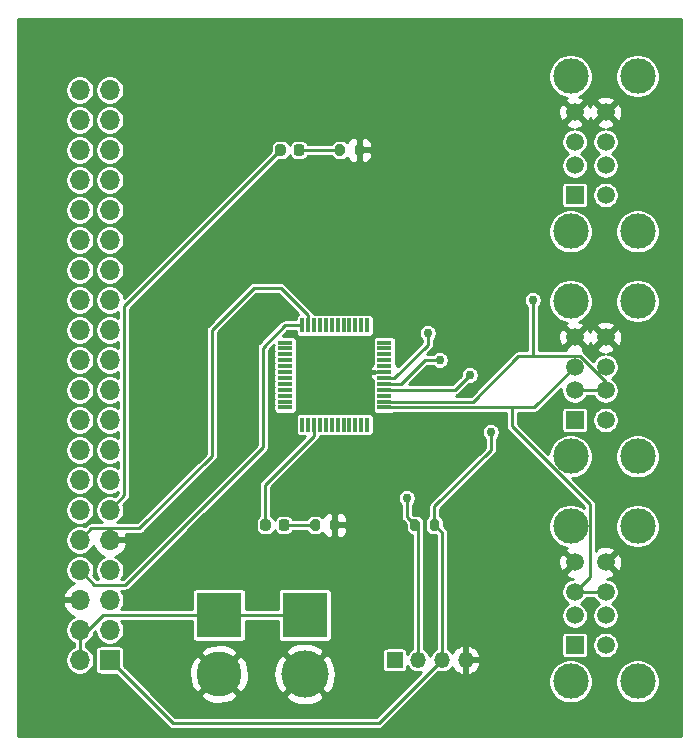
<source format=gtl>
%TF.GenerationSoftware,KiCad,Pcbnew,5.1.9*%
%TF.CreationDate,2021-11-11T19:59:09-07:00*%
%TF.ProjectId,pirate-board,70697261-7465-42d6-926f-6172642e6b69,v1.1*%
%TF.SameCoordinates,Original*%
%TF.FileFunction,Copper,L1,Top*%
%TF.FilePolarity,Positive*%
%FSLAX46Y46*%
G04 Gerber Fmt 4.6, Leading zero omitted, Abs format (unit mm)*
G04 Created by KiCad (PCBNEW 5.1.9) date 2021-11-11 19:59:09*
%MOMM*%
%LPD*%
G01*
G04 APERTURE LIST*
%TA.AperFunction,ComponentPad*%
%ADD10C,1.500000*%
%TD*%
%TA.AperFunction,ComponentPad*%
%ADD11C,3.000000*%
%TD*%
%TA.AperFunction,ComponentPad*%
%ADD12R,1.500000X1.500000*%
%TD*%
%TA.AperFunction,ComponentPad*%
%ADD13C,3.800000*%
%TD*%
%TA.AperFunction,ComponentPad*%
%ADD14R,3.800000X3.800000*%
%TD*%
%TA.AperFunction,ComponentPad*%
%ADD15C,4.000000*%
%TD*%
%TA.AperFunction,ComponentPad*%
%ADD16R,1.350000X1.350000*%
%TD*%
%TA.AperFunction,ComponentPad*%
%ADD17O,1.350000X1.350000*%
%TD*%
%TA.AperFunction,ComponentPad*%
%ADD18R,1.700000X1.700000*%
%TD*%
%TA.AperFunction,ComponentPad*%
%ADD19O,1.700000X1.700000*%
%TD*%
%TA.AperFunction,SMDPad,CuDef*%
%ADD20R,1.200000X0.350000*%
%TD*%
%TA.AperFunction,SMDPad,CuDef*%
%ADD21R,0.350000X1.200000*%
%TD*%
%TA.AperFunction,ViaPad*%
%ADD22C,0.762000*%
%TD*%
%TA.AperFunction,Conductor*%
%ADD23C,0.254000*%
%TD*%
%TA.AperFunction,Conductor*%
%ADD24C,0.100000*%
%TD*%
G04 APERTURE END LIST*
D10*
%TO.P,J6,8*%
%TO.N,GND*%
X176610000Y-74280000D03*
%TO.P,J6,7*%
%TO.N,Net-(J1-Pad3)*%
X176610000Y-76780000D03*
%TO.P,J6,6*%
%TO.N,Net-(J1-Pad2)*%
X176610000Y-78780000D03*
%TO.P,J6,5*%
%TO.N,VCC*%
X176610000Y-81280000D03*
D11*
%TO.P,J6,9*%
%TO.N,Net-(J6-Pad9)*%
X179320000Y-71210000D03*
X179320000Y-84350000D03*
D10*
%TO.P,J6,4*%
%TO.N,GND*%
X173990000Y-74280000D03*
%TO.P,J6,3*%
%TO.N,Net-(J1-Pad3)*%
X173990000Y-76780000D03*
%TO.P,J6,2*%
%TO.N,Net-(J1-Pad2)*%
X173990000Y-78780000D03*
D12*
%TO.P,J6,1*%
%TO.N,VCC*%
X173990000Y-81280000D03*
D11*
%TO.P,J6,9*%
%TO.N,Net-(J6-Pad9)*%
X173640000Y-84350000D03*
X173640000Y-71210000D03*
%TD*%
%TO.P,R1,2*%
%TO.N,Net-(J5-Pad2)*%
%TA.AperFunction,SMDPad,CuDef*%
G36*
G01*
X160865000Y-108945000D02*
X160865000Y-109495000D01*
G75*
G02*
X160665000Y-109695000I-200000J0D01*
G01*
X160265000Y-109695000D01*
G75*
G02*
X160065000Y-109495000I0J200000D01*
G01*
X160065000Y-108945000D01*
G75*
G02*
X160265000Y-108745000I200000J0D01*
G01*
X160665000Y-108745000D01*
G75*
G02*
X160865000Y-108945000I0J-200000D01*
G01*
G37*
%TD.AperFunction*%
%TO.P,R1,1*%
%TO.N,Net-(J5-Pad3)*%
%TA.AperFunction,SMDPad,CuDef*%
G36*
G01*
X162515000Y-108945000D02*
X162515000Y-109495000D01*
G75*
G02*
X162315000Y-109695000I-200000J0D01*
G01*
X161915000Y-109695000D01*
G75*
G02*
X161715000Y-109495000I0J200000D01*
G01*
X161715000Y-108945000D01*
G75*
G02*
X161915000Y-108745000I200000J0D01*
G01*
X162315000Y-108745000D01*
G75*
G02*
X162515000Y-108945000I0J-200000D01*
G01*
G37*
%TD.AperFunction*%
%TD*%
D13*
%TO.P,J3,2*%
%TO.N,GND*%
X143880000Y-121840000D03*
D14*
%TO.P,J3,1*%
%TO.N,VCC*%
X143880000Y-116840000D03*
%TD*%
D15*
%TO.P,J2,2*%
%TO.N,GND*%
X151130000Y-121840000D03*
D14*
%TO.P,J2,1*%
%TO.N,VCC*%
X151130000Y-116840000D03*
%TD*%
%TO.P,D1,2*%
%TO.N,Net-(D1-Pad2)*%
%TA.AperFunction,SMDPad,CuDef*%
G36*
G01*
X148240000Y-108963750D02*
X148240000Y-109476250D01*
G75*
G02*
X148021250Y-109695000I-218750J0D01*
G01*
X147583750Y-109695000D01*
G75*
G02*
X147365000Y-109476250I0J218750D01*
G01*
X147365000Y-108963750D01*
G75*
G02*
X147583750Y-108745000I218750J0D01*
G01*
X148021250Y-108745000D01*
G75*
G02*
X148240000Y-108963750I0J-218750D01*
G01*
G37*
%TD.AperFunction*%
%TO.P,D1,1*%
%TO.N,Net-(D1-Pad1)*%
%TA.AperFunction,SMDPad,CuDef*%
G36*
G01*
X149815000Y-108963750D02*
X149815000Y-109476250D01*
G75*
G02*
X149596250Y-109695000I-218750J0D01*
G01*
X149158750Y-109695000D01*
G75*
G02*
X148940000Y-109476250I0J218750D01*
G01*
X148940000Y-108963750D01*
G75*
G02*
X149158750Y-108745000I218750J0D01*
G01*
X149596250Y-108745000D01*
G75*
G02*
X149815000Y-108963750I0J-218750D01*
G01*
G37*
%TD.AperFunction*%
%TD*%
%TO.P,D2,1*%
%TO.N,Net-(D2-Pad1)*%
%TA.AperFunction,SMDPad,CuDef*%
G36*
G01*
X151085000Y-77213750D02*
X151085000Y-77726250D01*
G75*
G02*
X150866250Y-77945000I-218750J0D01*
G01*
X150428750Y-77945000D01*
G75*
G02*
X150210000Y-77726250I0J218750D01*
G01*
X150210000Y-77213750D01*
G75*
G02*
X150428750Y-76995000I218750J0D01*
G01*
X150866250Y-76995000D01*
G75*
G02*
X151085000Y-77213750I0J-218750D01*
G01*
G37*
%TD.AperFunction*%
%TO.P,D2,2*%
%TO.N,Net-(D2-Pad2)*%
%TA.AperFunction,SMDPad,CuDef*%
G36*
G01*
X149510000Y-77213750D02*
X149510000Y-77726250D01*
G75*
G02*
X149291250Y-77945000I-218750J0D01*
G01*
X148853750Y-77945000D01*
G75*
G02*
X148635000Y-77726250I0J218750D01*
G01*
X148635000Y-77213750D01*
G75*
G02*
X148853750Y-76995000I218750J0D01*
G01*
X149291250Y-76995000D01*
G75*
G02*
X149510000Y-77213750I0J-218750D01*
G01*
G37*
%TD.AperFunction*%
%TD*%
D10*
%TO.P,J1,8*%
%TO.N,GND*%
X176610000Y-93330000D03*
%TO.P,J1,7*%
%TO.N,Net-(J1-Pad3)*%
X176610000Y-95830000D03*
%TO.P,J1,6*%
%TO.N,Net-(J1-Pad2)*%
X176610000Y-97830000D03*
%TO.P,J1,5*%
%TO.N,VCC*%
X176610000Y-100330000D03*
D11*
%TO.P,J1,9*%
%TO.N,Net-(J1-Pad9)*%
X179320000Y-90260000D03*
X179320000Y-103400000D03*
D10*
%TO.P,J1,4*%
%TO.N,GND*%
X173990000Y-93330000D03*
%TO.P,J1,3*%
%TO.N,Net-(J1-Pad3)*%
X173990000Y-95830000D03*
%TO.P,J1,2*%
%TO.N,Net-(J1-Pad2)*%
X173990000Y-97830000D03*
D12*
%TO.P,J1,1*%
%TO.N,VCC*%
X173990000Y-100330000D03*
D11*
%TO.P,J1,9*%
%TO.N,Net-(J1-Pad9)*%
X173640000Y-103400000D03*
X173640000Y-90260000D03*
%TD*%
%TO.P,J4,9*%
%TO.N,Net-(J4-Pad9)*%
X173640000Y-109310000D03*
X173640000Y-122450000D03*
D12*
%TO.P,J4,1*%
%TO.N,VCC*%
X173990000Y-119380000D03*
D10*
%TO.P,J4,2*%
%TO.N,Net-(J1-Pad2)*%
X173990000Y-116880000D03*
%TO.P,J4,3*%
%TO.N,Net-(J1-Pad3)*%
X173990000Y-114880000D03*
%TO.P,J4,4*%
%TO.N,GND*%
X173990000Y-112380000D03*
D11*
%TO.P,J4,9*%
%TO.N,Net-(J4-Pad9)*%
X179320000Y-122450000D03*
X179320000Y-109310000D03*
D10*
%TO.P,J4,5*%
%TO.N,VCC*%
X176610000Y-119380000D03*
%TO.P,J4,6*%
%TO.N,Net-(J1-Pad2)*%
X176610000Y-116880000D03*
%TO.P,J4,7*%
%TO.N,Net-(J1-Pad3)*%
X176610000Y-114880000D03*
%TO.P,J4,8*%
%TO.N,GND*%
X176610000Y-112380000D03*
%TD*%
D16*
%TO.P,J5,1*%
%TO.N,Net-(J5-Pad1)*%
X158750000Y-120650000D03*
D17*
%TO.P,J5,2*%
%TO.N,Net-(J5-Pad2)*%
X160750000Y-120650000D03*
%TO.P,J5,3*%
%TO.N,Net-(J5-Pad3)*%
X162750000Y-120650000D03*
%TO.P,J5,4*%
%TO.N,GND*%
X164750000Y-120650000D03*
%TD*%
D18*
%TO.P,J7,1*%
%TO.N,Net-(J5-Pad3)*%
X134620000Y-120650000D03*
D19*
%TO.P,J7,2*%
%TO.N,VCC*%
X132080000Y-120650000D03*
%TO.P,J7,3*%
%TO.N,Net-(J7-Pad3)*%
X134620000Y-118110000D03*
%TO.P,J7,4*%
%TO.N,VCC*%
X132080000Y-118110000D03*
%TO.P,J7,5*%
%TO.N,Net-(J7-Pad5)*%
X134620000Y-115570000D03*
%TO.P,J7,6*%
%TO.N,GND*%
X132080000Y-115570000D03*
%TO.P,J7,7*%
%TO.N,Net-(J7-Pad7)*%
X134620000Y-113030000D03*
%TO.P,J7,8*%
%TO.N,Net-(J7-Pad8)*%
X132080000Y-113030000D03*
%TO.P,J7,9*%
%TO.N,GND*%
X134620000Y-110490000D03*
%TO.P,J7,10*%
%TO.N,Net-(J7-Pad10)*%
X132080000Y-110490000D03*
%TO.P,J7,11*%
%TO.N,Net-(D2-Pad2)*%
X134620000Y-107950000D03*
%TO.P,J7,12*%
%TO.N,Net-(J7-Pad12)*%
X132080000Y-107950000D03*
%TO.P,J7,13*%
%TO.N,Net-(J7-Pad13)*%
X134620000Y-105410000D03*
%TO.P,J7,14*%
%TO.N,Net-(J7-Pad14)*%
X132080000Y-105410000D03*
%TO.P,J7,15*%
%TO.N,Net-(J7-Pad15)*%
X134620000Y-102870000D03*
%TO.P,J7,16*%
%TO.N,Net-(J7-Pad16)*%
X132080000Y-102870000D03*
%TO.P,J7,17*%
%TO.N,Net-(J7-Pad17)*%
X134620000Y-100330000D03*
%TO.P,J7,18*%
%TO.N,Net-(J7-Pad18)*%
X132080000Y-100330000D03*
%TO.P,J7,19*%
%TO.N,Net-(J7-Pad19)*%
X134620000Y-97790000D03*
%TO.P,J7,20*%
%TO.N,Net-(J7-Pad20)*%
X132080000Y-97790000D03*
%TO.P,J7,21*%
%TO.N,Net-(J7-Pad21)*%
X134620000Y-95250000D03*
%TO.P,J7,22*%
%TO.N,Net-(J7-Pad22)*%
X132080000Y-95250000D03*
%TO.P,J7,23*%
%TO.N,Net-(J7-Pad23)*%
X134620000Y-92710000D03*
%TO.P,J7,24*%
%TO.N,Net-(J7-Pad24)*%
X132080000Y-92710000D03*
%TO.P,J7,25*%
%TO.N,Net-(J7-Pad25)*%
X134620000Y-90170000D03*
%TO.P,J7,26*%
%TO.N,Net-(J7-Pad26)*%
X132080000Y-90170000D03*
%TO.P,J7,27*%
%TO.N,Net-(J7-Pad27)*%
X134620000Y-87630000D03*
%TO.P,J7,28*%
%TO.N,Net-(J7-Pad28)*%
X132080000Y-87630000D03*
%TO.P,J7,29*%
%TO.N,Net-(J7-Pad29)*%
X134620000Y-85090000D03*
%TO.P,J7,30*%
%TO.N,Net-(J7-Pad30)*%
X132080000Y-85090000D03*
%TO.P,J7,31*%
%TO.N,Net-(J7-Pad31)*%
X134620000Y-82550000D03*
%TO.P,J7,32*%
%TO.N,Net-(J7-Pad32)*%
X132080000Y-82550000D03*
%TO.P,J7,33*%
%TO.N,Net-(J7-Pad33)*%
X134620000Y-80010000D03*
%TO.P,J7,34*%
%TO.N,Net-(J7-Pad34)*%
X132080000Y-80010000D03*
%TO.P,J7,35*%
%TO.N,Net-(J7-Pad35)*%
X134620000Y-77470000D03*
%TO.P,J7,36*%
%TO.N,Net-(J7-Pad36)*%
X132080000Y-77470000D03*
%TO.P,J7,37*%
%TO.N,Net-(J7-Pad37)*%
X134620000Y-74930000D03*
%TO.P,J7,38*%
%TO.N,Net-(J7-Pad38)*%
X132080000Y-74930000D03*
%TO.P,J7,39*%
%TO.N,Net-(J7-Pad39)*%
X134620000Y-72390000D03*
%TO.P,J7,40*%
%TO.N,Net-(J7-Pad40)*%
X132080000Y-72390000D03*
%TD*%
%TO.P,R2,1*%
%TO.N,GND*%
%TA.AperFunction,SMDPad,CuDef*%
G36*
G01*
X154070000Y-108945000D02*
X154070000Y-109495000D01*
G75*
G02*
X153870000Y-109695000I-200000J0D01*
G01*
X153470000Y-109695000D01*
G75*
G02*
X153270000Y-109495000I0J200000D01*
G01*
X153270000Y-108945000D01*
G75*
G02*
X153470000Y-108745000I200000J0D01*
G01*
X153870000Y-108745000D01*
G75*
G02*
X154070000Y-108945000I0J-200000D01*
G01*
G37*
%TD.AperFunction*%
%TO.P,R2,2*%
%TO.N,Net-(D1-Pad1)*%
%TA.AperFunction,SMDPad,CuDef*%
G36*
G01*
X152420000Y-108945000D02*
X152420000Y-109495000D01*
G75*
G02*
X152220000Y-109695000I-200000J0D01*
G01*
X151820000Y-109695000D01*
G75*
G02*
X151620000Y-109495000I0J200000D01*
G01*
X151620000Y-108945000D01*
G75*
G02*
X151820000Y-108745000I200000J0D01*
G01*
X152220000Y-108745000D01*
G75*
G02*
X152420000Y-108945000I0J-200000D01*
G01*
G37*
%TD.AperFunction*%
%TD*%
%TO.P,R3,2*%
%TO.N,GND*%
%TA.AperFunction,SMDPad,CuDef*%
G36*
G01*
X155365000Y-77745000D02*
X155365000Y-77195000D01*
G75*
G02*
X155565000Y-76995000I200000J0D01*
G01*
X155965000Y-76995000D01*
G75*
G02*
X156165000Y-77195000I0J-200000D01*
G01*
X156165000Y-77745000D01*
G75*
G02*
X155965000Y-77945000I-200000J0D01*
G01*
X155565000Y-77945000D01*
G75*
G02*
X155365000Y-77745000I0J200000D01*
G01*
G37*
%TD.AperFunction*%
%TO.P,R3,1*%
%TO.N,Net-(D2-Pad1)*%
%TA.AperFunction,SMDPad,CuDef*%
G36*
G01*
X153715000Y-77745000D02*
X153715000Y-77195000D01*
G75*
G02*
X153915000Y-76995000I200000J0D01*
G01*
X154315000Y-76995000D01*
G75*
G02*
X154515000Y-77195000I0J-200000D01*
G01*
X154515000Y-77745000D01*
G75*
G02*
X154315000Y-77945000I-200000J0D01*
G01*
X153915000Y-77945000D01*
G75*
G02*
X153715000Y-77745000I0J200000D01*
G01*
G37*
%TD.AperFunction*%
%TD*%
D20*
%TO.P,U1,7*%
%TO.N,GND*%
X157870000Y-96270000D03*
%TO.P,U1,6*%
%TO.N,Net-(J5-Pad3)*%
X157870000Y-96770000D03*
D21*
%TO.P,U1,42*%
%TO.N,Net-(U1-Pad42)*%
X153420000Y-100720000D03*
%TO.P,U1,43*%
%TO.N,Net-(U1-Pad43)*%
X153920000Y-100720000D03*
D20*
%TO.P,U1,5*%
%TO.N,Net-(J5-Pad2)*%
X157870000Y-97270000D03*
%TO.P,U1,4*%
%TO.N,Net-(J5-Pad1)*%
X157870000Y-97770000D03*
%TO.P,U1,3*%
%TO.N,Net-(U1-Pad3)*%
X157870000Y-98270000D03*
%TO.P,U1,2*%
%TO.N,Net-(J1-Pad2)*%
X157870000Y-98770000D03*
%TO.P,U1,1*%
%TO.N,Net-(J1-Pad3)*%
X157870000Y-99270000D03*
D21*
%TO.P,U1,44*%
%TO.N,Net-(U1-Pad44)*%
X154420000Y-100720000D03*
%TO.P,U1,45*%
%TO.N,Net-(U1-Pad45)*%
X154920000Y-100720000D03*
%TO.P,U1,46*%
%TO.N,Net-(U1-Pad46)*%
X155420000Y-100720000D03*
%TO.P,U1,47*%
%TO.N,Net-(U1-Pad47)*%
X155920000Y-100720000D03*
%TO.P,U1,48*%
%TO.N,Net-(U1-Pad48)*%
X156420000Y-100720000D03*
D20*
%TO.P,U1,8*%
%TO.N,Net-(U1-Pad8)*%
X157870000Y-95770000D03*
%TO.P,U1,9*%
%TO.N,Net-(U1-Pad9)*%
X157870000Y-95270000D03*
%TO.P,U1,10*%
%TO.N,Net-(U1-Pad10)*%
X157870000Y-94770000D03*
%TO.P,U1,11*%
%TO.N,Net-(U1-Pad11)*%
X157870000Y-94270000D03*
%TO.P,U1,12*%
%TO.N,Net-(U1-Pad12)*%
X157870000Y-93770000D03*
D21*
%TO.P,U1,41*%
%TO.N,Net-(U1-Pad41)*%
X152920000Y-100720000D03*
%TO.P,U1,40*%
%TO.N,Net-(U1-Pad40)*%
X152420000Y-100720000D03*
%TO.P,U1,39*%
%TO.N,Net-(D1-Pad2)*%
X151920000Y-100720000D03*
%TO.P,U1,38*%
%TO.N,Net-(U1-Pad38)*%
X151420000Y-100720000D03*
%TO.P,U1,37*%
%TO.N,Net-(U1-Pad37)*%
X150920000Y-100720000D03*
%TO.P,U1,13*%
%TO.N,Net-(U1-Pad13)*%
X156420000Y-92320000D03*
%TO.P,U1,14*%
%TO.N,Net-(U1-Pad14)*%
X155920000Y-92320000D03*
%TO.P,U1,15*%
%TO.N,Net-(U1-Pad15)*%
X155420000Y-92320000D03*
%TO.P,U1,16*%
%TO.N,Net-(U1-Pad16)*%
X154920000Y-92320000D03*
%TO.P,U1,17*%
%TO.N,Net-(U1-Pad17)*%
X154420000Y-92320000D03*
%TO.P,U1,18*%
%TO.N,Net-(U1-Pad18)*%
X153920000Y-92320000D03*
%TO.P,U1,19*%
%TO.N,Net-(U1-Pad19)*%
X153420000Y-92320000D03*
%TO.P,U1,20*%
%TO.N,Net-(U1-Pad20)*%
X152920000Y-92320000D03*
%TO.P,U1,21*%
%TO.N,Net-(U1-Pad21)*%
X152420000Y-92320000D03*
%TO.P,U1,22*%
%TO.N,Net-(U1-Pad22)*%
X151920000Y-92320000D03*
%TO.P,U1,23*%
%TO.N,Net-(J7-Pad10)*%
X151420000Y-92320000D03*
%TO.P,U1,24*%
%TO.N,Net-(J7-Pad8)*%
X150920000Y-92320000D03*
D20*
%TO.P,U1,25*%
%TO.N,Net-(U1-Pad25)*%
X149470000Y-93770000D03*
%TO.P,U1,26*%
%TO.N,Net-(U1-Pad26)*%
X149470000Y-94270000D03*
%TO.P,U1,27*%
%TO.N,Net-(U1-Pad27)*%
X149470000Y-94770000D03*
%TO.P,U1,28*%
%TO.N,Net-(U1-Pad28)*%
X149470000Y-95270000D03*
%TO.P,U1,29*%
%TO.N,Net-(U1-Pad29)*%
X149470000Y-95770000D03*
%TO.P,U1,30*%
%TO.N,Net-(U1-Pad30)*%
X149470000Y-96270000D03*
%TO.P,U1,31*%
%TO.N,Net-(U1-Pad31)*%
X149470000Y-96770000D03*
%TO.P,U1,32*%
%TO.N,Net-(U1-Pad32)*%
X149470000Y-97270000D03*
%TO.P,U1,33*%
%TO.N,Net-(U1-Pad33)*%
X149470000Y-97770000D03*
%TO.P,U1,34*%
%TO.N,Net-(U1-Pad34)*%
X149470000Y-98270000D03*
%TO.P,U1,35*%
%TO.N,Net-(U1-Pad35)*%
X149470000Y-98770000D03*
%TO.P,U1,36*%
%TO.N,Net-(U1-Pad36)*%
X149470000Y-99270000D03*
%TD*%
D22*
%TO.N,Net-(J1-Pad2)*%
X170434000Y-90170000D03*
%TO.N,Net-(J5-Pad3)*%
X166878000Y-101346000D03*
X161544000Y-92964000D03*
%TO.N,Net-(J5-Pad1)*%
X165100000Y-96520000D03*
%TO.N,Net-(J5-Pad2)*%
X162560000Y-95250000D03*
X159774079Y-106925921D03*
%TD*%
D23*
%TO.N,Net-(D1-Pad2)*%
X147802500Y-105798302D02*
X151920000Y-101680802D01*
X147802500Y-109220000D02*
X147802500Y-105798302D01*
X151920000Y-101680802D02*
X151920000Y-100720000D01*
%TO.N,Net-(D1-Pad1)*%
X149377500Y-109220000D02*
X149860000Y-109220000D01*
X149377500Y-109220000D02*
X152020000Y-109220000D01*
%TO.N,Net-(D2-Pad1)*%
X150647500Y-77470000D02*
X154115000Y-77470000D01*
%TO.N,Net-(D2-Pad2)*%
X135851001Y-90691499D02*
X149072500Y-77470000D01*
X135851001Y-106718999D02*
X135851001Y-90691499D01*
X134620000Y-107950000D02*
X135851001Y-106718999D01*
%TO.N,GND*%
X157870000Y-96270000D02*
X155706000Y-96270000D01*
%TO.N,Net-(J1-Pad2)*%
X157870000Y-98770000D02*
X165390000Y-98770000D01*
X176610000Y-97125723D02*
X176610000Y-97830000D01*
X174419496Y-94935219D02*
X176610000Y-97125723D01*
X165390000Y-98770000D02*
X169224781Y-94935219D01*
X170494781Y-90230781D02*
X170434000Y-90170000D01*
X170494781Y-94935219D02*
X170494781Y-90230781D01*
X169224781Y-94935219D02*
X170494781Y-94935219D01*
X170494781Y-94935219D02*
X174419496Y-94935219D01*
X173990000Y-97830000D02*
X176610000Y-97830000D01*
%TO.N,Net-(J1-Pad3)*%
X176610000Y-96440000D02*
X176610000Y-95830000D01*
X170550000Y-99270000D02*
X173990000Y-95830000D01*
X176610000Y-114880000D02*
X173990000Y-114880000D01*
X175284781Y-107479058D02*
X168656000Y-100850277D01*
X175284781Y-113585219D02*
X175284781Y-107479058D01*
X173990000Y-114880000D02*
X175284781Y-113585219D01*
X168656000Y-99314000D02*
X168700000Y-99270000D01*
X168656000Y-100850277D02*
X168656000Y-99314000D01*
X168700000Y-99270000D02*
X170550000Y-99270000D01*
X157870000Y-99270000D02*
X168700000Y-99270000D01*
%TO.N,VCC*%
X151130000Y-116840000D02*
X143880000Y-116840000D01*
X132080000Y-118828118D02*
X132080000Y-120650000D01*
X134068118Y-116840000D02*
X132080000Y-118828118D01*
X132798118Y-118110000D02*
X132080000Y-118110000D01*
X134068118Y-116840000D02*
X132798118Y-118110000D01*
X143880000Y-116840000D02*
X134068118Y-116840000D01*
%TO.N,Net-(J5-Pad3)*%
X139954000Y-125984000D02*
X134620000Y-120650000D01*
X162750000Y-120650000D02*
X157416000Y-125984000D01*
X162750000Y-109855000D02*
X162115000Y-109220000D01*
X162750000Y-120650000D02*
X162750000Y-109855000D01*
X154178000Y-125984000D02*
X139954000Y-125984000D01*
X157416000Y-125984000D02*
X156210000Y-125984000D01*
X156210000Y-125984000D02*
X154178000Y-125984000D01*
X162115000Y-109220000D02*
X162115000Y-107633000D01*
X166878000Y-102870000D02*
X166878000Y-101346000D01*
X162115000Y-107633000D02*
X166878000Y-102870000D01*
X158724000Y-96770000D02*
X157870000Y-96770000D01*
X161544000Y-93950000D02*
X158724000Y-96770000D01*
X161544000Y-92964000D02*
X161544000Y-93950000D01*
%TO.N,Net-(J5-Pad1)*%
X158750000Y-120650000D02*
X158851001Y-120548999D01*
X157870000Y-97770000D02*
X163850000Y-97770000D01*
X163850000Y-97770000D02*
X165100000Y-96520000D01*
%TO.N,Net-(J5-Pad2)*%
X162560000Y-95250000D02*
X161290000Y-95250000D01*
X159270000Y-97270000D02*
X157870000Y-97270000D01*
X161290000Y-95250000D02*
X159270000Y-97270000D01*
X160750000Y-109505000D02*
X160465000Y-109220000D01*
X160750000Y-120650000D02*
X160750000Y-109505000D01*
X159774079Y-108529079D02*
X160465000Y-109220000D01*
X159774079Y-106925921D02*
X159774079Y-108529079D01*
%TO.N,Net-(J7-Pad8)*%
X147574010Y-94205188D02*
X149459198Y-92320000D01*
X147574010Y-102626792D02*
X147574010Y-94205188D01*
X135939801Y-114261001D02*
X147574010Y-102626792D01*
X133311001Y-114261001D02*
X135939801Y-114261001D01*
X132080000Y-113030000D02*
X133311001Y-114261001D01*
X150740000Y-92320000D02*
X150920000Y-92320000D01*
X149459198Y-92320000D02*
X150740000Y-92320000D01*
%TO.N,Net-(J7-Pad10)*%
X133074781Y-109495219D02*
X137138781Y-109495219D01*
X132080000Y-110490000D02*
X133074781Y-109495219D01*
X137138781Y-109495219D02*
X143256000Y-103378000D01*
X143256000Y-103378000D02*
X143256000Y-92710000D01*
X143256000Y-92710000D02*
X146812000Y-89154000D01*
X151420000Y-91466000D02*
X151420000Y-92320000D01*
X149108000Y-89154000D02*
X151420000Y-91466000D01*
X146812000Y-89154000D02*
X149108000Y-89154000D01*
%TD*%
%TO.N,GND*%
X183007000Y-127127000D02*
X126873000Y-127127000D01*
X126873000Y-115213110D01*
X130638524Y-115213110D01*
X130759845Y-115443000D01*
X131953000Y-115443000D01*
X131953000Y-115423000D01*
X132207000Y-115423000D01*
X132207000Y-115443000D01*
X132227000Y-115443000D01*
X132227000Y-115697000D01*
X132207000Y-115697000D01*
X132207000Y-115717000D01*
X131953000Y-115717000D01*
X131953000Y-115697000D01*
X130759845Y-115697000D01*
X130638524Y-115926890D01*
X130683175Y-116074099D01*
X130808359Y-116336920D01*
X130982412Y-116570269D01*
X131198645Y-116765178D01*
X131448748Y-116914157D01*
X131611168Y-116971772D01*
X131496903Y-117019102D01*
X131295283Y-117153820D01*
X131123820Y-117325283D01*
X130989102Y-117526903D01*
X130896307Y-117750931D01*
X130849000Y-117988757D01*
X130849000Y-118231243D01*
X130896307Y-118469069D01*
X130989102Y-118693097D01*
X131123820Y-118894717D01*
X131295283Y-119066180D01*
X131496903Y-119200898D01*
X131572000Y-119232004D01*
X131572000Y-119527996D01*
X131496903Y-119559102D01*
X131295283Y-119693820D01*
X131123820Y-119865283D01*
X130989102Y-120066903D01*
X130896307Y-120290931D01*
X130849000Y-120528757D01*
X130849000Y-120771243D01*
X130896307Y-121009069D01*
X130989102Y-121233097D01*
X131123820Y-121434717D01*
X131295283Y-121606180D01*
X131496903Y-121740898D01*
X131720931Y-121833693D01*
X131958757Y-121881000D01*
X132201243Y-121881000D01*
X132439069Y-121833693D01*
X132663097Y-121740898D01*
X132864717Y-121606180D01*
X133036180Y-121434717D01*
X133170898Y-121233097D01*
X133263693Y-121009069D01*
X133311000Y-120771243D01*
X133311000Y-120528757D01*
X133263693Y-120290931D01*
X133170898Y-120066903D01*
X133036180Y-119865283D01*
X132970897Y-119800000D01*
X133387157Y-119800000D01*
X133387157Y-121500000D01*
X133394513Y-121574689D01*
X133416299Y-121646508D01*
X133451678Y-121712696D01*
X133499289Y-121770711D01*
X133557304Y-121818322D01*
X133623492Y-121853701D01*
X133695311Y-121875487D01*
X133770000Y-121882843D01*
X135134423Y-121882843D01*
X139577150Y-126325571D01*
X139593052Y-126344948D01*
X139612429Y-126360850D01*
X139670404Y-126408429D01*
X139758655Y-126455600D01*
X139758657Y-126455601D01*
X139854415Y-126484649D01*
X139929053Y-126492000D01*
X139929055Y-126492000D01*
X139953999Y-126494457D01*
X139978943Y-126492000D01*
X157391056Y-126492000D01*
X157416000Y-126494457D01*
X157440944Y-126492000D01*
X157440947Y-126492000D01*
X157515585Y-126484649D01*
X157611343Y-126455601D01*
X157699595Y-126408429D01*
X157776948Y-126344948D01*
X157792855Y-126325565D01*
X161853682Y-122264738D01*
X171759000Y-122264738D01*
X171759000Y-122635262D01*
X171831286Y-122998667D01*
X171973080Y-123340987D01*
X172178932Y-123649067D01*
X172440933Y-123911068D01*
X172749013Y-124116920D01*
X173091333Y-124258714D01*
X173454738Y-124331000D01*
X173825262Y-124331000D01*
X174188667Y-124258714D01*
X174530987Y-124116920D01*
X174839067Y-123911068D01*
X175101068Y-123649067D01*
X175306920Y-123340987D01*
X175448714Y-122998667D01*
X175521000Y-122635262D01*
X175521000Y-122264738D01*
X177439000Y-122264738D01*
X177439000Y-122635262D01*
X177511286Y-122998667D01*
X177653080Y-123340987D01*
X177858932Y-123649067D01*
X178120933Y-123911068D01*
X178429013Y-124116920D01*
X178771333Y-124258714D01*
X179134738Y-124331000D01*
X179505262Y-124331000D01*
X179868667Y-124258714D01*
X180210987Y-124116920D01*
X180519067Y-123911068D01*
X180781068Y-123649067D01*
X180986920Y-123340987D01*
X181128714Y-122998667D01*
X181201000Y-122635262D01*
X181201000Y-122264738D01*
X181128714Y-121901333D01*
X180986920Y-121559013D01*
X180781068Y-121250933D01*
X180519067Y-120988932D01*
X180210987Y-120783080D01*
X179868667Y-120641286D01*
X179505262Y-120569000D01*
X179134738Y-120569000D01*
X178771333Y-120641286D01*
X178429013Y-120783080D01*
X178120933Y-120988932D01*
X177858932Y-121250933D01*
X177653080Y-121559013D01*
X177511286Y-121901333D01*
X177439000Y-122264738D01*
X175521000Y-122264738D01*
X175448714Y-121901333D01*
X175306920Y-121559013D01*
X175101068Y-121250933D01*
X174839067Y-120988932D01*
X174530987Y-120783080D01*
X174188667Y-120641286D01*
X173825262Y-120569000D01*
X173454738Y-120569000D01*
X173091333Y-120641286D01*
X172749013Y-120783080D01*
X172440933Y-120988932D01*
X172178932Y-121250933D01*
X171973080Y-121559013D01*
X171831286Y-121901333D01*
X171759000Y-122264738D01*
X161853682Y-122264738D01*
X162451173Y-121667248D01*
X162645993Y-121706000D01*
X162854007Y-121706000D01*
X163058024Y-121665419D01*
X163250204Y-121585815D01*
X163423161Y-121470249D01*
X163570249Y-121323161D01*
X163603286Y-121273717D01*
X163704656Y-121439537D01*
X163878773Y-121628303D01*
X164086371Y-121779473D01*
X164319472Y-121887238D01*
X164420600Y-121917910D01*
X164623000Y-121794224D01*
X164623000Y-120777000D01*
X164877000Y-120777000D01*
X164877000Y-121794224D01*
X165079400Y-121917910D01*
X165180528Y-121887238D01*
X165413629Y-121779473D01*
X165621227Y-121628303D01*
X165795344Y-121439537D01*
X165929289Y-121220430D01*
X166017915Y-120979401D01*
X165895085Y-120777000D01*
X164877000Y-120777000D01*
X164623000Y-120777000D01*
X164603000Y-120777000D01*
X164603000Y-120523000D01*
X164623000Y-120523000D01*
X164623000Y-119505776D01*
X164877000Y-119505776D01*
X164877000Y-120523000D01*
X165895085Y-120523000D01*
X166017915Y-120320599D01*
X165929289Y-120079570D01*
X165795344Y-119860463D01*
X165621227Y-119671697D01*
X165413629Y-119520527D01*
X165180528Y-119412762D01*
X165079400Y-119382090D01*
X164877000Y-119505776D01*
X164623000Y-119505776D01*
X164420600Y-119382090D01*
X164319472Y-119412762D01*
X164086371Y-119520527D01*
X163878773Y-119671697D01*
X163704656Y-119860463D01*
X163603286Y-120026283D01*
X163570249Y-119976839D01*
X163423161Y-119829751D01*
X163258000Y-119719394D01*
X163258000Y-118630000D01*
X172857157Y-118630000D01*
X172857157Y-120130000D01*
X172864513Y-120204689D01*
X172886299Y-120276508D01*
X172921678Y-120342696D01*
X172969289Y-120400711D01*
X173027304Y-120448322D01*
X173093492Y-120483701D01*
X173165311Y-120505487D01*
X173240000Y-120512843D01*
X174740000Y-120512843D01*
X174814689Y-120505487D01*
X174886508Y-120483701D01*
X174952696Y-120448322D01*
X175010711Y-120400711D01*
X175058322Y-120342696D01*
X175093701Y-120276508D01*
X175115487Y-120204689D01*
X175122843Y-120130000D01*
X175122843Y-119268606D01*
X175479000Y-119268606D01*
X175479000Y-119491394D01*
X175522464Y-119709900D01*
X175607721Y-119915729D01*
X175731495Y-120100970D01*
X175889030Y-120258505D01*
X176074271Y-120382279D01*
X176280100Y-120467536D01*
X176498606Y-120511000D01*
X176721394Y-120511000D01*
X176939900Y-120467536D01*
X177145729Y-120382279D01*
X177330970Y-120258505D01*
X177488505Y-120100970D01*
X177612279Y-119915729D01*
X177697536Y-119709900D01*
X177741000Y-119491394D01*
X177741000Y-119268606D01*
X177697536Y-119050100D01*
X177612279Y-118844271D01*
X177488505Y-118659030D01*
X177330970Y-118501495D01*
X177145729Y-118377721D01*
X176939900Y-118292464D01*
X176721394Y-118249000D01*
X176498606Y-118249000D01*
X176280100Y-118292464D01*
X176074271Y-118377721D01*
X175889030Y-118501495D01*
X175731495Y-118659030D01*
X175607721Y-118844271D01*
X175522464Y-119050100D01*
X175479000Y-119268606D01*
X175122843Y-119268606D01*
X175122843Y-118630000D01*
X175115487Y-118555311D01*
X175093701Y-118483492D01*
X175058322Y-118417304D01*
X175010711Y-118359289D01*
X174952696Y-118311678D01*
X174886508Y-118276299D01*
X174814689Y-118254513D01*
X174740000Y-118247157D01*
X173240000Y-118247157D01*
X173165311Y-118254513D01*
X173093492Y-118276299D01*
X173027304Y-118311678D01*
X172969289Y-118359289D01*
X172921678Y-118417304D01*
X172886299Y-118483492D01*
X172864513Y-118555311D01*
X172857157Y-118630000D01*
X163258000Y-118630000D01*
X163258000Y-112452492D01*
X172600188Y-112452492D01*
X172641035Y-112722238D01*
X172733723Y-112978832D01*
X172794140Y-113091863D01*
X173033007Y-113157388D01*
X173810395Y-112380000D01*
X173033007Y-111602612D01*
X172794140Y-111668137D01*
X172678240Y-111915116D01*
X172612750Y-112179960D01*
X172600188Y-112452492D01*
X163258000Y-112452492D01*
X163258000Y-109879944D01*
X163260457Y-109855000D01*
X163256959Y-109819482D01*
X163250649Y-109755415D01*
X163221601Y-109659657D01*
X163174429Y-109571405D01*
X163110948Y-109494052D01*
X163091565Y-109478145D01*
X162897843Y-109284423D01*
X162897843Y-108945000D01*
X162886644Y-108831293D01*
X162853477Y-108721956D01*
X162799616Y-108621190D01*
X162727132Y-108532868D01*
X162638810Y-108460384D01*
X162623000Y-108451933D01*
X162623000Y-107843420D01*
X167219571Y-103246850D01*
X167238948Y-103230948D01*
X167278579Y-103182657D01*
X167302429Y-103153596D01*
X167349600Y-103065345D01*
X167349601Y-103065342D01*
X167378649Y-102969585D01*
X167386000Y-102894947D01*
X167386000Y-102894945D01*
X167388457Y-102870001D01*
X167386000Y-102845057D01*
X167386000Y-101915631D01*
X167469884Y-101831747D01*
X167553276Y-101706942D01*
X167610717Y-101568267D01*
X167640000Y-101421050D01*
X167640000Y-101270950D01*
X167610717Y-101123733D01*
X167553276Y-100985058D01*
X167469884Y-100860253D01*
X167363747Y-100754116D01*
X167238942Y-100670724D01*
X167100267Y-100613283D01*
X166953050Y-100584000D01*
X166802950Y-100584000D01*
X166655733Y-100613283D01*
X166517058Y-100670724D01*
X166392253Y-100754116D01*
X166286116Y-100860253D01*
X166202724Y-100985058D01*
X166145283Y-101123733D01*
X166116000Y-101270950D01*
X166116000Y-101421050D01*
X166145283Y-101568267D01*
X166202724Y-101706942D01*
X166286116Y-101831747D01*
X166370001Y-101915632D01*
X166370000Y-102659579D01*
X161773430Y-107256150D01*
X161754053Y-107272052D01*
X161738151Y-107291429D01*
X161738150Y-107291430D01*
X161690571Y-107349405D01*
X161648027Y-107429000D01*
X161643400Y-107437657D01*
X161619088Y-107517805D01*
X161614352Y-107533416D01*
X161604543Y-107633000D01*
X161607001Y-107657954D01*
X161607000Y-108451933D01*
X161591190Y-108460384D01*
X161502868Y-108532868D01*
X161430384Y-108621190D01*
X161376523Y-108721956D01*
X161343356Y-108831293D01*
X161332157Y-108945000D01*
X161332157Y-109495000D01*
X161343356Y-109608707D01*
X161376523Y-109718044D01*
X161430384Y-109818810D01*
X161502868Y-109907132D01*
X161591190Y-109979616D01*
X161691956Y-110033477D01*
X161801293Y-110066644D01*
X161915000Y-110077843D01*
X162242001Y-110077843D01*
X162242000Y-119719394D01*
X162076839Y-119829751D01*
X161929751Y-119976839D01*
X161814185Y-120149796D01*
X161750000Y-120304751D01*
X161685815Y-120149796D01*
X161570249Y-119976839D01*
X161423161Y-119829751D01*
X161258000Y-119719394D01*
X161258000Y-109529944D01*
X161260457Y-109505000D01*
X161257625Y-109476250D01*
X161250649Y-109405415D01*
X161247843Y-109396165D01*
X161247843Y-108945000D01*
X161236644Y-108831293D01*
X161203477Y-108721956D01*
X161149616Y-108621190D01*
X161077132Y-108532868D01*
X160988810Y-108460384D01*
X160888044Y-108406523D01*
X160778707Y-108373356D01*
X160665000Y-108362157D01*
X160325577Y-108362157D01*
X160282079Y-108318659D01*
X160282079Y-107495552D01*
X160365963Y-107411668D01*
X160449355Y-107286863D01*
X160506796Y-107148188D01*
X160536079Y-107000971D01*
X160536079Y-106850871D01*
X160506796Y-106703654D01*
X160449355Y-106564979D01*
X160365963Y-106440174D01*
X160259826Y-106334037D01*
X160135021Y-106250645D01*
X159996346Y-106193204D01*
X159849129Y-106163921D01*
X159699029Y-106163921D01*
X159551812Y-106193204D01*
X159413137Y-106250645D01*
X159288332Y-106334037D01*
X159182195Y-106440174D01*
X159098803Y-106564979D01*
X159041362Y-106703654D01*
X159012079Y-106850871D01*
X159012079Y-107000971D01*
X159041362Y-107148188D01*
X159098803Y-107286863D01*
X159182195Y-107411668D01*
X159266079Y-107495552D01*
X159266080Y-108504125D01*
X159263622Y-108529079D01*
X159272553Y-108619753D01*
X159273431Y-108628664D01*
X159298711Y-108712000D01*
X159302479Y-108724422D01*
X159349650Y-108812674D01*
X159397229Y-108870649D01*
X159413132Y-108890027D01*
X159432509Y-108905929D01*
X159682157Y-109155577D01*
X159682157Y-109495000D01*
X159693356Y-109608707D01*
X159726523Y-109718044D01*
X159780384Y-109818810D01*
X159852868Y-109907132D01*
X159941190Y-109979616D01*
X160041956Y-110033477D01*
X160151293Y-110066644D01*
X160242001Y-110075578D01*
X160242000Y-119719394D01*
X160076839Y-119829751D01*
X159929751Y-119976839D01*
X159814185Y-120149796D01*
X159807843Y-120165107D01*
X159807843Y-119975000D01*
X159800487Y-119900311D01*
X159778701Y-119828492D01*
X159743322Y-119762304D01*
X159695711Y-119704289D01*
X159637696Y-119656678D01*
X159571508Y-119621299D01*
X159499689Y-119599513D01*
X159425000Y-119592157D01*
X158075000Y-119592157D01*
X158000311Y-119599513D01*
X157928492Y-119621299D01*
X157862304Y-119656678D01*
X157804289Y-119704289D01*
X157756678Y-119762304D01*
X157721299Y-119828492D01*
X157699513Y-119900311D01*
X157692157Y-119975000D01*
X157692157Y-121325000D01*
X157699513Y-121399689D01*
X157721299Y-121471508D01*
X157756678Y-121537696D01*
X157804289Y-121595711D01*
X157862304Y-121643322D01*
X157928492Y-121678701D01*
X158000311Y-121700487D01*
X158075000Y-121707843D01*
X159425000Y-121707843D01*
X159499689Y-121700487D01*
X159571508Y-121678701D01*
X159637696Y-121643322D01*
X159695711Y-121595711D01*
X159743322Y-121537696D01*
X159778701Y-121471508D01*
X159800487Y-121399689D01*
X159807843Y-121325000D01*
X159807843Y-121134893D01*
X159814185Y-121150204D01*
X159929751Y-121323161D01*
X160076839Y-121470249D01*
X160249796Y-121585815D01*
X160441976Y-121665419D01*
X160645993Y-121706000D01*
X160854007Y-121706000D01*
X161005766Y-121675814D01*
X157205580Y-125476000D01*
X140164421Y-125476000D01*
X138304770Y-123616349D01*
X142283256Y-123616349D01*
X142487362Y-123972867D01*
X142930223Y-124203575D01*
X143409583Y-124343452D01*
X143907021Y-124387123D01*
X144403422Y-124332909D01*
X144879707Y-124182894D01*
X145272638Y-123972867D01*
X145436010Y-123687499D01*
X149462106Y-123687499D01*
X149678228Y-124054258D01*
X150138105Y-124294938D01*
X150636098Y-124441275D01*
X151153071Y-124487648D01*
X151669159Y-124432273D01*
X152164526Y-124277279D01*
X152581772Y-124054258D01*
X152797894Y-123687499D01*
X151130000Y-122019605D01*
X149462106Y-123687499D01*
X145436010Y-123687499D01*
X145476744Y-123616349D01*
X143880000Y-122019605D01*
X142283256Y-123616349D01*
X138304770Y-123616349D01*
X136555442Y-121867021D01*
X141332877Y-121867021D01*
X141387091Y-122363422D01*
X141537106Y-122839707D01*
X141747133Y-123232638D01*
X142103651Y-123436744D01*
X143700395Y-121840000D01*
X144059605Y-121840000D01*
X145656349Y-123436744D01*
X146012867Y-123232638D01*
X146243575Y-122789777D01*
X146383452Y-122310417D01*
X146422725Y-121863071D01*
X148482352Y-121863071D01*
X148537727Y-122379159D01*
X148692721Y-122874526D01*
X148915742Y-123291772D01*
X149282501Y-123507894D01*
X150950395Y-121840000D01*
X151309605Y-121840000D01*
X152977499Y-123507894D01*
X153344258Y-123291772D01*
X153584938Y-122831895D01*
X153731275Y-122333902D01*
X153777648Y-121816929D01*
X153722273Y-121300841D01*
X153567279Y-120805474D01*
X153344258Y-120388228D01*
X152977499Y-120172106D01*
X151309605Y-121840000D01*
X150950395Y-121840000D01*
X149282501Y-120172106D01*
X148915742Y-120388228D01*
X148675062Y-120848105D01*
X148528725Y-121346098D01*
X148482352Y-121863071D01*
X146422725Y-121863071D01*
X146427123Y-121812979D01*
X146372909Y-121316578D01*
X146222894Y-120840293D01*
X146012867Y-120447362D01*
X145656349Y-120243256D01*
X144059605Y-121840000D01*
X143700395Y-121840000D01*
X142103651Y-120243256D01*
X141747133Y-120447362D01*
X141516425Y-120890223D01*
X141376548Y-121369583D01*
X141332877Y-121867021D01*
X136555442Y-121867021D01*
X135852843Y-121164423D01*
X135852843Y-120063651D01*
X142283256Y-120063651D01*
X143880000Y-121660395D01*
X145476744Y-120063651D01*
X145436011Y-119992501D01*
X149462106Y-119992501D01*
X151130000Y-121660395D01*
X152797894Y-119992501D01*
X152581772Y-119625742D01*
X152121895Y-119385062D01*
X151623902Y-119238725D01*
X151106929Y-119192352D01*
X150590841Y-119247727D01*
X150095474Y-119402721D01*
X149678228Y-119625742D01*
X149462106Y-119992501D01*
X145436011Y-119992501D01*
X145272638Y-119707133D01*
X144829777Y-119476425D01*
X144350417Y-119336548D01*
X143852979Y-119292877D01*
X143356578Y-119347091D01*
X142880293Y-119497106D01*
X142487362Y-119707133D01*
X142283256Y-120063651D01*
X135852843Y-120063651D01*
X135852843Y-119800000D01*
X135845487Y-119725311D01*
X135823701Y-119653492D01*
X135788322Y-119587304D01*
X135740711Y-119529289D01*
X135682696Y-119481678D01*
X135616508Y-119446299D01*
X135544689Y-119424513D01*
X135470000Y-119417157D01*
X133770000Y-119417157D01*
X133695311Y-119424513D01*
X133623492Y-119446299D01*
X133557304Y-119481678D01*
X133499289Y-119529289D01*
X133451678Y-119587304D01*
X133416299Y-119653492D01*
X133394513Y-119725311D01*
X133387157Y-119800000D01*
X132970897Y-119800000D01*
X132864717Y-119693820D01*
X132663097Y-119559102D01*
X132588000Y-119527996D01*
X132588000Y-119232004D01*
X132663097Y-119200898D01*
X132864717Y-119066180D01*
X133036180Y-118894717D01*
X133170898Y-118693097D01*
X133263693Y-118469069D01*
X133290069Y-118336469D01*
X133390044Y-118236494D01*
X133436307Y-118469069D01*
X133529102Y-118693097D01*
X133663820Y-118894717D01*
X133835283Y-119066180D01*
X134036903Y-119200898D01*
X134260931Y-119293693D01*
X134498757Y-119341000D01*
X134741243Y-119341000D01*
X134979069Y-119293693D01*
X135203097Y-119200898D01*
X135404717Y-119066180D01*
X135576180Y-118894717D01*
X135710898Y-118693097D01*
X135803693Y-118469069D01*
X135851000Y-118231243D01*
X135851000Y-117988757D01*
X135803693Y-117750931D01*
X135710898Y-117526903D01*
X135591359Y-117348000D01*
X141597157Y-117348000D01*
X141597157Y-118740000D01*
X141604513Y-118814689D01*
X141626299Y-118886508D01*
X141661678Y-118952696D01*
X141709289Y-119010711D01*
X141767304Y-119058322D01*
X141833492Y-119093701D01*
X141905311Y-119115487D01*
X141980000Y-119122843D01*
X145780000Y-119122843D01*
X145854689Y-119115487D01*
X145926508Y-119093701D01*
X145992696Y-119058322D01*
X146050711Y-119010711D01*
X146098322Y-118952696D01*
X146133701Y-118886508D01*
X146155487Y-118814689D01*
X146162843Y-118740000D01*
X146162843Y-117348000D01*
X148847157Y-117348000D01*
X148847157Y-118740000D01*
X148854513Y-118814689D01*
X148876299Y-118886508D01*
X148911678Y-118952696D01*
X148959289Y-119010711D01*
X149017304Y-119058322D01*
X149083492Y-119093701D01*
X149155311Y-119115487D01*
X149230000Y-119122843D01*
X153030000Y-119122843D01*
X153104689Y-119115487D01*
X153176508Y-119093701D01*
X153242696Y-119058322D01*
X153300711Y-119010711D01*
X153348322Y-118952696D01*
X153383701Y-118886508D01*
X153405487Y-118814689D01*
X153412843Y-118740000D01*
X153412843Y-114940000D01*
X153405487Y-114865311D01*
X153383701Y-114793492D01*
X153348322Y-114727304D01*
X153300711Y-114669289D01*
X153242696Y-114621678D01*
X153176508Y-114586299D01*
X153104689Y-114564513D01*
X153030000Y-114557157D01*
X149230000Y-114557157D01*
X149155311Y-114564513D01*
X149083492Y-114586299D01*
X149017304Y-114621678D01*
X148959289Y-114669289D01*
X148911678Y-114727304D01*
X148876299Y-114793492D01*
X148854513Y-114865311D01*
X148847157Y-114940000D01*
X148847157Y-116332000D01*
X146162843Y-116332000D01*
X146162843Y-114940000D01*
X146155487Y-114865311D01*
X146133701Y-114793492D01*
X146098322Y-114727304D01*
X146050711Y-114669289D01*
X145992696Y-114621678D01*
X145926508Y-114586299D01*
X145854689Y-114564513D01*
X145780000Y-114557157D01*
X141980000Y-114557157D01*
X141905311Y-114564513D01*
X141833492Y-114586299D01*
X141767304Y-114621678D01*
X141709289Y-114669289D01*
X141661678Y-114727304D01*
X141626299Y-114793492D01*
X141604513Y-114865311D01*
X141597157Y-114940000D01*
X141597157Y-116332000D01*
X135591359Y-116332000D01*
X135710898Y-116153097D01*
X135803693Y-115929069D01*
X135851000Y-115691243D01*
X135851000Y-115448757D01*
X135803693Y-115210931D01*
X135710898Y-114986903D01*
X135576180Y-114785283D01*
X135559898Y-114769001D01*
X135914857Y-114769001D01*
X135939801Y-114771458D01*
X135964745Y-114769001D01*
X135964748Y-114769001D01*
X136039386Y-114761650D01*
X136135144Y-114732602D01*
X136223396Y-114685430D01*
X136300749Y-114621949D01*
X136316656Y-114602566D01*
X141955472Y-108963750D01*
X146982157Y-108963750D01*
X146982157Y-109476250D01*
X146993716Y-109593615D01*
X147027951Y-109706470D01*
X147083544Y-109810477D01*
X147158360Y-109901640D01*
X147249523Y-109976456D01*
X147353530Y-110032049D01*
X147466385Y-110066284D01*
X147583750Y-110077843D01*
X148021250Y-110077843D01*
X148138615Y-110066284D01*
X148251470Y-110032049D01*
X148355477Y-109976456D01*
X148446640Y-109901640D01*
X148521456Y-109810477D01*
X148577049Y-109706470D01*
X148590000Y-109663777D01*
X148602951Y-109706470D01*
X148658544Y-109810477D01*
X148733360Y-109901640D01*
X148824523Y-109976456D01*
X148928530Y-110032049D01*
X149041385Y-110066284D01*
X149158750Y-110077843D01*
X149596250Y-110077843D01*
X149713615Y-110066284D01*
X149826470Y-110032049D01*
X149930477Y-109976456D01*
X150021640Y-109901640D01*
X150096456Y-109810477D01*
X150140541Y-109728000D01*
X151286845Y-109728000D01*
X151335384Y-109818810D01*
X151407868Y-109907132D01*
X151496190Y-109979616D01*
X151596956Y-110033477D01*
X151706293Y-110066644D01*
X151820000Y-110077843D01*
X152220000Y-110077843D01*
X152333707Y-110066644D01*
X152443044Y-110033477D01*
X152543810Y-109979616D01*
X152632132Y-109907132D01*
X152660347Y-109872752D01*
X152680498Y-109939180D01*
X152739463Y-110049494D01*
X152818815Y-110146185D01*
X152915506Y-110225537D01*
X153025820Y-110284502D01*
X153145518Y-110320812D01*
X153270000Y-110333072D01*
X153384250Y-110330000D01*
X153543000Y-110171250D01*
X153543000Y-109347000D01*
X153797000Y-109347000D01*
X153797000Y-110171250D01*
X153955750Y-110330000D01*
X154070000Y-110333072D01*
X154194482Y-110320812D01*
X154314180Y-110284502D01*
X154424494Y-110225537D01*
X154521185Y-110146185D01*
X154600537Y-110049494D01*
X154659502Y-109939180D01*
X154695812Y-109819482D01*
X154708072Y-109695000D01*
X154705000Y-109505750D01*
X154546250Y-109347000D01*
X153797000Y-109347000D01*
X153543000Y-109347000D01*
X153523000Y-109347000D01*
X153523000Y-109093000D01*
X153543000Y-109093000D01*
X153543000Y-108268750D01*
X153797000Y-108268750D01*
X153797000Y-109093000D01*
X154546250Y-109093000D01*
X154705000Y-108934250D01*
X154708072Y-108745000D01*
X154695812Y-108620518D01*
X154659502Y-108500820D01*
X154600537Y-108390506D01*
X154521185Y-108293815D01*
X154424494Y-108214463D01*
X154314180Y-108155498D01*
X154194482Y-108119188D01*
X154070000Y-108106928D01*
X153955750Y-108110000D01*
X153797000Y-108268750D01*
X153543000Y-108268750D01*
X153384250Y-108110000D01*
X153270000Y-108106928D01*
X153145518Y-108119188D01*
X153025820Y-108155498D01*
X152915506Y-108214463D01*
X152818815Y-108293815D01*
X152739463Y-108390506D01*
X152680498Y-108500820D01*
X152660347Y-108567248D01*
X152632132Y-108532868D01*
X152543810Y-108460384D01*
X152443044Y-108406523D01*
X152333707Y-108373356D01*
X152220000Y-108362157D01*
X151820000Y-108362157D01*
X151706293Y-108373356D01*
X151596956Y-108406523D01*
X151496190Y-108460384D01*
X151407868Y-108532868D01*
X151335384Y-108621190D01*
X151286845Y-108712000D01*
X150140541Y-108712000D01*
X150096456Y-108629523D01*
X150021640Y-108538360D01*
X149930477Y-108463544D01*
X149826470Y-108407951D01*
X149713615Y-108373716D01*
X149596250Y-108362157D01*
X149158750Y-108362157D01*
X149041385Y-108373716D01*
X148928530Y-108407951D01*
X148824523Y-108463544D01*
X148733360Y-108538360D01*
X148658544Y-108629523D01*
X148602951Y-108733530D01*
X148590000Y-108776223D01*
X148577049Y-108733530D01*
X148521456Y-108629523D01*
X148446640Y-108538360D01*
X148355477Y-108463544D01*
X148310500Y-108439503D01*
X148310500Y-106008722D01*
X152261571Y-102057652D01*
X152280948Y-102041750D01*
X152299624Y-102018992D01*
X152344429Y-101964398D01*
X152391600Y-101876147D01*
X152391601Y-101876144D01*
X152420649Y-101780387D01*
X152428000Y-101705749D01*
X152428000Y-101705747D01*
X152428286Y-101702843D01*
X152595000Y-101702843D01*
X152669689Y-101695487D01*
X152670000Y-101695393D01*
X152670311Y-101695487D01*
X152745000Y-101702843D01*
X153095000Y-101702843D01*
X153169689Y-101695487D01*
X153170000Y-101695393D01*
X153170311Y-101695487D01*
X153245000Y-101702843D01*
X153595000Y-101702843D01*
X153669689Y-101695487D01*
X153670000Y-101695393D01*
X153670311Y-101695487D01*
X153745000Y-101702843D01*
X154095000Y-101702843D01*
X154169689Y-101695487D01*
X154170000Y-101695393D01*
X154170311Y-101695487D01*
X154245000Y-101702843D01*
X154595000Y-101702843D01*
X154669689Y-101695487D01*
X154670000Y-101695393D01*
X154670311Y-101695487D01*
X154745000Y-101702843D01*
X155095000Y-101702843D01*
X155169689Y-101695487D01*
X155170000Y-101695393D01*
X155170311Y-101695487D01*
X155245000Y-101702843D01*
X155595000Y-101702843D01*
X155669689Y-101695487D01*
X155670000Y-101695393D01*
X155670311Y-101695487D01*
X155745000Y-101702843D01*
X156095000Y-101702843D01*
X156169689Y-101695487D01*
X156170000Y-101695393D01*
X156170311Y-101695487D01*
X156245000Y-101702843D01*
X156595000Y-101702843D01*
X156669689Y-101695487D01*
X156741508Y-101673701D01*
X156807696Y-101638322D01*
X156865711Y-101590711D01*
X156913322Y-101532696D01*
X156948701Y-101466508D01*
X156970487Y-101394689D01*
X156977843Y-101320000D01*
X156977843Y-100120000D01*
X156970487Y-100045311D01*
X156948701Y-99973492D01*
X156913322Y-99907304D01*
X156865711Y-99849289D01*
X156807696Y-99801678D01*
X156741508Y-99766299D01*
X156669689Y-99744513D01*
X156595000Y-99737157D01*
X156245000Y-99737157D01*
X156170311Y-99744513D01*
X156170000Y-99744607D01*
X156169689Y-99744513D01*
X156095000Y-99737157D01*
X155745000Y-99737157D01*
X155670311Y-99744513D01*
X155670000Y-99744607D01*
X155669689Y-99744513D01*
X155595000Y-99737157D01*
X155245000Y-99737157D01*
X155170311Y-99744513D01*
X155170000Y-99744607D01*
X155169689Y-99744513D01*
X155095000Y-99737157D01*
X154745000Y-99737157D01*
X154670311Y-99744513D01*
X154670000Y-99744607D01*
X154669689Y-99744513D01*
X154595000Y-99737157D01*
X154245000Y-99737157D01*
X154170311Y-99744513D01*
X154170000Y-99744607D01*
X154169689Y-99744513D01*
X154095000Y-99737157D01*
X153745000Y-99737157D01*
X153670311Y-99744513D01*
X153670000Y-99744607D01*
X153669689Y-99744513D01*
X153595000Y-99737157D01*
X153245000Y-99737157D01*
X153170311Y-99744513D01*
X153170000Y-99744607D01*
X153169689Y-99744513D01*
X153095000Y-99737157D01*
X152745000Y-99737157D01*
X152670311Y-99744513D01*
X152670000Y-99744607D01*
X152669689Y-99744513D01*
X152595000Y-99737157D01*
X152245000Y-99737157D01*
X152170311Y-99744513D01*
X152170000Y-99744607D01*
X152169689Y-99744513D01*
X152095000Y-99737157D01*
X151745000Y-99737157D01*
X151670311Y-99744513D01*
X151670000Y-99744607D01*
X151669689Y-99744513D01*
X151595000Y-99737157D01*
X151245000Y-99737157D01*
X151170311Y-99744513D01*
X151170000Y-99744607D01*
X151169689Y-99744513D01*
X151095000Y-99737157D01*
X150745000Y-99737157D01*
X150670311Y-99744513D01*
X150598492Y-99766299D01*
X150532304Y-99801678D01*
X150474289Y-99849289D01*
X150426678Y-99907304D01*
X150391299Y-99973492D01*
X150369513Y-100045311D01*
X150362157Y-100120000D01*
X150362157Y-101320000D01*
X150369513Y-101394689D01*
X150391299Y-101466508D01*
X150426678Y-101532696D01*
X150474289Y-101590711D01*
X150532304Y-101638322D01*
X150598492Y-101673701D01*
X150670311Y-101695487D01*
X150745000Y-101702843D01*
X151095000Y-101702843D01*
X151169689Y-101695487D01*
X151170000Y-101695393D01*
X151170311Y-101695487D01*
X151185407Y-101696974D01*
X147460930Y-105421452D01*
X147441553Y-105437354D01*
X147425651Y-105456731D01*
X147425650Y-105456732D01*
X147378071Y-105514707D01*
X147330900Y-105602959D01*
X147301852Y-105698718D01*
X147292043Y-105798302D01*
X147294501Y-105823256D01*
X147294500Y-108439503D01*
X147249523Y-108463544D01*
X147158360Y-108538360D01*
X147083544Y-108629523D01*
X147027951Y-108733530D01*
X146993716Y-108846385D01*
X146982157Y-108963750D01*
X141955472Y-108963750D01*
X147915581Y-103003642D01*
X147934958Y-102987740D01*
X147953634Y-102964982D01*
X147998439Y-102910388D01*
X148045610Y-102822137D01*
X148045611Y-102822134D01*
X148074659Y-102726377D01*
X148082010Y-102651739D01*
X148082010Y-102651737D01*
X148084467Y-102626793D01*
X148082010Y-102601849D01*
X148082010Y-94415608D01*
X148493026Y-94004592D01*
X148494513Y-94019689D01*
X148494607Y-94020000D01*
X148494513Y-94020311D01*
X148487157Y-94095000D01*
X148487157Y-94445000D01*
X148494513Y-94519689D01*
X148494607Y-94520000D01*
X148494513Y-94520311D01*
X148487157Y-94595000D01*
X148487157Y-94945000D01*
X148494513Y-95019689D01*
X148494607Y-95020000D01*
X148494513Y-95020311D01*
X148487157Y-95095000D01*
X148487157Y-95445000D01*
X148494513Y-95519689D01*
X148494607Y-95520000D01*
X148494513Y-95520311D01*
X148487157Y-95595000D01*
X148487157Y-95945000D01*
X148494513Y-96019689D01*
X148494607Y-96020000D01*
X148494513Y-96020311D01*
X148487157Y-96095000D01*
X148487157Y-96445000D01*
X148494513Y-96519689D01*
X148494607Y-96520000D01*
X148494513Y-96520311D01*
X148487157Y-96595000D01*
X148487157Y-96945000D01*
X148494513Y-97019689D01*
X148494607Y-97020000D01*
X148494513Y-97020311D01*
X148487157Y-97095000D01*
X148487157Y-97445000D01*
X148494513Y-97519689D01*
X148494607Y-97520000D01*
X148494513Y-97520311D01*
X148487157Y-97595000D01*
X148487157Y-97945000D01*
X148494513Y-98019689D01*
X148494607Y-98020000D01*
X148494513Y-98020311D01*
X148487157Y-98095000D01*
X148487157Y-98445000D01*
X148494513Y-98519689D01*
X148494607Y-98520000D01*
X148494513Y-98520311D01*
X148487157Y-98595000D01*
X148487157Y-98945000D01*
X148494513Y-99019689D01*
X148494607Y-99020000D01*
X148494513Y-99020311D01*
X148487157Y-99095000D01*
X148487157Y-99445000D01*
X148494513Y-99519689D01*
X148516299Y-99591508D01*
X148551678Y-99657696D01*
X148599289Y-99715711D01*
X148657304Y-99763322D01*
X148723492Y-99798701D01*
X148795311Y-99820487D01*
X148870000Y-99827843D01*
X150070000Y-99827843D01*
X150144689Y-99820487D01*
X150216508Y-99798701D01*
X150282696Y-99763322D01*
X150340711Y-99715711D01*
X150388322Y-99657696D01*
X150423701Y-99591508D01*
X150445487Y-99519689D01*
X150452843Y-99445000D01*
X150452843Y-99095000D01*
X150445487Y-99020311D01*
X150445393Y-99020000D01*
X150445487Y-99019689D01*
X150452843Y-98945000D01*
X150452843Y-98595000D01*
X150445487Y-98520311D01*
X150445393Y-98520000D01*
X150445487Y-98519689D01*
X150452843Y-98445000D01*
X150452843Y-98095000D01*
X150445487Y-98020311D01*
X150445393Y-98020000D01*
X150445487Y-98019689D01*
X150452843Y-97945000D01*
X150452843Y-97595000D01*
X150445487Y-97520311D01*
X150445393Y-97520000D01*
X150445487Y-97519689D01*
X150452843Y-97445000D01*
X150452843Y-97095000D01*
X150445487Y-97020311D01*
X150445393Y-97020000D01*
X150445487Y-97019689D01*
X150452843Y-96945000D01*
X150452843Y-96595000D01*
X150445487Y-96520311D01*
X150445393Y-96520000D01*
X150445487Y-96519689D01*
X150452843Y-96445000D01*
X150452843Y-96095000D01*
X150449716Y-96063250D01*
X156635000Y-96063250D01*
X156793750Y-96222000D01*
X157006952Y-96222000D01*
X157057304Y-96263322D01*
X157069797Y-96270000D01*
X157057304Y-96276678D01*
X157006952Y-96318000D01*
X156793750Y-96318000D01*
X156635000Y-96476750D01*
X156646436Y-96580289D01*
X156684811Y-96699341D01*
X156745675Y-96808619D01*
X156826688Y-96903923D01*
X156887886Y-96952400D01*
X156894513Y-97019689D01*
X156894607Y-97020000D01*
X156894513Y-97020311D01*
X156887157Y-97095000D01*
X156887157Y-97445000D01*
X156894513Y-97519689D01*
X156894607Y-97520000D01*
X156894513Y-97520311D01*
X156887157Y-97595000D01*
X156887157Y-97945000D01*
X156894513Y-98019689D01*
X156894607Y-98020000D01*
X156894513Y-98020311D01*
X156887157Y-98095000D01*
X156887157Y-98445000D01*
X156894513Y-98519689D01*
X156894607Y-98520000D01*
X156894513Y-98520311D01*
X156887157Y-98595000D01*
X156887157Y-98945000D01*
X156894513Y-99019689D01*
X156894607Y-99020000D01*
X156894513Y-99020311D01*
X156887157Y-99095000D01*
X156887157Y-99445000D01*
X156894513Y-99519689D01*
X156916299Y-99591508D01*
X156951678Y-99657696D01*
X156999289Y-99715711D01*
X157057304Y-99763322D01*
X157123492Y-99798701D01*
X157195311Y-99820487D01*
X157270000Y-99827843D01*
X158470000Y-99827843D01*
X158544689Y-99820487D01*
X158616508Y-99798701D01*
X158655236Y-99778000D01*
X168148001Y-99778000D01*
X168148000Y-100825332D01*
X168145543Y-100850277D01*
X168148000Y-100875221D01*
X168148000Y-100875223D01*
X168155351Y-100949861D01*
X168184399Y-101045619D01*
X168231571Y-101133872D01*
X168295052Y-101211225D01*
X168314435Y-101227132D01*
X174776782Y-107689480D01*
X174776782Y-107807315D01*
X174530987Y-107643080D01*
X174188667Y-107501286D01*
X173825262Y-107429000D01*
X173454738Y-107429000D01*
X173091333Y-107501286D01*
X172749013Y-107643080D01*
X172440933Y-107848932D01*
X172178932Y-108110933D01*
X171973080Y-108419013D01*
X171831286Y-108761333D01*
X171759000Y-109124738D01*
X171759000Y-109495262D01*
X171831286Y-109858667D01*
X171973080Y-110200987D01*
X172178932Y-110509067D01*
X172440933Y-110771068D01*
X172749013Y-110976920D01*
X173091333Y-111118714D01*
X173316680Y-111163538D01*
X173278137Y-111184140D01*
X173212612Y-111423007D01*
X173990000Y-112200395D01*
X174004143Y-112186253D01*
X174183748Y-112365858D01*
X174169605Y-112380000D01*
X174183748Y-112394143D01*
X174004143Y-112573748D01*
X173990000Y-112559605D01*
X173212612Y-113336993D01*
X173278137Y-113575860D01*
X173525116Y-113691760D01*
X173789960Y-113757250D01*
X173828257Y-113759015D01*
X173660100Y-113792464D01*
X173454271Y-113877721D01*
X173269030Y-114001495D01*
X173111495Y-114159030D01*
X172987721Y-114344271D01*
X172902464Y-114550100D01*
X172859000Y-114768606D01*
X172859000Y-114991394D01*
X172902464Y-115209900D01*
X172987721Y-115415729D01*
X173111495Y-115600970D01*
X173269030Y-115758505D01*
X173450860Y-115880000D01*
X173269030Y-116001495D01*
X173111495Y-116159030D01*
X172987721Y-116344271D01*
X172902464Y-116550100D01*
X172859000Y-116768606D01*
X172859000Y-116991394D01*
X172902464Y-117209900D01*
X172987721Y-117415729D01*
X173111495Y-117600970D01*
X173269030Y-117758505D01*
X173454271Y-117882279D01*
X173660100Y-117967536D01*
X173878606Y-118011000D01*
X174101394Y-118011000D01*
X174319900Y-117967536D01*
X174525729Y-117882279D01*
X174710970Y-117758505D01*
X174868505Y-117600970D01*
X174992279Y-117415729D01*
X175077536Y-117209900D01*
X175121000Y-116991394D01*
X175121000Y-116768606D01*
X175077536Y-116550100D01*
X174992279Y-116344271D01*
X174868505Y-116159030D01*
X174710970Y-116001495D01*
X174529140Y-115880000D01*
X174710970Y-115758505D01*
X174868505Y-115600970D01*
X174992279Y-115415729D01*
X175003765Y-115388000D01*
X175596235Y-115388000D01*
X175607721Y-115415729D01*
X175731495Y-115600970D01*
X175889030Y-115758505D01*
X176070860Y-115880000D01*
X175889030Y-116001495D01*
X175731495Y-116159030D01*
X175607721Y-116344271D01*
X175522464Y-116550100D01*
X175479000Y-116768606D01*
X175479000Y-116991394D01*
X175522464Y-117209900D01*
X175607721Y-117415729D01*
X175731495Y-117600970D01*
X175889030Y-117758505D01*
X176074271Y-117882279D01*
X176280100Y-117967536D01*
X176498606Y-118011000D01*
X176721394Y-118011000D01*
X176939900Y-117967536D01*
X177145729Y-117882279D01*
X177330970Y-117758505D01*
X177488505Y-117600970D01*
X177612279Y-117415729D01*
X177697536Y-117209900D01*
X177741000Y-116991394D01*
X177741000Y-116768606D01*
X177697536Y-116550100D01*
X177612279Y-116344271D01*
X177488505Y-116159030D01*
X177330970Y-116001495D01*
X177149140Y-115880000D01*
X177330970Y-115758505D01*
X177488505Y-115600970D01*
X177612279Y-115415729D01*
X177697536Y-115209900D01*
X177741000Y-114991394D01*
X177741000Y-114768606D01*
X177697536Y-114550100D01*
X177612279Y-114344271D01*
X177488505Y-114159030D01*
X177330970Y-114001495D01*
X177145729Y-113877721D01*
X176939900Y-113792464D01*
X176763984Y-113757472D01*
X176952238Y-113728965D01*
X177208832Y-113636277D01*
X177321863Y-113575860D01*
X177387388Y-113336993D01*
X176610000Y-112559605D01*
X176595858Y-112573748D01*
X176416253Y-112394143D01*
X176430395Y-112380000D01*
X176789605Y-112380000D01*
X177566993Y-113157388D01*
X177805860Y-113091863D01*
X177921760Y-112844884D01*
X177987250Y-112580040D01*
X177999812Y-112307508D01*
X177958965Y-112037762D01*
X177866277Y-111781168D01*
X177805860Y-111668137D01*
X177566993Y-111602612D01*
X176789605Y-112380000D01*
X176430395Y-112380000D01*
X176416253Y-112365858D01*
X176595858Y-112186253D01*
X176610000Y-112200395D01*
X177387388Y-111423007D01*
X177321863Y-111184140D01*
X177074884Y-111068240D01*
X176810040Y-111002750D01*
X176537508Y-110990188D01*
X176267762Y-111031035D01*
X176011168Y-111123723D01*
X175898137Y-111184140D01*
X175832613Y-111423005D01*
X175792781Y-111383173D01*
X175792781Y-109124738D01*
X177439000Y-109124738D01*
X177439000Y-109495262D01*
X177511286Y-109858667D01*
X177653080Y-110200987D01*
X177858932Y-110509067D01*
X178120933Y-110771068D01*
X178429013Y-110976920D01*
X178771333Y-111118714D01*
X179134738Y-111191000D01*
X179505262Y-111191000D01*
X179868667Y-111118714D01*
X180210987Y-110976920D01*
X180519067Y-110771068D01*
X180781068Y-110509067D01*
X180986920Y-110200987D01*
X181128714Y-109858667D01*
X181201000Y-109495262D01*
X181201000Y-109124738D01*
X181128714Y-108761333D01*
X180986920Y-108419013D01*
X180781068Y-108110933D01*
X180519067Y-107848932D01*
X180210987Y-107643080D01*
X179868667Y-107501286D01*
X179505262Y-107429000D01*
X179134738Y-107429000D01*
X178771333Y-107501286D01*
X178429013Y-107643080D01*
X178120933Y-107848932D01*
X177858932Y-108110933D01*
X177653080Y-108419013D01*
X177511286Y-108761333D01*
X177439000Y-109124738D01*
X175792781Y-109124738D01*
X175792781Y-107504002D01*
X175795238Y-107479058D01*
X175791160Y-107437657D01*
X175785430Y-107379473D01*
X175756382Y-107283715D01*
X175727380Y-107229456D01*
X175709210Y-107195462D01*
X175661631Y-107137487D01*
X175645729Y-107118110D01*
X175626352Y-107102208D01*
X173805144Y-105281000D01*
X173825262Y-105281000D01*
X174188667Y-105208714D01*
X174530987Y-105066920D01*
X174839067Y-104861068D01*
X175101068Y-104599067D01*
X175306920Y-104290987D01*
X175448714Y-103948667D01*
X175521000Y-103585262D01*
X175521000Y-103214738D01*
X177439000Y-103214738D01*
X177439000Y-103585262D01*
X177511286Y-103948667D01*
X177653080Y-104290987D01*
X177858932Y-104599067D01*
X178120933Y-104861068D01*
X178429013Y-105066920D01*
X178771333Y-105208714D01*
X179134738Y-105281000D01*
X179505262Y-105281000D01*
X179868667Y-105208714D01*
X180210987Y-105066920D01*
X180519067Y-104861068D01*
X180781068Y-104599067D01*
X180986920Y-104290987D01*
X181128714Y-103948667D01*
X181201000Y-103585262D01*
X181201000Y-103214738D01*
X181128714Y-102851333D01*
X180986920Y-102509013D01*
X180781068Y-102200933D01*
X180519067Y-101938932D01*
X180210987Y-101733080D01*
X179868667Y-101591286D01*
X179505262Y-101519000D01*
X179134738Y-101519000D01*
X178771333Y-101591286D01*
X178429013Y-101733080D01*
X178120933Y-101938932D01*
X177858932Y-102200933D01*
X177653080Y-102509013D01*
X177511286Y-102851333D01*
X177439000Y-103214738D01*
X175521000Y-103214738D01*
X175448714Y-102851333D01*
X175306920Y-102509013D01*
X175101068Y-102200933D01*
X174839067Y-101938932D01*
X174530987Y-101733080D01*
X174188667Y-101591286D01*
X173825262Y-101519000D01*
X173454738Y-101519000D01*
X173091333Y-101591286D01*
X172749013Y-101733080D01*
X172440933Y-101938932D01*
X172178932Y-102200933D01*
X171973080Y-102509013D01*
X171831286Y-102851333D01*
X171759000Y-103214738D01*
X171759000Y-103234857D01*
X169164000Y-100639857D01*
X169164000Y-99778000D01*
X170525056Y-99778000D01*
X170550000Y-99780457D01*
X170574944Y-99778000D01*
X170574947Y-99778000D01*
X170649585Y-99770649D01*
X170745343Y-99741601D01*
X170833595Y-99694429D01*
X170910948Y-99630948D01*
X170926855Y-99611565D01*
X170958420Y-99580000D01*
X172857157Y-99580000D01*
X172857157Y-101080000D01*
X172864513Y-101154689D01*
X172886299Y-101226508D01*
X172921678Y-101292696D01*
X172969289Y-101350711D01*
X173027304Y-101398322D01*
X173093492Y-101433701D01*
X173165311Y-101455487D01*
X173240000Y-101462843D01*
X174740000Y-101462843D01*
X174814689Y-101455487D01*
X174886508Y-101433701D01*
X174952696Y-101398322D01*
X175010711Y-101350711D01*
X175058322Y-101292696D01*
X175093701Y-101226508D01*
X175115487Y-101154689D01*
X175122843Y-101080000D01*
X175122843Y-100218606D01*
X175479000Y-100218606D01*
X175479000Y-100441394D01*
X175522464Y-100659900D01*
X175607721Y-100865729D01*
X175731495Y-101050970D01*
X175889030Y-101208505D01*
X176074271Y-101332279D01*
X176280100Y-101417536D01*
X176498606Y-101461000D01*
X176721394Y-101461000D01*
X176939900Y-101417536D01*
X177145729Y-101332279D01*
X177330970Y-101208505D01*
X177488505Y-101050970D01*
X177612279Y-100865729D01*
X177697536Y-100659900D01*
X177741000Y-100441394D01*
X177741000Y-100218606D01*
X177697536Y-100000100D01*
X177612279Y-99794271D01*
X177488505Y-99609030D01*
X177330970Y-99451495D01*
X177145729Y-99327721D01*
X176939900Y-99242464D01*
X176721394Y-99199000D01*
X176498606Y-99199000D01*
X176280100Y-99242464D01*
X176074271Y-99327721D01*
X175889030Y-99451495D01*
X175731495Y-99609030D01*
X175607721Y-99794271D01*
X175522464Y-100000100D01*
X175479000Y-100218606D01*
X175122843Y-100218606D01*
X175122843Y-99580000D01*
X175115487Y-99505311D01*
X175093701Y-99433492D01*
X175058322Y-99367304D01*
X175010711Y-99309289D01*
X174952696Y-99261678D01*
X174886508Y-99226299D01*
X174814689Y-99204513D01*
X174740000Y-99197157D01*
X173240000Y-99197157D01*
X173165311Y-99204513D01*
X173093492Y-99226299D01*
X173027304Y-99261678D01*
X172969289Y-99309289D01*
X172921678Y-99367304D01*
X172886299Y-99433492D01*
X172864513Y-99505311D01*
X172857157Y-99580000D01*
X170958420Y-99580000D01*
X172868730Y-97669690D01*
X172859000Y-97718606D01*
X172859000Y-97941394D01*
X172902464Y-98159900D01*
X172987721Y-98365729D01*
X173111495Y-98550970D01*
X173269030Y-98708505D01*
X173454271Y-98832279D01*
X173660100Y-98917536D01*
X173878606Y-98961000D01*
X174101394Y-98961000D01*
X174319900Y-98917536D01*
X174525729Y-98832279D01*
X174710970Y-98708505D01*
X174868505Y-98550970D01*
X174992279Y-98365729D01*
X175003765Y-98338000D01*
X175596235Y-98338000D01*
X175607721Y-98365729D01*
X175731495Y-98550970D01*
X175889030Y-98708505D01*
X176074271Y-98832279D01*
X176280100Y-98917536D01*
X176498606Y-98961000D01*
X176721394Y-98961000D01*
X176939900Y-98917536D01*
X177145729Y-98832279D01*
X177330970Y-98708505D01*
X177488505Y-98550970D01*
X177612279Y-98365729D01*
X177697536Y-98159900D01*
X177741000Y-97941394D01*
X177741000Y-97718606D01*
X177697536Y-97500100D01*
X177612279Y-97294271D01*
X177488505Y-97109030D01*
X177330970Y-96951495D01*
X177149140Y-96830000D01*
X177330970Y-96708505D01*
X177488505Y-96550970D01*
X177612279Y-96365729D01*
X177697536Y-96159900D01*
X177741000Y-95941394D01*
X177741000Y-95718606D01*
X177697536Y-95500100D01*
X177612279Y-95294271D01*
X177488505Y-95109030D01*
X177330970Y-94951495D01*
X177145729Y-94827721D01*
X176939900Y-94742464D01*
X176763984Y-94707472D01*
X176952238Y-94678965D01*
X177208832Y-94586277D01*
X177321863Y-94525860D01*
X177387388Y-94286993D01*
X176610000Y-93509605D01*
X175832612Y-94286993D01*
X175898137Y-94525860D01*
X176145116Y-94641760D01*
X176409960Y-94707250D01*
X176448257Y-94709015D01*
X176280100Y-94742464D01*
X176074271Y-94827721D01*
X175889030Y-94951495D01*
X175731495Y-95109030D01*
X175607721Y-95294271D01*
X175575282Y-95372585D01*
X174796351Y-94593654D01*
X174780444Y-94574271D01*
X174705463Y-94512737D01*
X174767388Y-94286993D01*
X173990000Y-93509605D01*
X173212612Y-94286993D01*
X173251078Y-94427219D01*
X171002781Y-94427219D01*
X171002781Y-93402492D01*
X172600188Y-93402492D01*
X172641035Y-93672238D01*
X172733723Y-93928832D01*
X172794140Y-94041863D01*
X173033007Y-94107388D01*
X173810395Y-93330000D01*
X174169605Y-93330000D01*
X174946993Y-94107388D01*
X175185860Y-94041863D01*
X175301760Y-93794884D01*
X175303214Y-93789004D01*
X175353723Y-93928832D01*
X175414140Y-94041863D01*
X175653007Y-94107388D01*
X176430395Y-93330000D01*
X176789605Y-93330000D01*
X177566993Y-94107388D01*
X177805860Y-94041863D01*
X177921760Y-93794884D01*
X177987250Y-93530040D01*
X177999812Y-93257508D01*
X177958965Y-92987762D01*
X177866277Y-92731168D01*
X177805860Y-92618137D01*
X177566993Y-92552612D01*
X176789605Y-93330000D01*
X176430395Y-93330000D01*
X175653007Y-92552612D01*
X175414140Y-92618137D01*
X175298240Y-92865116D01*
X175296786Y-92870996D01*
X175246277Y-92731168D01*
X175185860Y-92618137D01*
X174946993Y-92552612D01*
X174169605Y-93330000D01*
X173810395Y-93330000D01*
X173033007Y-92552612D01*
X172794140Y-92618137D01*
X172678240Y-92865116D01*
X172612750Y-93129960D01*
X172600188Y-93402492D01*
X171002781Y-93402492D01*
X171002781Y-90678850D01*
X171025884Y-90655747D01*
X171109276Y-90530942D01*
X171166717Y-90392267D01*
X171196000Y-90245050D01*
X171196000Y-90094950D01*
X171191980Y-90074738D01*
X171759000Y-90074738D01*
X171759000Y-90445262D01*
X171831286Y-90808667D01*
X171973080Y-91150987D01*
X172178932Y-91459067D01*
X172440933Y-91721068D01*
X172749013Y-91926920D01*
X173091333Y-92068714D01*
X173316680Y-92113538D01*
X173278137Y-92134140D01*
X173212612Y-92373007D01*
X173990000Y-93150395D01*
X174767388Y-92373007D01*
X175832612Y-92373007D01*
X176610000Y-93150395D01*
X177387388Y-92373007D01*
X177321863Y-92134140D01*
X177074884Y-92018240D01*
X176810040Y-91952750D01*
X176537508Y-91940188D01*
X176267762Y-91981035D01*
X176011168Y-92073723D01*
X175898137Y-92134140D01*
X175832612Y-92373007D01*
X174767388Y-92373007D01*
X174701863Y-92134140D01*
X174454884Y-92018240D01*
X174364487Y-91995887D01*
X174530987Y-91926920D01*
X174839067Y-91721068D01*
X175101068Y-91459067D01*
X175306920Y-91150987D01*
X175448714Y-90808667D01*
X175521000Y-90445262D01*
X175521000Y-90074738D01*
X177439000Y-90074738D01*
X177439000Y-90445262D01*
X177511286Y-90808667D01*
X177653080Y-91150987D01*
X177858932Y-91459067D01*
X178120933Y-91721068D01*
X178429013Y-91926920D01*
X178771333Y-92068714D01*
X179134738Y-92141000D01*
X179505262Y-92141000D01*
X179868667Y-92068714D01*
X180210987Y-91926920D01*
X180519067Y-91721068D01*
X180781068Y-91459067D01*
X180986920Y-91150987D01*
X181128714Y-90808667D01*
X181201000Y-90445262D01*
X181201000Y-90074738D01*
X181128714Y-89711333D01*
X180986920Y-89369013D01*
X180781068Y-89060933D01*
X180519067Y-88798932D01*
X180210987Y-88593080D01*
X179868667Y-88451286D01*
X179505262Y-88379000D01*
X179134738Y-88379000D01*
X178771333Y-88451286D01*
X178429013Y-88593080D01*
X178120933Y-88798932D01*
X177858932Y-89060933D01*
X177653080Y-89369013D01*
X177511286Y-89711333D01*
X177439000Y-90074738D01*
X175521000Y-90074738D01*
X175448714Y-89711333D01*
X175306920Y-89369013D01*
X175101068Y-89060933D01*
X174839067Y-88798932D01*
X174530987Y-88593080D01*
X174188667Y-88451286D01*
X173825262Y-88379000D01*
X173454738Y-88379000D01*
X173091333Y-88451286D01*
X172749013Y-88593080D01*
X172440933Y-88798932D01*
X172178932Y-89060933D01*
X171973080Y-89369013D01*
X171831286Y-89711333D01*
X171759000Y-90074738D01*
X171191980Y-90074738D01*
X171166717Y-89947733D01*
X171109276Y-89809058D01*
X171025884Y-89684253D01*
X170919747Y-89578116D01*
X170794942Y-89494724D01*
X170656267Y-89437283D01*
X170509050Y-89408000D01*
X170358950Y-89408000D01*
X170211733Y-89437283D01*
X170073058Y-89494724D01*
X169948253Y-89578116D01*
X169842116Y-89684253D01*
X169758724Y-89809058D01*
X169701283Y-89947733D01*
X169672000Y-90094950D01*
X169672000Y-90245050D01*
X169701283Y-90392267D01*
X169758724Y-90530942D01*
X169842116Y-90655747D01*
X169948253Y-90761884D01*
X169986782Y-90787628D01*
X169986781Y-94427219D01*
X169249724Y-94427219D01*
X169224780Y-94424762D01*
X169199836Y-94427219D01*
X169199834Y-94427219D01*
X169125196Y-94434570D01*
X169029438Y-94463618D01*
X169029436Y-94463619D01*
X168941185Y-94510790D01*
X168886591Y-94555595D01*
X168863833Y-94574271D01*
X168847931Y-94593648D01*
X165179580Y-98262000D01*
X163978097Y-98262000D01*
X164045343Y-98241601D01*
X164133595Y-98194429D01*
X164210948Y-98130948D01*
X164226855Y-98111565D01*
X165056421Y-97282000D01*
X165175050Y-97282000D01*
X165322267Y-97252717D01*
X165460942Y-97195276D01*
X165585747Y-97111884D01*
X165691884Y-97005747D01*
X165775276Y-96880942D01*
X165832717Y-96742267D01*
X165862000Y-96595050D01*
X165862000Y-96444950D01*
X165832717Y-96297733D01*
X165775276Y-96159058D01*
X165691884Y-96034253D01*
X165585747Y-95928116D01*
X165460942Y-95844724D01*
X165322267Y-95787283D01*
X165175050Y-95758000D01*
X165024950Y-95758000D01*
X164877733Y-95787283D01*
X164739058Y-95844724D01*
X164614253Y-95928116D01*
X164508116Y-96034253D01*
X164424724Y-96159058D01*
X164367283Y-96297733D01*
X164338000Y-96444950D01*
X164338000Y-96563579D01*
X163639580Y-97262000D01*
X159996420Y-97262000D01*
X161500421Y-95758000D01*
X161990369Y-95758000D01*
X162074253Y-95841884D01*
X162199058Y-95925276D01*
X162337733Y-95982717D01*
X162484950Y-96012000D01*
X162635050Y-96012000D01*
X162782267Y-95982717D01*
X162920942Y-95925276D01*
X163045747Y-95841884D01*
X163151884Y-95735747D01*
X163235276Y-95610942D01*
X163292717Y-95472267D01*
X163322000Y-95325050D01*
X163322000Y-95174950D01*
X163292717Y-95027733D01*
X163235276Y-94889058D01*
X163151884Y-94764253D01*
X163045747Y-94658116D01*
X162920942Y-94574724D01*
X162782267Y-94517283D01*
X162635050Y-94488000D01*
X162484950Y-94488000D01*
X162337733Y-94517283D01*
X162199058Y-94574724D01*
X162074253Y-94658116D01*
X161990369Y-94742000D01*
X161470421Y-94742000D01*
X161885571Y-94326850D01*
X161904948Y-94310948D01*
X161962107Y-94241299D01*
X161968429Y-94233596D01*
X162015600Y-94145345D01*
X162015601Y-94145343D01*
X162044649Y-94049585D01*
X162052000Y-93974947D01*
X162052000Y-93974945D01*
X162054457Y-93950001D01*
X162052000Y-93925057D01*
X162052000Y-93533631D01*
X162135884Y-93449747D01*
X162219276Y-93324942D01*
X162276717Y-93186267D01*
X162306000Y-93039050D01*
X162306000Y-92888950D01*
X162276717Y-92741733D01*
X162219276Y-92603058D01*
X162135884Y-92478253D01*
X162029747Y-92372116D01*
X161904942Y-92288724D01*
X161766267Y-92231283D01*
X161619050Y-92202000D01*
X161468950Y-92202000D01*
X161321733Y-92231283D01*
X161183058Y-92288724D01*
X161058253Y-92372116D01*
X160952116Y-92478253D01*
X160868724Y-92603058D01*
X160811283Y-92741733D01*
X160782000Y-92888950D01*
X160782000Y-93039050D01*
X160811283Y-93186267D01*
X160868724Y-93324942D01*
X160952116Y-93449747D01*
X161036001Y-93533632D01*
X161036001Y-93739578D01*
X159012166Y-95763414D01*
X158994325Y-95731381D01*
X158913312Y-95636077D01*
X158852114Y-95587600D01*
X158845487Y-95520311D01*
X158845393Y-95520000D01*
X158845487Y-95519689D01*
X158852843Y-95445000D01*
X158852843Y-95095000D01*
X158845487Y-95020311D01*
X158845393Y-95020000D01*
X158845487Y-95019689D01*
X158852843Y-94945000D01*
X158852843Y-94595000D01*
X158845487Y-94520311D01*
X158845393Y-94520000D01*
X158845487Y-94519689D01*
X158852843Y-94445000D01*
X158852843Y-94095000D01*
X158845487Y-94020311D01*
X158845393Y-94020000D01*
X158845487Y-94019689D01*
X158852843Y-93945000D01*
X158852843Y-93595000D01*
X158845487Y-93520311D01*
X158823701Y-93448492D01*
X158788322Y-93382304D01*
X158740711Y-93324289D01*
X158682696Y-93276678D01*
X158616508Y-93241299D01*
X158544689Y-93219513D01*
X158470000Y-93212157D01*
X157270000Y-93212157D01*
X157195311Y-93219513D01*
X157123492Y-93241299D01*
X157057304Y-93276678D01*
X156999289Y-93324289D01*
X156951678Y-93382304D01*
X156916299Y-93448492D01*
X156894513Y-93520311D01*
X156887157Y-93595000D01*
X156887157Y-93945000D01*
X156894513Y-94019689D01*
X156894607Y-94020000D01*
X156894513Y-94020311D01*
X156887157Y-94095000D01*
X156887157Y-94445000D01*
X156894513Y-94519689D01*
X156894607Y-94520000D01*
X156894513Y-94520311D01*
X156887157Y-94595000D01*
X156887157Y-94945000D01*
X156894513Y-95019689D01*
X156894607Y-95020000D01*
X156894513Y-95020311D01*
X156887157Y-95095000D01*
X156887157Y-95445000D01*
X156894513Y-95519689D01*
X156894607Y-95520000D01*
X156894513Y-95520311D01*
X156887886Y-95587600D01*
X156826688Y-95636077D01*
X156745675Y-95731381D01*
X156684811Y-95840659D01*
X156646436Y-95959711D01*
X156635000Y-96063250D01*
X150449716Y-96063250D01*
X150445487Y-96020311D01*
X150445393Y-96020000D01*
X150445487Y-96019689D01*
X150452843Y-95945000D01*
X150452843Y-95595000D01*
X150445487Y-95520311D01*
X150445393Y-95520000D01*
X150445487Y-95519689D01*
X150452843Y-95445000D01*
X150452843Y-95095000D01*
X150445487Y-95020311D01*
X150445393Y-95020000D01*
X150445487Y-95019689D01*
X150452843Y-94945000D01*
X150452843Y-94595000D01*
X150445487Y-94520311D01*
X150445393Y-94520000D01*
X150445487Y-94519689D01*
X150452843Y-94445000D01*
X150452843Y-94095000D01*
X150445487Y-94020311D01*
X150445393Y-94020000D01*
X150445487Y-94019689D01*
X150452843Y-93945000D01*
X150452843Y-93595000D01*
X150445487Y-93520311D01*
X150423701Y-93448492D01*
X150388322Y-93382304D01*
X150340711Y-93324289D01*
X150282696Y-93276678D01*
X150216508Y-93241299D01*
X150144689Y-93219513D01*
X150070000Y-93212157D01*
X149285462Y-93212157D01*
X149669619Y-92828000D01*
X150362157Y-92828000D01*
X150362157Y-92920000D01*
X150369513Y-92994689D01*
X150391299Y-93066508D01*
X150426678Y-93132696D01*
X150474289Y-93190711D01*
X150532304Y-93238322D01*
X150598492Y-93273701D01*
X150670311Y-93295487D01*
X150745000Y-93302843D01*
X151095000Y-93302843D01*
X151169689Y-93295487D01*
X151170000Y-93295393D01*
X151170311Y-93295487D01*
X151245000Y-93302843D01*
X151595000Y-93302843D01*
X151669689Y-93295487D01*
X151670000Y-93295393D01*
X151670311Y-93295487D01*
X151745000Y-93302843D01*
X152095000Y-93302843D01*
X152169689Y-93295487D01*
X152170000Y-93295393D01*
X152170311Y-93295487D01*
X152245000Y-93302843D01*
X152595000Y-93302843D01*
X152669689Y-93295487D01*
X152670000Y-93295393D01*
X152670311Y-93295487D01*
X152745000Y-93302843D01*
X153095000Y-93302843D01*
X153169689Y-93295487D01*
X153170000Y-93295393D01*
X153170311Y-93295487D01*
X153245000Y-93302843D01*
X153595000Y-93302843D01*
X153669689Y-93295487D01*
X153670000Y-93295393D01*
X153670311Y-93295487D01*
X153745000Y-93302843D01*
X154095000Y-93302843D01*
X154169689Y-93295487D01*
X154170000Y-93295393D01*
X154170311Y-93295487D01*
X154245000Y-93302843D01*
X154595000Y-93302843D01*
X154669689Y-93295487D01*
X154670000Y-93295393D01*
X154670311Y-93295487D01*
X154745000Y-93302843D01*
X155095000Y-93302843D01*
X155169689Y-93295487D01*
X155170000Y-93295393D01*
X155170311Y-93295487D01*
X155245000Y-93302843D01*
X155595000Y-93302843D01*
X155669689Y-93295487D01*
X155670000Y-93295393D01*
X155670311Y-93295487D01*
X155745000Y-93302843D01*
X156095000Y-93302843D01*
X156169689Y-93295487D01*
X156170000Y-93295393D01*
X156170311Y-93295487D01*
X156245000Y-93302843D01*
X156595000Y-93302843D01*
X156669689Y-93295487D01*
X156741508Y-93273701D01*
X156807696Y-93238322D01*
X156865711Y-93190711D01*
X156913322Y-93132696D01*
X156948701Y-93066508D01*
X156970487Y-92994689D01*
X156977843Y-92920000D01*
X156977843Y-91720000D01*
X156970487Y-91645311D01*
X156948701Y-91573492D01*
X156913322Y-91507304D01*
X156865711Y-91449289D01*
X156807696Y-91401678D01*
X156741508Y-91366299D01*
X156669689Y-91344513D01*
X156595000Y-91337157D01*
X156245000Y-91337157D01*
X156170311Y-91344513D01*
X156170000Y-91344607D01*
X156169689Y-91344513D01*
X156095000Y-91337157D01*
X155745000Y-91337157D01*
X155670311Y-91344513D01*
X155670000Y-91344607D01*
X155669689Y-91344513D01*
X155595000Y-91337157D01*
X155245000Y-91337157D01*
X155170311Y-91344513D01*
X155170000Y-91344607D01*
X155169689Y-91344513D01*
X155095000Y-91337157D01*
X154745000Y-91337157D01*
X154670311Y-91344513D01*
X154670000Y-91344607D01*
X154669689Y-91344513D01*
X154595000Y-91337157D01*
X154245000Y-91337157D01*
X154170311Y-91344513D01*
X154170000Y-91344607D01*
X154169689Y-91344513D01*
X154095000Y-91337157D01*
X153745000Y-91337157D01*
X153670311Y-91344513D01*
X153670000Y-91344607D01*
X153669689Y-91344513D01*
X153595000Y-91337157D01*
X153245000Y-91337157D01*
X153170311Y-91344513D01*
X153170000Y-91344607D01*
X153169689Y-91344513D01*
X153095000Y-91337157D01*
X152745000Y-91337157D01*
X152670311Y-91344513D01*
X152670000Y-91344607D01*
X152669689Y-91344513D01*
X152595000Y-91337157D01*
X152245000Y-91337157D01*
X152170311Y-91344513D01*
X152170000Y-91344607D01*
X152169689Y-91344513D01*
X152095000Y-91337157D01*
X151911774Y-91337157D01*
X151891601Y-91270657D01*
X151844429Y-91182405D01*
X151780948Y-91105052D01*
X151761565Y-91089145D01*
X149484855Y-88812435D01*
X149468948Y-88793052D01*
X149391595Y-88729571D01*
X149303343Y-88682399D01*
X149207585Y-88653351D01*
X149132947Y-88646000D01*
X149132944Y-88646000D01*
X149108000Y-88643543D01*
X149083056Y-88646000D01*
X146836943Y-88646000D01*
X146811999Y-88643543D01*
X146787055Y-88646000D01*
X146787053Y-88646000D01*
X146712415Y-88653351D01*
X146616657Y-88682399D01*
X146616655Y-88682400D01*
X146528404Y-88729571D01*
X146473810Y-88774376D01*
X146451052Y-88793052D01*
X146435150Y-88812429D01*
X142914430Y-92333150D01*
X142895053Y-92349052D01*
X142879151Y-92368429D01*
X142879150Y-92368430D01*
X142831571Y-92426405D01*
X142803858Y-92478253D01*
X142784400Y-92514657D01*
X142772887Y-92552612D01*
X142755352Y-92610416D01*
X142745543Y-92710000D01*
X142748001Y-92734954D01*
X142748000Y-103167579D01*
X136928361Y-108987219D01*
X135283433Y-108987219D01*
X135404717Y-108906180D01*
X135576180Y-108734717D01*
X135710898Y-108533097D01*
X135803693Y-108309069D01*
X135851000Y-108071243D01*
X135851000Y-107828757D01*
X135803693Y-107590931D01*
X135772587Y-107515834D01*
X136192572Y-107095849D01*
X136211949Y-107079947D01*
X136232727Y-107054629D01*
X136275430Y-107002595D01*
X136322601Y-106914344D01*
X136322602Y-106914341D01*
X136351650Y-106818584D01*
X136359001Y-106743946D01*
X136359001Y-106743944D01*
X136361458Y-106719000D01*
X136359001Y-106694056D01*
X136359001Y-90901919D01*
X143096182Y-84164738D01*
X171759000Y-84164738D01*
X171759000Y-84535262D01*
X171831286Y-84898667D01*
X171973080Y-85240987D01*
X172178932Y-85549067D01*
X172440933Y-85811068D01*
X172749013Y-86016920D01*
X173091333Y-86158714D01*
X173454738Y-86231000D01*
X173825262Y-86231000D01*
X174188667Y-86158714D01*
X174530987Y-86016920D01*
X174839067Y-85811068D01*
X175101068Y-85549067D01*
X175306920Y-85240987D01*
X175448714Y-84898667D01*
X175521000Y-84535262D01*
X175521000Y-84164738D01*
X177439000Y-84164738D01*
X177439000Y-84535262D01*
X177511286Y-84898667D01*
X177653080Y-85240987D01*
X177858932Y-85549067D01*
X178120933Y-85811068D01*
X178429013Y-86016920D01*
X178771333Y-86158714D01*
X179134738Y-86231000D01*
X179505262Y-86231000D01*
X179868667Y-86158714D01*
X180210987Y-86016920D01*
X180519067Y-85811068D01*
X180781068Y-85549067D01*
X180986920Y-85240987D01*
X181128714Y-84898667D01*
X181201000Y-84535262D01*
X181201000Y-84164738D01*
X181128714Y-83801333D01*
X180986920Y-83459013D01*
X180781068Y-83150933D01*
X180519067Y-82888932D01*
X180210987Y-82683080D01*
X179868667Y-82541286D01*
X179505262Y-82469000D01*
X179134738Y-82469000D01*
X178771333Y-82541286D01*
X178429013Y-82683080D01*
X178120933Y-82888932D01*
X177858932Y-83150933D01*
X177653080Y-83459013D01*
X177511286Y-83801333D01*
X177439000Y-84164738D01*
X175521000Y-84164738D01*
X175448714Y-83801333D01*
X175306920Y-83459013D01*
X175101068Y-83150933D01*
X174839067Y-82888932D01*
X174530987Y-82683080D01*
X174188667Y-82541286D01*
X173825262Y-82469000D01*
X173454738Y-82469000D01*
X173091333Y-82541286D01*
X172749013Y-82683080D01*
X172440933Y-82888932D01*
X172178932Y-83150933D01*
X171973080Y-83459013D01*
X171831286Y-83801333D01*
X171759000Y-84164738D01*
X143096182Y-84164738D01*
X146730920Y-80530000D01*
X172857157Y-80530000D01*
X172857157Y-82030000D01*
X172864513Y-82104689D01*
X172886299Y-82176508D01*
X172921678Y-82242696D01*
X172969289Y-82300711D01*
X173027304Y-82348322D01*
X173093492Y-82383701D01*
X173165311Y-82405487D01*
X173240000Y-82412843D01*
X174740000Y-82412843D01*
X174814689Y-82405487D01*
X174886508Y-82383701D01*
X174952696Y-82348322D01*
X175010711Y-82300711D01*
X175058322Y-82242696D01*
X175093701Y-82176508D01*
X175115487Y-82104689D01*
X175122843Y-82030000D01*
X175122843Y-81168606D01*
X175479000Y-81168606D01*
X175479000Y-81391394D01*
X175522464Y-81609900D01*
X175607721Y-81815729D01*
X175731495Y-82000970D01*
X175889030Y-82158505D01*
X176074271Y-82282279D01*
X176280100Y-82367536D01*
X176498606Y-82411000D01*
X176721394Y-82411000D01*
X176939900Y-82367536D01*
X177145729Y-82282279D01*
X177330970Y-82158505D01*
X177488505Y-82000970D01*
X177612279Y-81815729D01*
X177697536Y-81609900D01*
X177741000Y-81391394D01*
X177741000Y-81168606D01*
X177697536Y-80950100D01*
X177612279Y-80744271D01*
X177488505Y-80559030D01*
X177330970Y-80401495D01*
X177145729Y-80277721D01*
X176939900Y-80192464D01*
X176721394Y-80149000D01*
X176498606Y-80149000D01*
X176280100Y-80192464D01*
X176074271Y-80277721D01*
X175889030Y-80401495D01*
X175731495Y-80559030D01*
X175607721Y-80744271D01*
X175522464Y-80950100D01*
X175479000Y-81168606D01*
X175122843Y-81168606D01*
X175122843Y-80530000D01*
X175115487Y-80455311D01*
X175093701Y-80383492D01*
X175058322Y-80317304D01*
X175010711Y-80259289D01*
X174952696Y-80211678D01*
X174886508Y-80176299D01*
X174814689Y-80154513D01*
X174740000Y-80147157D01*
X173240000Y-80147157D01*
X173165311Y-80154513D01*
X173093492Y-80176299D01*
X173027304Y-80211678D01*
X172969289Y-80259289D01*
X172921678Y-80317304D01*
X172886299Y-80383492D01*
X172864513Y-80455311D01*
X172857157Y-80530000D01*
X146730920Y-80530000D01*
X148933078Y-78327843D01*
X149291250Y-78327843D01*
X149408615Y-78316284D01*
X149521470Y-78282049D01*
X149625477Y-78226456D01*
X149716640Y-78151640D01*
X149791456Y-78060477D01*
X149847049Y-77956470D01*
X149860000Y-77913777D01*
X149872951Y-77956470D01*
X149928544Y-78060477D01*
X150003360Y-78151640D01*
X150094523Y-78226456D01*
X150198530Y-78282049D01*
X150311385Y-78316284D01*
X150428750Y-78327843D01*
X150866250Y-78327843D01*
X150983615Y-78316284D01*
X151096470Y-78282049D01*
X151200477Y-78226456D01*
X151291640Y-78151640D01*
X151366456Y-78060477D01*
X151410541Y-77978000D01*
X153381845Y-77978000D01*
X153430384Y-78068810D01*
X153502868Y-78157132D01*
X153591190Y-78229616D01*
X153691956Y-78283477D01*
X153801293Y-78316644D01*
X153915000Y-78327843D01*
X154315000Y-78327843D01*
X154428707Y-78316644D01*
X154538044Y-78283477D01*
X154638810Y-78229616D01*
X154727132Y-78157132D01*
X154755347Y-78122752D01*
X154775498Y-78189180D01*
X154834463Y-78299494D01*
X154913815Y-78396185D01*
X155010506Y-78475537D01*
X155120820Y-78534502D01*
X155240518Y-78570812D01*
X155365000Y-78583072D01*
X155479250Y-78580000D01*
X155638000Y-78421250D01*
X155638000Y-77597000D01*
X155892000Y-77597000D01*
X155892000Y-78421250D01*
X156050750Y-78580000D01*
X156165000Y-78583072D01*
X156289482Y-78570812D01*
X156409180Y-78534502D01*
X156519494Y-78475537D01*
X156616185Y-78396185D01*
X156695537Y-78299494D01*
X156754502Y-78189180D01*
X156790812Y-78069482D01*
X156803072Y-77945000D01*
X156800000Y-77755750D01*
X156641250Y-77597000D01*
X155892000Y-77597000D01*
X155638000Y-77597000D01*
X155618000Y-77597000D01*
X155618000Y-77343000D01*
X155638000Y-77343000D01*
X155638000Y-76518750D01*
X155892000Y-76518750D01*
X155892000Y-77343000D01*
X156641250Y-77343000D01*
X156800000Y-77184250D01*
X156803072Y-76995000D01*
X156790812Y-76870518D01*
X156754502Y-76750820D01*
X156710558Y-76668606D01*
X172859000Y-76668606D01*
X172859000Y-76891394D01*
X172902464Y-77109900D01*
X172987721Y-77315729D01*
X173111495Y-77500970D01*
X173269030Y-77658505D01*
X173450860Y-77780000D01*
X173269030Y-77901495D01*
X173111495Y-78059030D01*
X172987721Y-78244271D01*
X172902464Y-78450100D01*
X172859000Y-78668606D01*
X172859000Y-78891394D01*
X172902464Y-79109900D01*
X172987721Y-79315729D01*
X173111495Y-79500970D01*
X173269030Y-79658505D01*
X173454271Y-79782279D01*
X173660100Y-79867536D01*
X173878606Y-79911000D01*
X174101394Y-79911000D01*
X174319900Y-79867536D01*
X174525729Y-79782279D01*
X174710970Y-79658505D01*
X174868505Y-79500970D01*
X174992279Y-79315729D01*
X175077536Y-79109900D01*
X175121000Y-78891394D01*
X175121000Y-78668606D01*
X175077536Y-78450100D01*
X174992279Y-78244271D01*
X174868505Y-78059030D01*
X174710970Y-77901495D01*
X174529140Y-77780000D01*
X174710970Y-77658505D01*
X174868505Y-77500970D01*
X174992279Y-77315729D01*
X175077536Y-77109900D01*
X175121000Y-76891394D01*
X175121000Y-76668606D01*
X175479000Y-76668606D01*
X175479000Y-76891394D01*
X175522464Y-77109900D01*
X175607721Y-77315729D01*
X175731495Y-77500970D01*
X175889030Y-77658505D01*
X176070860Y-77780000D01*
X175889030Y-77901495D01*
X175731495Y-78059030D01*
X175607721Y-78244271D01*
X175522464Y-78450100D01*
X175479000Y-78668606D01*
X175479000Y-78891394D01*
X175522464Y-79109900D01*
X175607721Y-79315729D01*
X175731495Y-79500970D01*
X175889030Y-79658505D01*
X176074271Y-79782279D01*
X176280100Y-79867536D01*
X176498606Y-79911000D01*
X176721394Y-79911000D01*
X176939900Y-79867536D01*
X177145729Y-79782279D01*
X177330970Y-79658505D01*
X177488505Y-79500970D01*
X177612279Y-79315729D01*
X177697536Y-79109900D01*
X177741000Y-78891394D01*
X177741000Y-78668606D01*
X177697536Y-78450100D01*
X177612279Y-78244271D01*
X177488505Y-78059030D01*
X177330970Y-77901495D01*
X177149140Y-77780000D01*
X177330970Y-77658505D01*
X177488505Y-77500970D01*
X177612279Y-77315729D01*
X177697536Y-77109900D01*
X177741000Y-76891394D01*
X177741000Y-76668606D01*
X177697536Y-76450100D01*
X177612279Y-76244271D01*
X177488505Y-76059030D01*
X177330970Y-75901495D01*
X177145729Y-75777721D01*
X176939900Y-75692464D01*
X176763984Y-75657472D01*
X176952238Y-75628965D01*
X177208832Y-75536277D01*
X177321863Y-75475860D01*
X177387388Y-75236993D01*
X176610000Y-74459605D01*
X175832612Y-75236993D01*
X175898137Y-75475860D01*
X176145116Y-75591760D01*
X176409960Y-75657250D01*
X176448257Y-75659015D01*
X176280100Y-75692464D01*
X176074271Y-75777721D01*
X175889030Y-75901495D01*
X175731495Y-76059030D01*
X175607721Y-76244271D01*
X175522464Y-76450100D01*
X175479000Y-76668606D01*
X175121000Y-76668606D01*
X175077536Y-76450100D01*
X174992279Y-76244271D01*
X174868505Y-76059030D01*
X174710970Y-75901495D01*
X174525729Y-75777721D01*
X174319900Y-75692464D01*
X174143984Y-75657472D01*
X174332238Y-75628965D01*
X174588832Y-75536277D01*
X174701863Y-75475860D01*
X174767388Y-75236993D01*
X173990000Y-74459605D01*
X173212612Y-75236993D01*
X173278137Y-75475860D01*
X173525116Y-75591760D01*
X173789960Y-75657250D01*
X173828257Y-75659015D01*
X173660100Y-75692464D01*
X173454271Y-75777721D01*
X173269030Y-75901495D01*
X173111495Y-76059030D01*
X172987721Y-76244271D01*
X172902464Y-76450100D01*
X172859000Y-76668606D01*
X156710558Y-76668606D01*
X156695537Y-76640506D01*
X156616185Y-76543815D01*
X156519494Y-76464463D01*
X156409180Y-76405498D01*
X156289482Y-76369188D01*
X156165000Y-76356928D01*
X156050750Y-76360000D01*
X155892000Y-76518750D01*
X155638000Y-76518750D01*
X155479250Y-76360000D01*
X155365000Y-76356928D01*
X155240518Y-76369188D01*
X155120820Y-76405498D01*
X155010506Y-76464463D01*
X154913815Y-76543815D01*
X154834463Y-76640506D01*
X154775498Y-76750820D01*
X154755347Y-76817248D01*
X154727132Y-76782868D01*
X154638810Y-76710384D01*
X154538044Y-76656523D01*
X154428707Y-76623356D01*
X154315000Y-76612157D01*
X153915000Y-76612157D01*
X153801293Y-76623356D01*
X153691956Y-76656523D01*
X153591190Y-76710384D01*
X153502868Y-76782868D01*
X153430384Y-76871190D01*
X153381845Y-76962000D01*
X151410541Y-76962000D01*
X151366456Y-76879523D01*
X151291640Y-76788360D01*
X151200477Y-76713544D01*
X151096470Y-76657951D01*
X150983615Y-76623716D01*
X150866250Y-76612157D01*
X150428750Y-76612157D01*
X150311385Y-76623716D01*
X150198530Y-76657951D01*
X150094523Y-76713544D01*
X150003360Y-76788360D01*
X149928544Y-76879523D01*
X149872951Y-76983530D01*
X149860000Y-77026223D01*
X149847049Y-76983530D01*
X149791456Y-76879523D01*
X149716640Y-76788360D01*
X149625477Y-76713544D01*
X149521470Y-76657951D01*
X149408615Y-76623716D01*
X149291250Y-76612157D01*
X148853750Y-76612157D01*
X148736385Y-76623716D01*
X148623530Y-76657951D01*
X148519523Y-76713544D01*
X148428360Y-76788360D01*
X148353544Y-76879523D01*
X148297951Y-76983530D01*
X148263716Y-77096385D01*
X148252157Y-77213750D01*
X148252157Y-77571922D01*
X135838444Y-89985636D01*
X135803693Y-89810931D01*
X135710898Y-89586903D01*
X135576180Y-89385283D01*
X135404717Y-89213820D01*
X135203097Y-89079102D01*
X134979069Y-88986307D01*
X134741243Y-88939000D01*
X134498757Y-88939000D01*
X134260931Y-88986307D01*
X134036903Y-89079102D01*
X133835283Y-89213820D01*
X133663820Y-89385283D01*
X133529102Y-89586903D01*
X133436307Y-89810931D01*
X133389000Y-90048757D01*
X133389000Y-90291243D01*
X133436307Y-90529069D01*
X133529102Y-90753097D01*
X133663820Y-90954717D01*
X133835283Y-91126180D01*
X134036903Y-91260898D01*
X134260931Y-91353693D01*
X134498757Y-91401000D01*
X134741243Y-91401000D01*
X134979069Y-91353693D01*
X135203097Y-91260898D01*
X135343002Y-91167417D01*
X135343002Y-91712583D01*
X135203097Y-91619102D01*
X134979069Y-91526307D01*
X134741243Y-91479000D01*
X134498757Y-91479000D01*
X134260931Y-91526307D01*
X134036903Y-91619102D01*
X133835283Y-91753820D01*
X133663820Y-91925283D01*
X133529102Y-92126903D01*
X133436307Y-92350931D01*
X133389000Y-92588757D01*
X133389000Y-92831243D01*
X133436307Y-93069069D01*
X133529102Y-93293097D01*
X133663820Y-93494717D01*
X133835283Y-93666180D01*
X134036903Y-93800898D01*
X134260931Y-93893693D01*
X134498757Y-93941000D01*
X134741243Y-93941000D01*
X134979069Y-93893693D01*
X135203097Y-93800898D01*
X135343002Y-93707417D01*
X135343002Y-94252583D01*
X135203097Y-94159102D01*
X134979069Y-94066307D01*
X134741243Y-94019000D01*
X134498757Y-94019000D01*
X134260931Y-94066307D01*
X134036903Y-94159102D01*
X133835283Y-94293820D01*
X133663820Y-94465283D01*
X133529102Y-94666903D01*
X133436307Y-94890931D01*
X133389000Y-95128757D01*
X133389000Y-95371243D01*
X133436307Y-95609069D01*
X133529102Y-95833097D01*
X133663820Y-96034717D01*
X133835283Y-96206180D01*
X134036903Y-96340898D01*
X134260931Y-96433693D01*
X134498757Y-96481000D01*
X134741243Y-96481000D01*
X134979069Y-96433693D01*
X135203097Y-96340898D01*
X135343002Y-96247417D01*
X135343002Y-96792583D01*
X135203097Y-96699102D01*
X134979069Y-96606307D01*
X134741243Y-96559000D01*
X134498757Y-96559000D01*
X134260931Y-96606307D01*
X134036903Y-96699102D01*
X133835283Y-96833820D01*
X133663820Y-97005283D01*
X133529102Y-97206903D01*
X133436307Y-97430931D01*
X133389000Y-97668757D01*
X133389000Y-97911243D01*
X133436307Y-98149069D01*
X133529102Y-98373097D01*
X133663820Y-98574717D01*
X133835283Y-98746180D01*
X134036903Y-98880898D01*
X134260931Y-98973693D01*
X134498757Y-99021000D01*
X134741243Y-99021000D01*
X134979069Y-98973693D01*
X135203097Y-98880898D01*
X135343001Y-98787417D01*
X135343001Y-99332583D01*
X135203097Y-99239102D01*
X134979069Y-99146307D01*
X134741243Y-99099000D01*
X134498757Y-99099000D01*
X134260931Y-99146307D01*
X134036903Y-99239102D01*
X133835283Y-99373820D01*
X133663820Y-99545283D01*
X133529102Y-99746903D01*
X133436307Y-99970931D01*
X133389000Y-100208757D01*
X133389000Y-100451243D01*
X133436307Y-100689069D01*
X133529102Y-100913097D01*
X133663820Y-101114717D01*
X133835283Y-101286180D01*
X134036903Y-101420898D01*
X134260931Y-101513693D01*
X134498757Y-101561000D01*
X134741243Y-101561000D01*
X134979069Y-101513693D01*
X135203097Y-101420898D01*
X135343001Y-101327417D01*
X135343001Y-101872583D01*
X135203097Y-101779102D01*
X134979069Y-101686307D01*
X134741243Y-101639000D01*
X134498757Y-101639000D01*
X134260931Y-101686307D01*
X134036903Y-101779102D01*
X133835283Y-101913820D01*
X133663820Y-102085283D01*
X133529102Y-102286903D01*
X133436307Y-102510931D01*
X133389000Y-102748757D01*
X133389000Y-102991243D01*
X133436307Y-103229069D01*
X133529102Y-103453097D01*
X133663820Y-103654717D01*
X133835283Y-103826180D01*
X134036903Y-103960898D01*
X134260931Y-104053693D01*
X134498757Y-104101000D01*
X134741243Y-104101000D01*
X134979069Y-104053693D01*
X135203097Y-103960898D01*
X135343001Y-103867417D01*
X135343001Y-104412583D01*
X135203097Y-104319102D01*
X134979069Y-104226307D01*
X134741243Y-104179000D01*
X134498757Y-104179000D01*
X134260931Y-104226307D01*
X134036903Y-104319102D01*
X133835283Y-104453820D01*
X133663820Y-104625283D01*
X133529102Y-104826903D01*
X133436307Y-105050931D01*
X133389000Y-105288757D01*
X133389000Y-105531243D01*
X133436307Y-105769069D01*
X133529102Y-105993097D01*
X133663820Y-106194717D01*
X133835283Y-106366180D01*
X134036903Y-106500898D01*
X134260931Y-106593693D01*
X134498757Y-106641000D01*
X134741243Y-106641000D01*
X134979069Y-106593693D01*
X135203097Y-106500898D01*
X135343001Y-106407417D01*
X135343001Y-106508578D01*
X135054166Y-106797413D01*
X134979069Y-106766307D01*
X134741243Y-106719000D01*
X134498757Y-106719000D01*
X134260931Y-106766307D01*
X134036903Y-106859102D01*
X133835283Y-106993820D01*
X133663820Y-107165283D01*
X133529102Y-107366903D01*
X133436307Y-107590931D01*
X133389000Y-107828757D01*
X133389000Y-108071243D01*
X133436307Y-108309069D01*
X133529102Y-108533097D01*
X133663820Y-108734717D01*
X133835283Y-108906180D01*
X133956567Y-108987219D01*
X133099725Y-108987219D01*
X133074781Y-108984762D01*
X133049837Y-108987219D01*
X133049834Y-108987219D01*
X132975196Y-108994570D01*
X132879438Y-109023618D01*
X132791186Y-109070790D01*
X132713833Y-109134271D01*
X132697926Y-109153654D01*
X132514167Y-109337413D01*
X132439069Y-109306307D01*
X132201243Y-109259000D01*
X131958757Y-109259000D01*
X131720931Y-109306307D01*
X131496903Y-109399102D01*
X131295283Y-109533820D01*
X131123820Y-109705283D01*
X130989102Y-109906903D01*
X130896307Y-110130931D01*
X130849000Y-110368757D01*
X130849000Y-110611243D01*
X130896307Y-110849069D01*
X130989102Y-111073097D01*
X131123820Y-111274717D01*
X131295283Y-111446180D01*
X131496903Y-111580898D01*
X131720931Y-111673693D01*
X131958757Y-111721000D01*
X132201243Y-111721000D01*
X132439069Y-111673693D01*
X132663097Y-111580898D01*
X132864717Y-111446180D01*
X133036180Y-111274717D01*
X133170898Y-111073097D01*
X133214909Y-110966846D01*
X133223175Y-110994099D01*
X133348359Y-111256920D01*
X133522412Y-111490269D01*
X133738645Y-111685178D01*
X133988748Y-111834157D01*
X134151168Y-111891772D01*
X134036903Y-111939102D01*
X133835283Y-112073820D01*
X133663820Y-112245283D01*
X133529102Y-112446903D01*
X133436307Y-112670931D01*
X133389000Y-112908757D01*
X133389000Y-113151243D01*
X133436307Y-113389069D01*
X133529102Y-113613097D01*
X133622583Y-113753001D01*
X133521422Y-113753001D01*
X133232587Y-113464166D01*
X133263693Y-113389069D01*
X133311000Y-113151243D01*
X133311000Y-112908757D01*
X133263693Y-112670931D01*
X133170898Y-112446903D01*
X133036180Y-112245283D01*
X132864717Y-112073820D01*
X132663097Y-111939102D01*
X132439069Y-111846307D01*
X132201243Y-111799000D01*
X131958757Y-111799000D01*
X131720931Y-111846307D01*
X131496903Y-111939102D01*
X131295283Y-112073820D01*
X131123820Y-112245283D01*
X130989102Y-112446903D01*
X130896307Y-112670931D01*
X130849000Y-112908757D01*
X130849000Y-113151243D01*
X130896307Y-113389069D01*
X130989102Y-113613097D01*
X131123820Y-113814717D01*
X131295283Y-113986180D01*
X131496903Y-114120898D01*
X131611168Y-114168228D01*
X131448748Y-114225843D01*
X131198645Y-114374822D01*
X130982412Y-114569731D01*
X130808359Y-114803080D01*
X130683175Y-115065901D01*
X130638524Y-115213110D01*
X126873000Y-115213110D01*
X126873000Y-107828757D01*
X130849000Y-107828757D01*
X130849000Y-108071243D01*
X130896307Y-108309069D01*
X130989102Y-108533097D01*
X131123820Y-108734717D01*
X131295283Y-108906180D01*
X131496903Y-109040898D01*
X131720931Y-109133693D01*
X131958757Y-109181000D01*
X132201243Y-109181000D01*
X132439069Y-109133693D01*
X132663097Y-109040898D01*
X132864717Y-108906180D01*
X133036180Y-108734717D01*
X133170898Y-108533097D01*
X133263693Y-108309069D01*
X133311000Y-108071243D01*
X133311000Y-107828757D01*
X133263693Y-107590931D01*
X133170898Y-107366903D01*
X133036180Y-107165283D01*
X132864717Y-106993820D01*
X132663097Y-106859102D01*
X132439069Y-106766307D01*
X132201243Y-106719000D01*
X131958757Y-106719000D01*
X131720931Y-106766307D01*
X131496903Y-106859102D01*
X131295283Y-106993820D01*
X131123820Y-107165283D01*
X130989102Y-107366903D01*
X130896307Y-107590931D01*
X130849000Y-107828757D01*
X126873000Y-107828757D01*
X126873000Y-105288757D01*
X130849000Y-105288757D01*
X130849000Y-105531243D01*
X130896307Y-105769069D01*
X130989102Y-105993097D01*
X131123820Y-106194717D01*
X131295283Y-106366180D01*
X131496903Y-106500898D01*
X131720931Y-106593693D01*
X131958757Y-106641000D01*
X132201243Y-106641000D01*
X132439069Y-106593693D01*
X132663097Y-106500898D01*
X132864717Y-106366180D01*
X133036180Y-106194717D01*
X133170898Y-105993097D01*
X133263693Y-105769069D01*
X133311000Y-105531243D01*
X133311000Y-105288757D01*
X133263693Y-105050931D01*
X133170898Y-104826903D01*
X133036180Y-104625283D01*
X132864717Y-104453820D01*
X132663097Y-104319102D01*
X132439069Y-104226307D01*
X132201243Y-104179000D01*
X131958757Y-104179000D01*
X131720931Y-104226307D01*
X131496903Y-104319102D01*
X131295283Y-104453820D01*
X131123820Y-104625283D01*
X130989102Y-104826903D01*
X130896307Y-105050931D01*
X130849000Y-105288757D01*
X126873000Y-105288757D01*
X126873000Y-102748757D01*
X130849000Y-102748757D01*
X130849000Y-102991243D01*
X130896307Y-103229069D01*
X130989102Y-103453097D01*
X131123820Y-103654717D01*
X131295283Y-103826180D01*
X131496903Y-103960898D01*
X131720931Y-104053693D01*
X131958757Y-104101000D01*
X132201243Y-104101000D01*
X132439069Y-104053693D01*
X132663097Y-103960898D01*
X132864717Y-103826180D01*
X133036180Y-103654717D01*
X133170898Y-103453097D01*
X133263693Y-103229069D01*
X133311000Y-102991243D01*
X133311000Y-102748757D01*
X133263693Y-102510931D01*
X133170898Y-102286903D01*
X133036180Y-102085283D01*
X132864717Y-101913820D01*
X132663097Y-101779102D01*
X132439069Y-101686307D01*
X132201243Y-101639000D01*
X131958757Y-101639000D01*
X131720931Y-101686307D01*
X131496903Y-101779102D01*
X131295283Y-101913820D01*
X131123820Y-102085283D01*
X130989102Y-102286903D01*
X130896307Y-102510931D01*
X130849000Y-102748757D01*
X126873000Y-102748757D01*
X126873000Y-100208757D01*
X130849000Y-100208757D01*
X130849000Y-100451243D01*
X130896307Y-100689069D01*
X130989102Y-100913097D01*
X131123820Y-101114717D01*
X131295283Y-101286180D01*
X131496903Y-101420898D01*
X131720931Y-101513693D01*
X131958757Y-101561000D01*
X132201243Y-101561000D01*
X132439069Y-101513693D01*
X132663097Y-101420898D01*
X132864717Y-101286180D01*
X133036180Y-101114717D01*
X133170898Y-100913097D01*
X133263693Y-100689069D01*
X133311000Y-100451243D01*
X133311000Y-100208757D01*
X133263693Y-99970931D01*
X133170898Y-99746903D01*
X133036180Y-99545283D01*
X132864717Y-99373820D01*
X132663097Y-99239102D01*
X132439069Y-99146307D01*
X132201243Y-99099000D01*
X131958757Y-99099000D01*
X131720931Y-99146307D01*
X131496903Y-99239102D01*
X131295283Y-99373820D01*
X131123820Y-99545283D01*
X130989102Y-99746903D01*
X130896307Y-99970931D01*
X130849000Y-100208757D01*
X126873000Y-100208757D01*
X126873000Y-97668757D01*
X130849000Y-97668757D01*
X130849000Y-97911243D01*
X130896307Y-98149069D01*
X130989102Y-98373097D01*
X131123820Y-98574717D01*
X131295283Y-98746180D01*
X131496903Y-98880898D01*
X131720931Y-98973693D01*
X131958757Y-99021000D01*
X132201243Y-99021000D01*
X132439069Y-98973693D01*
X132663097Y-98880898D01*
X132864717Y-98746180D01*
X133036180Y-98574717D01*
X133170898Y-98373097D01*
X133263693Y-98149069D01*
X133311000Y-97911243D01*
X133311000Y-97668757D01*
X133263693Y-97430931D01*
X133170898Y-97206903D01*
X133036180Y-97005283D01*
X132864717Y-96833820D01*
X132663097Y-96699102D01*
X132439069Y-96606307D01*
X132201243Y-96559000D01*
X131958757Y-96559000D01*
X131720931Y-96606307D01*
X131496903Y-96699102D01*
X131295283Y-96833820D01*
X131123820Y-97005283D01*
X130989102Y-97206903D01*
X130896307Y-97430931D01*
X130849000Y-97668757D01*
X126873000Y-97668757D01*
X126873000Y-95128757D01*
X130849000Y-95128757D01*
X130849000Y-95371243D01*
X130896307Y-95609069D01*
X130989102Y-95833097D01*
X131123820Y-96034717D01*
X131295283Y-96206180D01*
X131496903Y-96340898D01*
X131720931Y-96433693D01*
X131958757Y-96481000D01*
X132201243Y-96481000D01*
X132439069Y-96433693D01*
X132663097Y-96340898D01*
X132864717Y-96206180D01*
X133036180Y-96034717D01*
X133170898Y-95833097D01*
X133263693Y-95609069D01*
X133311000Y-95371243D01*
X133311000Y-95128757D01*
X133263693Y-94890931D01*
X133170898Y-94666903D01*
X133036180Y-94465283D01*
X132864717Y-94293820D01*
X132663097Y-94159102D01*
X132439069Y-94066307D01*
X132201243Y-94019000D01*
X131958757Y-94019000D01*
X131720931Y-94066307D01*
X131496903Y-94159102D01*
X131295283Y-94293820D01*
X131123820Y-94465283D01*
X130989102Y-94666903D01*
X130896307Y-94890931D01*
X130849000Y-95128757D01*
X126873000Y-95128757D01*
X126873000Y-92588757D01*
X130849000Y-92588757D01*
X130849000Y-92831243D01*
X130896307Y-93069069D01*
X130989102Y-93293097D01*
X131123820Y-93494717D01*
X131295283Y-93666180D01*
X131496903Y-93800898D01*
X131720931Y-93893693D01*
X131958757Y-93941000D01*
X132201243Y-93941000D01*
X132439069Y-93893693D01*
X132663097Y-93800898D01*
X132864717Y-93666180D01*
X133036180Y-93494717D01*
X133170898Y-93293097D01*
X133263693Y-93069069D01*
X133311000Y-92831243D01*
X133311000Y-92588757D01*
X133263693Y-92350931D01*
X133170898Y-92126903D01*
X133036180Y-91925283D01*
X132864717Y-91753820D01*
X132663097Y-91619102D01*
X132439069Y-91526307D01*
X132201243Y-91479000D01*
X131958757Y-91479000D01*
X131720931Y-91526307D01*
X131496903Y-91619102D01*
X131295283Y-91753820D01*
X131123820Y-91925283D01*
X130989102Y-92126903D01*
X130896307Y-92350931D01*
X130849000Y-92588757D01*
X126873000Y-92588757D01*
X126873000Y-90048757D01*
X130849000Y-90048757D01*
X130849000Y-90291243D01*
X130896307Y-90529069D01*
X130989102Y-90753097D01*
X131123820Y-90954717D01*
X131295283Y-91126180D01*
X131496903Y-91260898D01*
X131720931Y-91353693D01*
X131958757Y-91401000D01*
X132201243Y-91401000D01*
X132439069Y-91353693D01*
X132663097Y-91260898D01*
X132864717Y-91126180D01*
X133036180Y-90954717D01*
X133170898Y-90753097D01*
X133263693Y-90529069D01*
X133311000Y-90291243D01*
X133311000Y-90048757D01*
X133263693Y-89810931D01*
X133170898Y-89586903D01*
X133036180Y-89385283D01*
X132864717Y-89213820D01*
X132663097Y-89079102D01*
X132439069Y-88986307D01*
X132201243Y-88939000D01*
X131958757Y-88939000D01*
X131720931Y-88986307D01*
X131496903Y-89079102D01*
X131295283Y-89213820D01*
X131123820Y-89385283D01*
X130989102Y-89586903D01*
X130896307Y-89810931D01*
X130849000Y-90048757D01*
X126873000Y-90048757D01*
X126873000Y-87508757D01*
X130849000Y-87508757D01*
X130849000Y-87751243D01*
X130896307Y-87989069D01*
X130989102Y-88213097D01*
X131123820Y-88414717D01*
X131295283Y-88586180D01*
X131496903Y-88720898D01*
X131720931Y-88813693D01*
X131958757Y-88861000D01*
X132201243Y-88861000D01*
X132439069Y-88813693D01*
X132663097Y-88720898D01*
X132864717Y-88586180D01*
X133036180Y-88414717D01*
X133170898Y-88213097D01*
X133263693Y-87989069D01*
X133311000Y-87751243D01*
X133311000Y-87508757D01*
X133389000Y-87508757D01*
X133389000Y-87751243D01*
X133436307Y-87989069D01*
X133529102Y-88213097D01*
X133663820Y-88414717D01*
X133835283Y-88586180D01*
X134036903Y-88720898D01*
X134260931Y-88813693D01*
X134498757Y-88861000D01*
X134741243Y-88861000D01*
X134979069Y-88813693D01*
X135203097Y-88720898D01*
X135404717Y-88586180D01*
X135576180Y-88414717D01*
X135710898Y-88213097D01*
X135803693Y-87989069D01*
X135851000Y-87751243D01*
X135851000Y-87508757D01*
X135803693Y-87270931D01*
X135710898Y-87046903D01*
X135576180Y-86845283D01*
X135404717Y-86673820D01*
X135203097Y-86539102D01*
X134979069Y-86446307D01*
X134741243Y-86399000D01*
X134498757Y-86399000D01*
X134260931Y-86446307D01*
X134036903Y-86539102D01*
X133835283Y-86673820D01*
X133663820Y-86845283D01*
X133529102Y-87046903D01*
X133436307Y-87270931D01*
X133389000Y-87508757D01*
X133311000Y-87508757D01*
X133263693Y-87270931D01*
X133170898Y-87046903D01*
X133036180Y-86845283D01*
X132864717Y-86673820D01*
X132663097Y-86539102D01*
X132439069Y-86446307D01*
X132201243Y-86399000D01*
X131958757Y-86399000D01*
X131720931Y-86446307D01*
X131496903Y-86539102D01*
X131295283Y-86673820D01*
X131123820Y-86845283D01*
X130989102Y-87046903D01*
X130896307Y-87270931D01*
X130849000Y-87508757D01*
X126873000Y-87508757D01*
X126873000Y-84968757D01*
X130849000Y-84968757D01*
X130849000Y-85211243D01*
X130896307Y-85449069D01*
X130989102Y-85673097D01*
X131123820Y-85874717D01*
X131295283Y-86046180D01*
X131496903Y-86180898D01*
X131720931Y-86273693D01*
X131958757Y-86321000D01*
X132201243Y-86321000D01*
X132439069Y-86273693D01*
X132663097Y-86180898D01*
X132864717Y-86046180D01*
X133036180Y-85874717D01*
X133170898Y-85673097D01*
X133263693Y-85449069D01*
X133311000Y-85211243D01*
X133311000Y-84968757D01*
X133389000Y-84968757D01*
X133389000Y-85211243D01*
X133436307Y-85449069D01*
X133529102Y-85673097D01*
X133663820Y-85874717D01*
X133835283Y-86046180D01*
X134036903Y-86180898D01*
X134260931Y-86273693D01*
X134498757Y-86321000D01*
X134741243Y-86321000D01*
X134979069Y-86273693D01*
X135203097Y-86180898D01*
X135404717Y-86046180D01*
X135576180Y-85874717D01*
X135710898Y-85673097D01*
X135803693Y-85449069D01*
X135851000Y-85211243D01*
X135851000Y-84968757D01*
X135803693Y-84730931D01*
X135710898Y-84506903D01*
X135576180Y-84305283D01*
X135404717Y-84133820D01*
X135203097Y-83999102D01*
X134979069Y-83906307D01*
X134741243Y-83859000D01*
X134498757Y-83859000D01*
X134260931Y-83906307D01*
X134036903Y-83999102D01*
X133835283Y-84133820D01*
X133663820Y-84305283D01*
X133529102Y-84506903D01*
X133436307Y-84730931D01*
X133389000Y-84968757D01*
X133311000Y-84968757D01*
X133263693Y-84730931D01*
X133170898Y-84506903D01*
X133036180Y-84305283D01*
X132864717Y-84133820D01*
X132663097Y-83999102D01*
X132439069Y-83906307D01*
X132201243Y-83859000D01*
X131958757Y-83859000D01*
X131720931Y-83906307D01*
X131496903Y-83999102D01*
X131295283Y-84133820D01*
X131123820Y-84305283D01*
X130989102Y-84506903D01*
X130896307Y-84730931D01*
X130849000Y-84968757D01*
X126873000Y-84968757D01*
X126873000Y-82428757D01*
X130849000Y-82428757D01*
X130849000Y-82671243D01*
X130896307Y-82909069D01*
X130989102Y-83133097D01*
X131123820Y-83334717D01*
X131295283Y-83506180D01*
X131496903Y-83640898D01*
X131720931Y-83733693D01*
X131958757Y-83781000D01*
X132201243Y-83781000D01*
X132439069Y-83733693D01*
X132663097Y-83640898D01*
X132864717Y-83506180D01*
X133036180Y-83334717D01*
X133170898Y-83133097D01*
X133263693Y-82909069D01*
X133311000Y-82671243D01*
X133311000Y-82428757D01*
X133389000Y-82428757D01*
X133389000Y-82671243D01*
X133436307Y-82909069D01*
X133529102Y-83133097D01*
X133663820Y-83334717D01*
X133835283Y-83506180D01*
X134036903Y-83640898D01*
X134260931Y-83733693D01*
X134498757Y-83781000D01*
X134741243Y-83781000D01*
X134979069Y-83733693D01*
X135203097Y-83640898D01*
X135404717Y-83506180D01*
X135576180Y-83334717D01*
X135710898Y-83133097D01*
X135803693Y-82909069D01*
X135851000Y-82671243D01*
X135851000Y-82428757D01*
X135803693Y-82190931D01*
X135710898Y-81966903D01*
X135576180Y-81765283D01*
X135404717Y-81593820D01*
X135203097Y-81459102D01*
X134979069Y-81366307D01*
X134741243Y-81319000D01*
X134498757Y-81319000D01*
X134260931Y-81366307D01*
X134036903Y-81459102D01*
X133835283Y-81593820D01*
X133663820Y-81765283D01*
X133529102Y-81966903D01*
X133436307Y-82190931D01*
X133389000Y-82428757D01*
X133311000Y-82428757D01*
X133263693Y-82190931D01*
X133170898Y-81966903D01*
X133036180Y-81765283D01*
X132864717Y-81593820D01*
X132663097Y-81459102D01*
X132439069Y-81366307D01*
X132201243Y-81319000D01*
X131958757Y-81319000D01*
X131720931Y-81366307D01*
X131496903Y-81459102D01*
X131295283Y-81593820D01*
X131123820Y-81765283D01*
X130989102Y-81966903D01*
X130896307Y-82190931D01*
X130849000Y-82428757D01*
X126873000Y-82428757D01*
X126873000Y-79888757D01*
X130849000Y-79888757D01*
X130849000Y-80131243D01*
X130896307Y-80369069D01*
X130989102Y-80593097D01*
X131123820Y-80794717D01*
X131295283Y-80966180D01*
X131496903Y-81100898D01*
X131720931Y-81193693D01*
X131958757Y-81241000D01*
X132201243Y-81241000D01*
X132439069Y-81193693D01*
X132663097Y-81100898D01*
X132864717Y-80966180D01*
X133036180Y-80794717D01*
X133170898Y-80593097D01*
X133263693Y-80369069D01*
X133311000Y-80131243D01*
X133311000Y-79888757D01*
X133389000Y-79888757D01*
X133389000Y-80131243D01*
X133436307Y-80369069D01*
X133529102Y-80593097D01*
X133663820Y-80794717D01*
X133835283Y-80966180D01*
X134036903Y-81100898D01*
X134260931Y-81193693D01*
X134498757Y-81241000D01*
X134741243Y-81241000D01*
X134979069Y-81193693D01*
X135203097Y-81100898D01*
X135404717Y-80966180D01*
X135576180Y-80794717D01*
X135710898Y-80593097D01*
X135803693Y-80369069D01*
X135851000Y-80131243D01*
X135851000Y-79888757D01*
X135803693Y-79650931D01*
X135710898Y-79426903D01*
X135576180Y-79225283D01*
X135404717Y-79053820D01*
X135203097Y-78919102D01*
X134979069Y-78826307D01*
X134741243Y-78779000D01*
X134498757Y-78779000D01*
X134260931Y-78826307D01*
X134036903Y-78919102D01*
X133835283Y-79053820D01*
X133663820Y-79225283D01*
X133529102Y-79426903D01*
X133436307Y-79650931D01*
X133389000Y-79888757D01*
X133311000Y-79888757D01*
X133263693Y-79650931D01*
X133170898Y-79426903D01*
X133036180Y-79225283D01*
X132864717Y-79053820D01*
X132663097Y-78919102D01*
X132439069Y-78826307D01*
X132201243Y-78779000D01*
X131958757Y-78779000D01*
X131720931Y-78826307D01*
X131496903Y-78919102D01*
X131295283Y-79053820D01*
X131123820Y-79225283D01*
X130989102Y-79426903D01*
X130896307Y-79650931D01*
X130849000Y-79888757D01*
X126873000Y-79888757D01*
X126873000Y-77348757D01*
X130849000Y-77348757D01*
X130849000Y-77591243D01*
X130896307Y-77829069D01*
X130989102Y-78053097D01*
X131123820Y-78254717D01*
X131295283Y-78426180D01*
X131496903Y-78560898D01*
X131720931Y-78653693D01*
X131958757Y-78701000D01*
X132201243Y-78701000D01*
X132439069Y-78653693D01*
X132663097Y-78560898D01*
X132864717Y-78426180D01*
X133036180Y-78254717D01*
X133170898Y-78053097D01*
X133263693Y-77829069D01*
X133311000Y-77591243D01*
X133311000Y-77348757D01*
X133389000Y-77348757D01*
X133389000Y-77591243D01*
X133436307Y-77829069D01*
X133529102Y-78053097D01*
X133663820Y-78254717D01*
X133835283Y-78426180D01*
X134036903Y-78560898D01*
X134260931Y-78653693D01*
X134498757Y-78701000D01*
X134741243Y-78701000D01*
X134979069Y-78653693D01*
X135203097Y-78560898D01*
X135404717Y-78426180D01*
X135576180Y-78254717D01*
X135710898Y-78053097D01*
X135803693Y-77829069D01*
X135851000Y-77591243D01*
X135851000Y-77348757D01*
X135803693Y-77110931D01*
X135710898Y-76886903D01*
X135576180Y-76685283D01*
X135404717Y-76513820D01*
X135203097Y-76379102D01*
X134979069Y-76286307D01*
X134741243Y-76239000D01*
X134498757Y-76239000D01*
X134260931Y-76286307D01*
X134036903Y-76379102D01*
X133835283Y-76513820D01*
X133663820Y-76685283D01*
X133529102Y-76886903D01*
X133436307Y-77110931D01*
X133389000Y-77348757D01*
X133311000Y-77348757D01*
X133263693Y-77110931D01*
X133170898Y-76886903D01*
X133036180Y-76685283D01*
X132864717Y-76513820D01*
X132663097Y-76379102D01*
X132439069Y-76286307D01*
X132201243Y-76239000D01*
X131958757Y-76239000D01*
X131720931Y-76286307D01*
X131496903Y-76379102D01*
X131295283Y-76513820D01*
X131123820Y-76685283D01*
X130989102Y-76886903D01*
X130896307Y-77110931D01*
X130849000Y-77348757D01*
X126873000Y-77348757D01*
X126873000Y-74808757D01*
X130849000Y-74808757D01*
X130849000Y-75051243D01*
X130896307Y-75289069D01*
X130989102Y-75513097D01*
X131123820Y-75714717D01*
X131295283Y-75886180D01*
X131496903Y-76020898D01*
X131720931Y-76113693D01*
X131958757Y-76161000D01*
X132201243Y-76161000D01*
X132439069Y-76113693D01*
X132663097Y-76020898D01*
X132864717Y-75886180D01*
X133036180Y-75714717D01*
X133170898Y-75513097D01*
X133263693Y-75289069D01*
X133311000Y-75051243D01*
X133311000Y-74808757D01*
X133389000Y-74808757D01*
X133389000Y-75051243D01*
X133436307Y-75289069D01*
X133529102Y-75513097D01*
X133663820Y-75714717D01*
X133835283Y-75886180D01*
X134036903Y-76020898D01*
X134260931Y-76113693D01*
X134498757Y-76161000D01*
X134741243Y-76161000D01*
X134979069Y-76113693D01*
X135203097Y-76020898D01*
X135404717Y-75886180D01*
X135576180Y-75714717D01*
X135710898Y-75513097D01*
X135803693Y-75289069D01*
X135851000Y-75051243D01*
X135851000Y-74808757D01*
X135803693Y-74570931D01*
X135713214Y-74352492D01*
X172600188Y-74352492D01*
X172641035Y-74622238D01*
X172733723Y-74878832D01*
X172794140Y-74991863D01*
X173033007Y-75057388D01*
X173810395Y-74280000D01*
X174169605Y-74280000D01*
X174946993Y-75057388D01*
X175185860Y-74991863D01*
X175301760Y-74744884D01*
X175303214Y-74739004D01*
X175353723Y-74878832D01*
X175414140Y-74991863D01*
X175653007Y-75057388D01*
X176430395Y-74280000D01*
X176789605Y-74280000D01*
X177566993Y-75057388D01*
X177805860Y-74991863D01*
X177921760Y-74744884D01*
X177987250Y-74480040D01*
X177999812Y-74207508D01*
X177958965Y-73937762D01*
X177866277Y-73681168D01*
X177805860Y-73568137D01*
X177566993Y-73502612D01*
X176789605Y-74280000D01*
X176430395Y-74280000D01*
X175653007Y-73502612D01*
X175414140Y-73568137D01*
X175298240Y-73815116D01*
X175296786Y-73820996D01*
X175246277Y-73681168D01*
X175185860Y-73568137D01*
X174946993Y-73502612D01*
X174169605Y-74280000D01*
X173810395Y-74280000D01*
X173033007Y-73502612D01*
X172794140Y-73568137D01*
X172678240Y-73815116D01*
X172612750Y-74079960D01*
X172600188Y-74352492D01*
X135713214Y-74352492D01*
X135710898Y-74346903D01*
X135576180Y-74145283D01*
X135404717Y-73973820D01*
X135203097Y-73839102D01*
X134979069Y-73746307D01*
X134741243Y-73699000D01*
X134498757Y-73699000D01*
X134260931Y-73746307D01*
X134036903Y-73839102D01*
X133835283Y-73973820D01*
X133663820Y-74145283D01*
X133529102Y-74346903D01*
X133436307Y-74570931D01*
X133389000Y-74808757D01*
X133311000Y-74808757D01*
X133263693Y-74570931D01*
X133170898Y-74346903D01*
X133036180Y-74145283D01*
X132864717Y-73973820D01*
X132663097Y-73839102D01*
X132439069Y-73746307D01*
X132201243Y-73699000D01*
X131958757Y-73699000D01*
X131720931Y-73746307D01*
X131496903Y-73839102D01*
X131295283Y-73973820D01*
X131123820Y-74145283D01*
X130989102Y-74346903D01*
X130896307Y-74570931D01*
X130849000Y-74808757D01*
X126873000Y-74808757D01*
X126873000Y-72268757D01*
X130849000Y-72268757D01*
X130849000Y-72511243D01*
X130896307Y-72749069D01*
X130989102Y-72973097D01*
X131123820Y-73174717D01*
X131295283Y-73346180D01*
X131496903Y-73480898D01*
X131720931Y-73573693D01*
X131958757Y-73621000D01*
X132201243Y-73621000D01*
X132439069Y-73573693D01*
X132663097Y-73480898D01*
X132864717Y-73346180D01*
X133036180Y-73174717D01*
X133170898Y-72973097D01*
X133263693Y-72749069D01*
X133311000Y-72511243D01*
X133311000Y-72268757D01*
X133389000Y-72268757D01*
X133389000Y-72511243D01*
X133436307Y-72749069D01*
X133529102Y-72973097D01*
X133663820Y-73174717D01*
X133835283Y-73346180D01*
X134036903Y-73480898D01*
X134260931Y-73573693D01*
X134498757Y-73621000D01*
X134741243Y-73621000D01*
X134979069Y-73573693D01*
X135203097Y-73480898D01*
X135404717Y-73346180D01*
X135576180Y-73174717D01*
X135710898Y-72973097D01*
X135803693Y-72749069D01*
X135851000Y-72511243D01*
X135851000Y-72268757D01*
X135803693Y-72030931D01*
X135710898Y-71806903D01*
X135576180Y-71605283D01*
X135404717Y-71433820D01*
X135203097Y-71299102D01*
X134979069Y-71206307D01*
X134741243Y-71159000D01*
X134498757Y-71159000D01*
X134260931Y-71206307D01*
X134036903Y-71299102D01*
X133835283Y-71433820D01*
X133663820Y-71605283D01*
X133529102Y-71806903D01*
X133436307Y-72030931D01*
X133389000Y-72268757D01*
X133311000Y-72268757D01*
X133263693Y-72030931D01*
X133170898Y-71806903D01*
X133036180Y-71605283D01*
X132864717Y-71433820D01*
X132663097Y-71299102D01*
X132439069Y-71206307D01*
X132201243Y-71159000D01*
X131958757Y-71159000D01*
X131720931Y-71206307D01*
X131496903Y-71299102D01*
X131295283Y-71433820D01*
X131123820Y-71605283D01*
X130989102Y-71806903D01*
X130896307Y-72030931D01*
X130849000Y-72268757D01*
X126873000Y-72268757D01*
X126873000Y-71024738D01*
X171759000Y-71024738D01*
X171759000Y-71395262D01*
X171831286Y-71758667D01*
X171973080Y-72100987D01*
X172178932Y-72409067D01*
X172440933Y-72671068D01*
X172749013Y-72876920D01*
X173091333Y-73018714D01*
X173316680Y-73063538D01*
X173278137Y-73084140D01*
X173212612Y-73323007D01*
X173990000Y-74100395D01*
X174767388Y-73323007D01*
X175832612Y-73323007D01*
X176610000Y-74100395D01*
X177387388Y-73323007D01*
X177321863Y-73084140D01*
X177074884Y-72968240D01*
X176810040Y-72902750D01*
X176537508Y-72890188D01*
X176267762Y-72931035D01*
X176011168Y-73023723D01*
X175898137Y-73084140D01*
X175832612Y-73323007D01*
X174767388Y-73323007D01*
X174701863Y-73084140D01*
X174454884Y-72968240D01*
X174364487Y-72945887D01*
X174530987Y-72876920D01*
X174839067Y-72671068D01*
X175101068Y-72409067D01*
X175306920Y-72100987D01*
X175448714Y-71758667D01*
X175521000Y-71395262D01*
X175521000Y-71024738D01*
X177439000Y-71024738D01*
X177439000Y-71395262D01*
X177511286Y-71758667D01*
X177653080Y-72100987D01*
X177858932Y-72409067D01*
X178120933Y-72671068D01*
X178429013Y-72876920D01*
X178771333Y-73018714D01*
X179134738Y-73091000D01*
X179505262Y-73091000D01*
X179868667Y-73018714D01*
X180210987Y-72876920D01*
X180519067Y-72671068D01*
X180781068Y-72409067D01*
X180986920Y-72100987D01*
X181128714Y-71758667D01*
X181201000Y-71395262D01*
X181201000Y-71024738D01*
X181128714Y-70661333D01*
X180986920Y-70319013D01*
X180781068Y-70010933D01*
X180519067Y-69748932D01*
X180210987Y-69543080D01*
X179868667Y-69401286D01*
X179505262Y-69329000D01*
X179134738Y-69329000D01*
X178771333Y-69401286D01*
X178429013Y-69543080D01*
X178120933Y-69748932D01*
X177858932Y-70010933D01*
X177653080Y-70319013D01*
X177511286Y-70661333D01*
X177439000Y-71024738D01*
X175521000Y-71024738D01*
X175448714Y-70661333D01*
X175306920Y-70319013D01*
X175101068Y-70010933D01*
X174839067Y-69748932D01*
X174530987Y-69543080D01*
X174188667Y-69401286D01*
X173825262Y-69329000D01*
X173454738Y-69329000D01*
X173091333Y-69401286D01*
X172749013Y-69543080D01*
X172440933Y-69748932D01*
X172178932Y-70010933D01*
X171973080Y-70319013D01*
X171831286Y-70661333D01*
X171759000Y-71024738D01*
X126873000Y-71024738D01*
X126873000Y-66421000D01*
X183007000Y-66421000D01*
X183007000Y-127127000D01*
%TA.AperFunction,Conductor*%
D24*
G36*
X183007000Y-127127000D02*
G01*
X126873000Y-127127000D01*
X126873000Y-115213110D01*
X130638524Y-115213110D01*
X130759845Y-115443000D01*
X131953000Y-115443000D01*
X131953000Y-115423000D01*
X132207000Y-115423000D01*
X132207000Y-115443000D01*
X132227000Y-115443000D01*
X132227000Y-115697000D01*
X132207000Y-115697000D01*
X132207000Y-115717000D01*
X131953000Y-115717000D01*
X131953000Y-115697000D01*
X130759845Y-115697000D01*
X130638524Y-115926890D01*
X130683175Y-116074099D01*
X130808359Y-116336920D01*
X130982412Y-116570269D01*
X131198645Y-116765178D01*
X131448748Y-116914157D01*
X131611168Y-116971772D01*
X131496903Y-117019102D01*
X131295283Y-117153820D01*
X131123820Y-117325283D01*
X130989102Y-117526903D01*
X130896307Y-117750931D01*
X130849000Y-117988757D01*
X130849000Y-118231243D01*
X130896307Y-118469069D01*
X130989102Y-118693097D01*
X131123820Y-118894717D01*
X131295283Y-119066180D01*
X131496903Y-119200898D01*
X131572000Y-119232004D01*
X131572000Y-119527996D01*
X131496903Y-119559102D01*
X131295283Y-119693820D01*
X131123820Y-119865283D01*
X130989102Y-120066903D01*
X130896307Y-120290931D01*
X130849000Y-120528757D01*
X130849000Y-120771243D01*
X130896307Y-121009069D01*
X130989102Y-121233097D01*
X131123820Y-121434717D01*
X131295283Y-121606180D01*
X131496903Y-121740898D01*
X131720931Y-121833693D01*
X131958757Y-121881000D01*
X132201243Y-121881000D01*
X132439069Y-121833693D01*
X132663097Y-121740898D01*
X132864717Y-121606180D01*
X133036180Y-121434717D01*
X133170898Y-121233097D01*
X133263693Y-121009069D01*
X133311000Y-120771243D01*
X133311000Y-120528757D01*
X133263693Y-120290931D01*
X133170898Y-120066903D01*
X133036180Y-119865283D01*
X132970897Y-119800000D01*
X133387157Y-119800000D01*
X133387157Y-121500000D01*
X133394513Y-121574689D01*
X133416299Y-121646508D01*
X133451678Y-121712696D01*
X133499289Y-121770711D01*
X133557304Y-121818322D01*
X133623492Y-121853701D01*
X133695311Y-121875487D01*
X133770000Y-121882843D01*
X135134423Y-121882843D01*
X139577150Y-126325571D01*
X139593052Y-126344948D01*
X139612429Y-126360850D01*
X139670404Y-126408429D01*
X139758655Y-126455600D01*
X139758657Y-126455601D01*
X139854415Y-126484649D01*
X139929053Y-126492000D01*
X139929055Y-126492000D01*
X139953999Y-126494457D01*
X139978943Y-126492000D01*
X157391056Y-126492000D01*
X157416000Y-126494457D01*
X157440944Y-126492000D01*
X157440947Y-126492000D01*
X157515585Y-126484649D01*
X157611343Y-126455601D01*
X157699595Y-126408429D01*
X157776948Y-126344948D01*
X157792855Y-126325565D01*
X161853682Y-122264738D01*
X171759000Y-122264738D01*
X171759000Y-122635262D01*
X171831286Y-122998667D01*
X171973080Y-123340987D01*
X172178932Y-123649067D01*
X172440933Y-123911068D01*
X172749013Y-124116920D01*
X173091333Y-124258714D01*
X173454738Y-124331000D01*
X173825262Y-124331000D01*
X174188667Y-124258714D01*
X174530987Y-124116920D01*
X174839067Y-123911068D01*
X175101068Y-123649067D01*
X175306920Y-123340987D01*
X175448714Y-122998667D01*
X175521000Y-122635262D01*
X175521000Y-122264738D01*
X177439000Y-122264738D01*
X177439000Y-122635262D01*
X177511286Y-122998667D01*
X177653080Y-123340987D01*
X177858932Y-123649067D01*
X178120933Y-123911068D01*
X178429013Y-124116920D01*
X178771333Y-124258714D01*
X179134738Y-124331000D01*
X179505262Y-124331000D01*
X179868667Y-124258714D01*
X180210987Y-124116920D01*
X180519067Y-123911068D01*
X180781068Y-123649067D01*
X180986920Y-123340987D01*
X181128714Y-122998667D01*
X181201000Y-122635262D01*
X181201000Y-122264738D01*
X181128714Y-121901333D01*
X180986920Y-121559013D01*
X180781068Y-121250933D01*
X180519067Y-120988932D01*
X180210987Y-120783080D01*
X179868667Y-120641286D01*
X179505262Y-120569000D01*
X179134738Y-120569000D01*
X178771333Y-120641286D01*
X178429013Y-120783080D01*
X178120933Y-120988932D01*
X177858932Y-121250933D01*
X177653080Y-121559013D01*
X177511286Y-121901333D01*
X177439000Y-122264738D01*
X175521000Y-122264738D01*
X175448714Y-121901333D01*
X175306920Y-121559013D01*
X175101068Y-121250933D01*
X174839067Y-120988932D01*
X174530987Y-120783080D01*
X174188667Y-120641286D01*
X173825262Y-120569000D01*
X173454738Y-120569000D01*
X173091333Y-120641286D01*
X172749013Y-120783080D01*
X172440933Y-120988932D01*
X172178932Y-121250933D01*
X171973080Y-121559013D01*
X171831286Y-121901333D01*
X171759000Y-122264738D01*
X161853682Y-122264738D01*
X162451173Y-121667248D01*
X162645993Y-121706000D01*
X162854007Y-121706000D01*
X163058024Y-121665419D01*
X163250204Y-121585815D01*
X163423161Y-121470249D01*
X163570249Y-121323161D01*
X163603286Y-121273717D01*
X163704656Y-121439537D01*
X163878773Y-121628303D01*
X164086371Y-121779473D01*
X164319472Y-121887238D01*
X164420600Y-121917910D01*
X164623000Y-121794224D01*
X164623000Y-120777000D01*
X164877000Y-120777000D01*
X164877000Y-121794224D01*
X165079400Y-121917910D01*
X165180528Y-121887238D01*
X165413629Y-121779473D01*
X165621227Y-121628303D01*
X165795344Y-121439537D01*
X165929289Y-121220430D01*
X166017915Y-120979401D01*
X165895085Y-120777000D01*
X164877000Y-120777000D01*
X164623000Y-120777000D01*
X164603000Y-120777000D01*
X164603000Y-120523000D01*
X164623000Y-120523000D01*
X164623000Y-119505776D01*
X164877000Y-119505776D01*
X164877000Y-120523000D01*
X165895085Y-120523000D01*
X166017915Y-120320599D01*
X165929289Y-120079570D01*
X165795344Y-119860463D01*
X165621227Y-119671697D01*
X165413629Y-119520527D01*
X165180528Y-119412762D01*
X165079400Y-119382090D01*
X164877000Y-119505776D01*
X164623000Y-119505776D01*
X164420600Y-119382090D01*
X164319472Y-119412762D01*
X164086371Y-119520527D01*
X163878773Y-119671697D01*
X163704656Y-119860463D01*
X163603286Y-120026283D01*
X163570249Y-119976839D01*
X163423161Y-119829751D01*
X163258000Y-119719394D01*
X163258000Y-118630000D01*
X172857157Y-118630000D01*
X172857157Y-120130000D01*
X172864513Y-120204689D01*
X172886299Y-120276508D01*
X172921678Y-120342696D01*
X172969289Y-120400711D01*
X173027304Y-120448322D01*
X173093492Y-120483701D01*
X173165311Y-120505487D01*
X173240000Y-120512843D01*
X174740000Y-120512843D01*
X174814689Y-120505487D01*
X174886508Y-120483701D01*
X174952696Y-120448322D01*
X175010711Y-120400711D01*
X175058322Y-120342696D01*
X175093701Y-120276508D01*
X175115487Y-120204689D01*
X175122843Y-120130000D01*
X175122843Y-119268606D01*
X175479000Y-119268606D01*
X175479000Y-119491394D01*
X175522464Y-119709900D01*
X175607721Y-119915729D01*
X175731495Y-120100970D01*
X175889030Y-120258505D01*
X176074271Y-120382279D01*
X176280100Y-120467536D01*
X176498606Y-120511000D01*
X176721394Y-120511000D01*
X176939900Y-120467536D01*
X177145729Y-120382279D01*
X177330970Y-120258505D01*
X177488505Y-120100970D01*
X177612279Y-119915729D01*
X177697536Y-119709900D01*
X177741000Y-119491394D01*
X177741000Y-119268606D01*
X177697536Y-119050100D01*
X177612279Y-118844271D01*
X177488505Y-118659030D01*
X177330970Y-118501495D01*
X177145729Y-118377721D01*
X176939900Y-118292464D01*
X176721394Y-118249000D01*
X176498606Y-118249000D01*
X176280100Y-118292464D01*
X176074271Y-118377721D01*
X175889030Y-118501495D01*
X175731495Y-118659030D01*
X175607721Y-118844271D01*
X175522464Y-119050100D01*
X175479000Y-119268606D01*
X175122843Y-119268606D01*
X175122843Y-118630000D01*
X175115487Y-118555311D01*
X175093701Y-118483492D01*
X175058322Y-118417304D01*
X175010711Y-118359289D01*
X174952696Y-118311678D01*
X174886508Y-118276299D01*
X174814689Y-118254513D01*
X174740000Y-118247157D01*
X173240000Y-118247157D01*
X173165311Y-118254513D01*
X173093492Y-118276299D01*
X173027304Y-118311678D01*
X172969289Y-118359289D01*
X172921678Y-118417304D01*
X172886299Y-118483492D01*
X172864513Y-118555311D01*
X172857157Y-118630000D01*
X163258000Y-118630000D01*
X163258000Y-112452492D01*
X172600188Y-112452492D01*
X172641035Y-112722238D01*
X172733723Y-112978832D01*
X172794140Y-113091863D01*
X173033007Y-113157388D01*
X173810395Y-112380000D01*
X173033007Y-111602612D01*
X172794140Y-111668137D01*
X172678240Y-111915116D01*
X172612750Y-112179960D01*
X172600188Y-112452492D01*
X163258000Y-112452492D01*
X163258000Y-109879944D01*
X163260457Y-109855000D01*
X163256959Y-109819482D01*
X163250649Y-109755415D01*
X163221601Y-109659657D01*
X163174429Y-109571405D01*
X163110948Y-109494052D01*
X163091565Y-109478145D01*
X162897843Y-109284423D01*
X162897843Y-108945000D01*
X162886644Y-108831293D01*
X162853477Y-108721956D01*
X162799616Y-108621190D01*
X162727132Y-108532868D01*
X162638810Y-108460384D01*
X162623000Y-108451933D01*
X162623000Y-107843420D01*
X167219571Y-103246850D01*
X167238948Y-103230948D01*
X167278579Y-103182657D01*
X167302429Y-103153596D01*
X167349600Y-103065345D01*
X167349601Y-103065342D01*
X167378649Y-102969585D01*
X167386000Y-102894947D01*
X167386000Y-102894945D01*
X167388457Y-102870001D01*
X167386000Y-102845057D01*
X167386000Y-101915631D01*
X167469884Y-101831747D01*
X167553276Y-101706942D01*
X167610717Y-101568267D01*
X167640000Y-101421050D01*
X167640000Y-101270950D01*
X167610717Y-101123733D01*
X167553276Y-100985058D01*
X167469884Y-100860253D01*
X167363747Y-100754116D01*
X167238942Y-100670724D01*
X167100267Y-100613283D01*
X166953050Y-100584000D01*
X166802950Y-100584000D01*
X166655733Y-100613283D01*
X166517058Y-100670724D01*
X166392253Y-100754116D01*
X166286116Y-100860253D01*
X166202724Y-100985058D01*
X166145283Y-101123733D01*
X166116000Y-101270950D01*
X166116000Y-101421050D01*
X166145283Y-101568267D01*
X166202724Y-101706942D01*
X166286116Y-101831747D01*
X166370001Y-101915632D01*
X166370000Y-102659579D01*
X161773430Y-107256150D01*
X161754053Y-107272052D01*
X161738151Y-107291429D01*
X161738150Y-107291430D01*
X161690571Y-107349405D01*
X161648027Y-107429000D01*
X161643400Y-107437657D01*
X161619088Y-107517805D01*
X161614352Y-107533416D01*
X161604543Y-107633000D01*
X161607001Y-107657954D01*
X161607000Y-108451933D01*
X161591190Y-108460384D01*
X161502868Y-108532868D01*
X161430384Y-108621190D01*
X161376523Y-108721956D01*
X161343356Y-108831293D01*
X161332157Y-108945000D01*
X161332157Y-109495000D01*
X161343356Y-109608707D01*
X161376523Y-109718044D01*
X161430384Y-109818810D01*
X161502868Y-109907132D01*
X161591190Y-109979616D01*
X161691956Y-110033477D01*
X161801293Y-110066644D01*
X161915000Y-110077843D01*
X162242001Y-110077843D01*
X162242000Y-119719394D01*
X162076839Y-119829751D01*
X161929751Y-119976839D01*
X161814185Y-120149796D01*
X161750000Y-120304751D01*
X161685815Y-120149796D01*
X161570249Y-119976839D01*
X161423161Y-119829751D01*
X161258000Y-119719394D01*
X161258000Y-109529944D01*
X161260457Y-109505000D01*
X161257625Y-109476250D01*
X161250649Y-109405415D01*
X161247843Y-109396165D01*
X161247843Y-108945000D01*
X161236644Y-108831293D01*
X161203477Y-108721956D01*
X161149616Y-108621190D01*
X161077132Y-108532868D01*
X160988810Y-108460384D01*
X160888044Y-108406523D01*
X160778707Y-108373356D01*
X160665000Y-108362157D01*
X160325577Y-108362157D01*
X160282079Y-108318659D01*
X160282079Y-107495552D01*
X160365963Y-107411668D01*
X160449355Y-107286863D01*
X160506796Y-107148188D01*
X160536079Y-107000971D01*
X160536079Y-106850871D01*
X160506796Y-106703654D01*
X160449355Y-106564979D01*
X160365963Y-106440174D01*
X160259826Y-106334037D01*
X160135021Y-106250645D01*
X159996346Y-106193204D01*
X159849129Y-106163921D01*
X159699029Y-106163921D01*
X159551812Y-106193204D01*
X159413137Y-106250645D01*
X159288332Y-106334037D01*
X159182195Y-106440174D01*
X159098803Y-106564979D01*
X159041362Y-106703654D01*
X159012079Y-106850871D01*
X159012079Y-107000971D01*
X159041362Y-107148188D01*
X159098803Y-107286863D01*
X159182195Y-107411668D01*
X159266079Y-107495552D01*
X159266080Y-108504125D01*
X159263622Y-108529079D01*
X159272553Y-108619753D01*
X159273431Y-108628664D01*
X159298711Y-108712000D01*
X159302479Y-108724422D01*
X159349650Y-108812674D01*
X159397229Y-108870649D01*
X159413132Y-108890027D01*
X159432509Y-108905929D01*
X159682157Y-109155577D01*
X159682157Y-109495000D01*
X159693356Y-109608707D01*
X159726523Y-109718044D01*
X159780384Y-109818810D01*
X159852868Y-109907132D01*
X159941190Y-109979616D01*
X160041956Y-110033477D01*
X160151293Y-110066644D01*
X160242001Y-110075578D01*
X160242000Y-119719394D01*
X160076839Y-119829751D01*
X159929751Y-119976839D01*
X159814185Y-120149796D01*
X159807843Y-120165107D01*
X159807843Y-119975000D01*
X159800487Y-119900311D01*
X159778701Y-119828492D01*
X159743322Y-119762304D01*
X159695711Y-119704289D01*
X159637696Y-119656678D01*
X159571508Y-119621299D01*
X159499689Y-119599513D01*
X159425000Y-119592157D01*
X158075000Y-119592157D01*
X158000311Y-119599513D01*
X157928492Y-119621299D01*
X157862304Y-119656678D01*
X157804289Y-119704289D01*
X157756678Y-119762304D01*
X157721299Y-119828492D01*
X157699513Y-119900311D01*
X157692157Y-119975000D01*
X157692157Y-121325000D01*
X157699513Y-121399689D01*
X157721299Y-121471508D01*
X157756678Y-121537696D01*
X157804289Y-121595711D01*
X157862304Y-121643322D01*
X157928492Y-121678701D01*
X158000311Y-121700487D01*
X158075000Y-121707843D01*
X159425000Y-121707843D01*
X159499689Y-121700487D01*
X159571508Y-121678701D01*
X159637696Y-121643322D01*
X159695711Y-121595711D01*
X159743322Y-121537696D01*
X159778701Y-121471508D01*
X159800487Y-121399689D01*
X159807843Y-121325000D01*
X159807843Y-121134893D01*
X159814185Y-121150204D01*
X159929751Y-121323161D01*
X160076839Y-121470249D01*
X160249796Y-121585815D01*
X160441976Y-121665419D01*
X160645993Y-121706000D01*
X160854007Y-121706000D01*
X161005766Y-121675814D01*
X157205580Y-125476000D01*
X140164421Y-125476000D01*
X138304770Y-123616349D01*
X142283256Y-123616349D01*
X142487362Y-123972867D01*
X142930223Y-124203575D01*
X143409583Y-124343452D01*
X143907021Y-124387123D01*
X144403422Y-124332909D01*
X144879707Y-124182894D01*
X145272638Y-123972867D01*
X145436010Y-123687499D01*
X149462106Y-123687499D01*
X149678228Y-124054258D01*
X150138105Y-124294938D01*
X150636098Y-124441275D01*
X151153071Y-124487648D01*
X151669159Y-124432273D01*
X152164526Y-124277279D01*
X152581772Y-124054258D01*
X152797894Y-123687499D01*
X151130000Y-122019605D01*
X149462106Y-123687499D01*
X145436010Y-123687499D01*
X145476744Y-123616349D01*
X143880000Y-122019605D01*
X142283256Y-123616349D01*
X138304770Y-123616349D01*
X136555442Y-121867021D01*
X141332877Y-121867021D01*
X141387091Y-122363422D01*
X141537106Y-122839707D01*
X141747133Y-123232638D01*
X142103651Y-123436744D01*
X143700395Y-121840000D01*
X144059605Y-121840000D01*
X145656349Y-123436744D01*
X146012867Y-123232638D01*
X146243575Y-122789777D01*
X146383452Y-122310417D01*
X146422725Y-121863071D01*
X148482352Y-121863071D01*
X148537727Y-122379159D01*
X148692721Y-122874526D01*
X148915742Y-123291772D01*
X149282501Y-123507894D01*
X150950395Y-121840000D01*
X151309605Y-121840000D01*
X152977499Y-123507894D01*
X153344258Y-123291772D01*
X153584938Y-122831895D01*
X153731275Y-122333902D01*
X153777648Y-121816929D01*
X153722273Y-121300841D01*
X153567279Y-120805474D01*
X153344258Y-120388228D01*
X152977499Y-120172106D01*
X151309605Y-121840000D01*
X150950395Y-121840000D01*
X149282501Y-120172106D01*
X148915742Y-120388228D01*
X148675062Y-120848105D01*
X148528725Y-121346098D01*
X148482352Y-121863071D01*
X146422725Y-121863071D01*
X146427123Y-121812979D01*
X146372909Y-121316578D01*
X146222894Y-120840293D01*
X146012867Y-120447362D01*
X145656349Y-120243256D01*
X144059605Y-121840000D01*
X143700395Y-121840000D01*
X142103651Y-120243256D01*
X141747133Y-120447362D01*
X141516425Y-120890223D01*
X141376548Y-121369583D01*
X141332877Y-121867021D01*
X136555442Y-121867021D01*
X135852843Y-121164423D01*
X135852843Y-120063651D01*
X142283256Y-120063651D01*
X143880000Y-121660395D01*
X145476744Y-120063651D01*
X145436011Y-119992501D01*
X149462106Y-119992501D01*
X151130000Y-121660395D01*
X152797894Y-119992501D01*
X152581772Y-119625742D01*
X152121895Y-119385062D01*
X151623902Y-119238725D01*
X151106929Y-119192352D01*
X150590841Y-119247727D01*
X150095474Y-119402721D01*
X149678228Y-119625742D01*
X149462106Y-119992501D01*
X145436011Y-119992501D01*
X145272638Y-119707133D01*
X144829777Y-119476425D01*
X144350417Y-119336548D01*
X143852979Y-119292877D01*
X143356578Y-119347091D01*
X142880293Y-119497106D01*
X142487362Y-119707133D01*
X142283256Y-120063651D01*
X135852843Y-120063651D01*
X135852843Y-119800000D01*
X135845487Y-119725311D01*
X135823701Y-119653492D01*
X135788322Y-119587304D01*
X135740711Y-119529289D01*
X135682696Y-119481678D01*
X135616508Y-119446299D01*
X135544689Y-119424513D01*
X135470000Y-119417157D01*
X133770000Y-119417157D01*
X133695311Y-119424513D01*
X133623492Y-119446299D01*
X133557304Y-119481678D01*
X133499289Y-119529289D01*
X133451678Y-119587304D01*
X133416299Y-119653492D01*
X133394513Y-119725311D01*
X133387157Y-119800000D01*
X132970897Y-119800000D01*
X132864717Y-119693820D01*
X132663097Y-119559102D01*
X132588000Y-119527996D01*
X132588000Y-119232004D01*
X132663097Y-119200898D01*
X132864717Y-119066180D01*
X133036180Y-118894717D01*
X133170898Y-118693097D01*
X133263693Y-118469069D01*
X133290069Y-118336469D01*
X133390044Y-118236494D01*
X133436307Y-118469069D01*
X133529102Y-118693097D01*
X133663820Y-118894717D01*
X133835283Y-119066180D01*
X134036903Y-119200898D01*
X134260931Y-119293693D01*
X134498757Y-119341000D01*
X134741243Y-119341000D01*
X134979069Y-119293693D01*
X135203097Y-119200898D01*
X135404717Y-119066180D01*
X135576180Y-118894717D01*
X135710898Y-118693097D01*
X135803693Y-118469069D01*
X135851000Y-118231243D01*
X135851000Y-117988757D01*
X135803693Y-117750931D01*
X135710898Y-117526903D01*
X135591359Y-117348000D01*
X141597157Y-117348000D01*
X141597157Y-118740000D01*
X141604513Y-118814689D01*
X141626299Y-118886508D01*
X141661678Y-118952696D01*
X141709289Y-119010711D01*
X141767304Y-119058322D01*
X141833492Y-119093701D01*
X141905311Y-119115487D01*
X141980000Y-119122843D01*
X145780000Y-119122843D01*
X145854689Y-119115487D01*
X145926508Y-119093701D01*
X145992696Y-119058322D01*
X146050711Y-119010711D01*
X146098322Y-118952696D01*
X146133701Y-118886508D01*
X146155487Y-118814689D01*
X146162843Y-118740000D01*
X146162843Y-117348000D01*
X148847157Y-117348000D01*
X148847157Y-118740000D01*
X148854513Y-118814689D01*
X148876299Y-118886508D01*
X148911678Y-118952696D01*
X148959289Y-119010711D01*
X149017304Y-119058322D01*
X149083492Y-119093701D01*
X149155311Y-119115487D01*
X149230000Y-119122843D01*
X153030000Y-119122843D01*
X153104689Y-119115487D01*
X153176508Y-119093701D01*
X153242696Y-119058322D01*
X153300711Y-119010711D01*
X153348322Y-118952696D01*
X153383701Y-118886508D01*
X153405487Y-118814689D01*
X153412843Y-118740000D01*
X153412843Y-114940000D01*
X153405487Y-114865311D01*
X153383701Y-114793492D01*
X153348322Y-114727304D01*
X153300711Y-114669289D01*
X153242696Y-114621678D01*
X153176508Y-114586299D01*
X153104689Y-114564513D01*
X153030000Y-114557157D01*
X149230000Y-114557157D01*
X149155311Y-114564513D01*
X149083492Y-114586299D01*
X149017304Y-114621678D01*
X148959289Y-114669289D01*
X148911678Y-114727304D01*
X148876299Y-114793492D01*
X148854513Y-114865311D01*
X148847157Y-114940000D01*
X148847157Y-116332000D01*
X146162843Y-116332000D01*
X146162843Y-114940000D01*
X146155487Y-114865311D01*
X146133701Y-114793492D01*
X146098322Y-114727304D01*
X146050711Y-114669289D01*
X145992696Y-114621678D01*
X145926508Y-114586299D01*
X145854689Y-114564513D01*
X145780000Y-114557157D01*
X141980000Y-114557157D01*
X141905311Y-114564513D01*
X141833492Y-114586299D01*
X141767304Y-114621678D01*
X141709289Y-114669289D01*
X141661678Y-114727304D01*
X141626299Y-114793492D01*
X141604513Y-114865311D01*
X141597157Y-114940000D01*
X141597157Y-116332000D01*
X135591359Y-116332000D01*
X135710898Y-116153097D01*
X135803693Y-115929069D01*
X135851000Y-115691243D01*
X135851000Y-115448757D01*
X135803693Y-115210931D01*
X135710898Y-114986903D01*
X135576180Y-114785283D01*
X135559898Y-114769001D01*
X135914857Y-114769001D01*
X135939801Y-114771458D01*
X135964745Y-114769001D01*
X135964748Y-114769001D01*
X136039386Y-114761650D01*
X136135144Y-114732602D01*
X136223396Y-114685430D01*
X136300749Y-114621949D01*
X136316656Y-114602566D01*
X141955472Y-108963750D01*
X146982157Y-108963750D01*
X146982157Y-109476250D01*
X146993716Y-109593615D01*
X147027951Y-109706470D01*
X147083544Y-109810477D01*
X147158360Y-109901640D01*
X147249523Y-109976456D01*
X147353530Y-110032049D01*
X147466385Y-110066284D01*
X147583750Y-110077843D01*
X148021250Y-110077843D01*
X148138615Y-110066284D01*
X148251470Y-110032049D01*
X148355477Y-109976456D01*
X148446640Y-109901640D01*
X148521456Y-109810477D01*
X148577049Y-109706470D01*
X148590000Y-109663777D01*
X148602951Y-109706470D01*
X148658544Y-109810477D01*
X148733360Y-109901640D01*
X148824523Y-109976456D01*
X148928530Y-110032049D01*
X149041385Y-110066284D01*
X149158750Y-110077843D01*
X149596250Y-110077843D01*
X149713615Y-110066284D01*
X149826470Y-110032049D01*
X149930477Y-109976456D01*
X150021640Y-109901640D01*
X150096456Y-109810477D01*
X150140541Y-109728000D01*
X151286845Y-109728000D01*
X151335384Y-109818810D01*
X151407868Y-109907132D01*
X151496190Y-109979616D01*
X151596956Y-110033477D01*
X151706293Y-110066644D01*
X151820000Y-110077843D01*
X152220000Y-110077843D01*
X152333707Y-110066644D01*
X152443044Y-110033477D01*
X152543810Y-109979616D01*
X152632132Y-109907132D01*
X152660347Y-109872752D01*
X152680498Y-109939180D01*
X152739463Y-110049494D01*
X152818815Y-110146185D01*
X152915506Y-110225537D01*
X153025820Y-110284502D01*
X153145518Y-110320812D01*
X153270000Y-110333072D01*
X153384250Y-110330000D01*
X153543000Y-110171250D01*
X153543000Y-109347000D01*
X153797000Y-109347000D01*
X153797000Y-110171250D01*
X153955750Y-110330000D01*
X154070000Y-110333072D01*
X154194482Y-110320812D01*
X154314180Y-110284502D01*
X154424494Y-110225537D01*
X154521185Y-110146185D01*
X154600537Y-110049494D01*
X154659502Y-109939180D01*
X154695812Y-109819482D01*
X154708072Y-109695000D01*
X154705000Y-109505750D01*
X154546250Y-109347000D01*
X153797000Y-109347000D01*
X153543000Y-109347000D01*
X153523000Y-109347000D01*
X153523000Y-109093000D01*
X153543000Y-109093000D01*
X153543000Y-108268750D01*
X153797000Y-108268750D01*
X153797000Y-109093000D01*
X154546250Y-109093000D01*
X154705000Y-108934250D01*
X154708072Y-108745000D01*
X154695812Y-108620518D01*
X154659502Y-108500820D01*
X154600537Y-108390506D01*
X154521185Y-108293815D01*
X154424494Y-108214463D01*
X154314180Y-108155498D01*
X154194482Y-108119188D01*
X154070000Y-108106928D01*
X153955750Y-108110000D01*
X153797000Y-108268750D01*
X153543000Y-108268750D01*
X153384250Y-108110000D01*
X153270000Y-108106928D01*
X153145518Y-108119188D01*
X153025820Y-108155498D01*
X152915506Y-108214463D01*
X152818815Y-108293815D01*
X152739463Y-108390506D01*
X152680498Y-108500820D01*
X152660347Y-108567248D01*
X152632132Y-108532868D01*
X152543810Y-108460384D01*
X152443044Y-108406523D01*
X152333707Y-108373356D01*
X152220000Y-108362157D01*
X151820000Y-108362157D01*
X151706293Y-108373356D01*
X151596956Y-108406523D01*
X151496190Y-108460384D01*
X151407868Y-108532868D01*
X151335384Y-108621190D01*
X151286845Y-108712000D01*
X150140541Y-108712000D01*
X150096456Y-108629523D01*
X150021640Y-108538360D01*
X149930477Y-108463544D01*
X149826470Y-108407951D01*
X149713615Y-108373716D01*
X149596250Y-108362157D01*
X149158750Y-108362157D01*
X149041385Y-108373716D01*
X148928530Y-108407951D01*
X148824523Y-108463544D01*
X148733360Y-108538360D01*
X148658544Y-108629523D01*
X148602951Y-108733530D01*
X148590000Y-108776223D01*
X148577049Y-108733530D01*
X148521456Y-108629523D01*
X148446640Y-108538360D01*
X148355477Y-108463544D01*
X148310500Y-108439503D01*
X148310500Y-106008722D01*
X152261571Y-102057652D01*
X152280948Y-102041750D01*
X152299624Y-102018992D01*
X152344429Y-101964398D01*
X152391600Y-101876147D01*
X152391601Y-101876144D01*
X152420649Y-101780387D01*
X152428000Y-101705749D01*
X152428000Y-101705747D01*
X152428286Y-101702843D01*
X152595000Y-101702843D01*
X152669689Y-101695487D01*
X152670000Y-101695393D01*
X152670311Y-101695487D01*
X152745000Y-101702843D01*
X153095000Y-101702843D01*
X153169689Y-101695487D01*
X153170000Y-101695393D01*
X153170311Y-101695487D01*
X153245000Y-101702843D01*
X153595000Y-101702843D01*
X153669689Y-101695487D01*
X153670000Y-101695393D01*
X153670311Y-101695487D01*
X153745000Y-101702843D01*
X154095000Y-101702843D01*
X154169689Y-101695487D01*
X154170000Y-101695393D01*
X154170311Y-101695487D01*
X154245000Y-101702843D01*
X154595000Y-101702843D01*
X154669689Y-101695487D01*
X154670000Y-101695393D01*
X154670311Y-101695487D01*
X154745000Y-101702843D01*
X155095000Y-101702843D01*
X155169689Y-101695487D01*
X155170000Y-101695393D01*
X155170311Y-101695487D01*
X155245000Y-101702843D01*
X155595000Y-101702843D01*
X155669689Y-101695487D01*
X155670000Y-101695393D01*
X155670311Y-101695487D01*
X155745000Y-101702843D01*
X156095000Y-101702843D01*
X156169689Y-101695487D01*
X156170000Y-101695393D01*
X156170311Y-101695487D01*
X156245000Y-101702843D01*
X156595000Y-101702843D01*
X156669689Y-101695487D01*
X156741508Y-101673701D01*
X156807696Y-101638322D01*
X156865711Y-101590711D01*
X156913322Y-101532696D01*
X156948701Y-101466508D01*
X156970487Y-101394689D01*
X156977843Y-101320000D01*
X156977843Y-100120000D01*
X156970487Y-100045311D01*
X156948701Y-99973492D01*
X156913322Y-99907304D01*
X156865711Y-99849289D01*
X156807696Y-99801678D01*
X156741508Y-99766299D01*
X156669689Y-99744513D01*
X156595000Y-99737157D01*
X156245000Y-99737157D01*
X156170311Y-99744513D01*
X156170000Y-99744607D01*
X156169689Y-99744513D01*
X156095000Y-99737157D01*
X155745000Y-99737157D01*
X155670311Y-99744513D01*
X155670000Y-99744607D01*
X155669689Y-99744513D01*
X155595000Y-99737157D01*
X155245000Y-99737157D01*
X155170311Y-99744513D01*
X155170000Y-99744607D01*
X155169689Y-99744513D01*
X155095000Y-99737157D01*
X154745000Y-99737157D01*
X154670311Y-99744513D01*
X154670000Y-99744607D01*
X154669689Y-99744513D01*
X154595000Y-99737157D01*
X154245000Y-99737157D01*
X154170311Y-99744513D01*
X154170000Y-99744607D01*
X154169689Y-99744513D01*
X154095000Y-99737157D01*
X153745000Y-99737157D01*
X153670311Y-99744513D01*
X153670000Y-99744607D01*
X153669689Y-99744513D01*
X153595000Y-99737157D01*
X153245000Y-99737157D01*
X153170311Y-99744513D01*
X153170000Y-99744607D01*
X153169689Y-99744513D01*
X153095000Y-99737157D01*
X152745000Y-99737157D01*
X152670311Y-99744513D01*
X152670000Y-99744607D01*
X152669689Y-99744513D01*
X152595000Y-99737157D01*
X152245000Y-99737157D01*
X152170311Y-99744513D01*
X152170000Y-99744607D01*
X152169689Y-99744513D01*
X152095000Y-99737157D01*
X151745000Y-99737157D01*
X151670311Y-99744513D01*
X151670000Y-99744607D01*
X151669689Y-99744513D01*
X151595000Y-99737157D01*
X151245000Y-99737157D01*
X151170311Y-99744513D01*
X151170000Y-99744607D01*
X151169689Y-99744513D01*
X151095000Y-99737157D01*
X150745000Y-99737157D01*
X150670311Y-99744513D01*
X150598492Y-99766299D01*
X150532304Y-99801678D01*
X150474289Y-99849289D01*
X150426678Y-99907304D01*
X150391299Y-99973492D01*
X150369513Y-100045311D01*
X150362157Y-100120000D01*
X150362157Y-101320000D01*
X150369513Y-101394689D01*
X150391299Y-101466508D01*
X150426678Y-101532696D01*
X150474289Y-101590711D01*
X150532304Y-101638322D01*
X150598492Y-101673701D01*
X150670311Y-101695487D01*
X150745000Y-101702843D01*
X151095000Y-101702843D01*
X151169689Y-101695487D01*
X151170000Y-101695393D01*
X151170311Y-101695487D01*
X151185407Y-101696974D01*
X147460930Y-105421452D01*
X147441553Y-105437354D01*
X147425651Y-105456731D01*
X147425650Y-105456732D01*
X147378071Y-105514707D01*
X147330900Y-105602959D01*
X147301852Y-105698718D01*
X147292043Y-105798302D01*
X147294501Y-105823256D01*
X147294500Y-108439503D01*
X147249523Y-108463544D01*
X147158360Y-108538360D01*
X147083544Y-108629523D01*
X147027951Y-108733530D01*
X146993716Y-108846385D01*
X146982157Y-108963750D01*
X141955472Y-108963750D01*
X147915581Y-103003642D01*
X147934958Y-102987740D01*
X147953634Y-102964982D01*
X147998439Y-102910388D01*
X148045610Y-102822137D01*
X148045611Y-102822134D01*
X148074659Y-102726377D01*
X148082010Y-102651739D01*
X148082010Y-102651737D01*
X148084467Y-102626793D01*
X148082010Y-102601849D01*
X148082010Y-94415608D01*
X148493026Y-94004592D01*
X148494513Y-94019689D01*
X148494607Y-94020000D01*
X148494513Y-94020311D01*
X148487157Y-94095000D01*
X148487157Y-94445000D01*
X148494513Y-94519689D01*
X148494607Y-94520000D01*
X148494513Y-94520311D01*
X148487157Y-94595000D01*
X148487157Y-94945000D01*
X148494513Y-95019689D01*
X148494607Y-95020000D01*
X148494513Y-95020311D01*
X148487157Y-95095000D01*
X148487157Y-95445000D01*
X148494513Y-95519689D01*
X148494607Y-95520000D01*
X148494513Y-95520311D01*
X148487157Y-95595000D01*
X148487157Y-95945000D01*
X148494513Y-96019689D01*
X148494607Y-96020000D01*
X148494513Y-96020311D01*
X148487157Y-96095000D01*
X148487157Y-96445000D01*
X148494513Y-96519689D01*
X148494607Y-96520000D01*
X148494513Y-96520311D01*
X148487157Y-96595000D01*
X148487157Y-96945000D01*
X148494513Y-97019689D01*
X148494607Y-97020000D01*
X148494513Y-97020311D01*
X148487157Y-97095000D01*
X148487157Y-97445000D01*
X148494513Y-97519689D01*
X148494607Y-97520000D01*
X148494513Y-97520311D01*
X148487157Y-97595000D01*
X148487157Y-97945000D01*
X148494513Y-98019689D01*
X148494607Y-98020000D01*
X148494513Y-98020311D01*
X148487157Y-98095000D01*
X148487157Y-98445000D01*
X148494513Y-98519689D01*
X148494607Y-98520000D01*
X148494513Y-98520311D01*
X148487157Y-98595000D01*
X148487157Y-98945000D01*
X148494513Y-99019689D01*
X148494607Y-99020000D01*
X148494513Y-99020311D01*
X148487157Y-99095000D01*
X148487157Y-99445000D01*
X148494513Y-99519689D01*
X148516299Y-99591508D01*
X148551678Y-99657696D01*
X148599289Y-99715711D01*
X148657304Y-99763322D01*
X148723492Y-99798701D01*
X148795311Y-99820487D01*
X148870000Y-99827843D01*
X150070000Y-99827843D01*
X150144689Y-99820487D01*
X150216508Y-99798701D01*
X150282696Y-99763322D01*
X150340711Y-99715711D01*
X150388322Y-99657696D01*
X150423701Y-99591508D01*
X150445487Y-99519689D01*
X150452843Y-99445000D01*
X150452843Y-99095000D01*
X150445487Y-99020311D01*
X150445393Y-99020000D01*
X150445487Y-99019689D01*
X150452843Y-98945000D01*
X150452843Y-98595000D01*
X150445487Y-98520311D01*
X150445393Y-98520000D01*
X150445487Y-98519689D01*
X150452843Y-98445000D01*
X150452843Y-98095000D01*
X150445487Y-98020311D01*
X150445393Y-98020000D01*
X150445487Y-98019689D01*
X150452843Y-97945000D01*
X150452843Y-97595000D01*
X150445487Y-97520311D01*
X150445393Y-97520000D01*
X150445487Y-97519689D01*
X150452843Y-97445000D01*
X150452843Y-97095000D01*
X150445487Y-97020311D01*
X150445393Y-97020000D01*
X150445487Y-97019689D01*
X150452843Y-96945000D01*
X150452843Y-96595000D01*
X150445487Y-96520311D01*
X150445393Y-96520000D01*
X150445487Y-96519689D01*
X150452843Y-96445000D01*
X150452843Y-96095000D01*
X150449716Y-96063250D01*
X156635000Y-96063250D01*
X156793750Y-96222000D01*
X157006952Y-96222000D01*
X157057304Y-96263322D01*
X157069797Y-96270000D01*
X157057304Y-96276678D01*
X157006952Y-96318000D01*
X156793750Y-96318000D01*
X156635000Y-96476750D01*
X156646436Y-96580289D01*
X156684811Y-96699341D01*
X156745675Y-96808619D01*
X156826688Y-96903923D01*
X156887886Y-96952400D01*
X156894513Y-97019689D01*
X156894607Y-97020000D01*
X156894513Y-97020311D01*
X156887157Y-97095000D01*
X156887157Y-97445000D01*
X156894513Y-97519689D01*
X156894607Y-97520000D01*
X156894513Y-97520311D01*
X156887157Y-97595000D01*
X156887157Y-97945000D01*
X156894513Y-98019689D01*
X156894607Y-98020000D01*
X156894513Y-98020311D01*
X156887157Y-98095000D01*
X156887157Y-98445000D01*
X156894513Y-98519689D01*
X156894607Y-98520000D01*
X156894513Y-98520311D01*
X156887157Y-98595000D01*
X156887157Y-98945000D01*
X156894513Y-99019689D01*
X156894607Y-99020000D01*
X156894513Y-99020311D01*
X156887157Y-99095000D01*
X156887157Y-99445000D01*
X156894513Y-99519689D01*
X156916299Y-99591508D01*
X156951678Y-99657696D01*
X156999289Y-99715711D01*
X157057304Y-99763322D01*
X157123492Y-99798701D01*
X157195311Y-99820487D01*
X157270000Y-99827843D01*
X158470000Y-99827843D01*
X158544689Y-99820487D01*
X158616508Y-99798701D01*
X158655236Y-99778000D01*
X168148001Y-99778000D01*
X168148000Y-100825332D01*
X168145543Y-100850277D01*
X168148000Y-100875221D01*
X168148000Y-100875223D01*
X168155351Y-100949861D01*
X168184399Y-101045619D01*
X168231571Y-101133872D01*
X168295052Y-101211225D01*
X168314435Y-101227132D01*
X174776782Y-107689480D01*
X174776782Y-107807315D01*
X174530987Y-107643080D01*
X174188667Y-107501286D01*
X173825262Y-107429000D01*
X173454738Y-107429000D01*
X173091333Y-107501286D01*
X172749013Y-107643080D01*
X172440933Y-107848932D01*
X172178932Y-108110933D01*
X171973080Y-108419013D01*
X171831286Y-108761333D01*
X171759000Y-109124738D01*
X171759000Y-109495262D01*
X171831286Y-109858667D01*
X171973080Y-110200987D01*
X172178932Y-110509067D01*
X172440933Y-110771068D01*
X172749013Y-110976920D01*
X173091333Y-111118714D01*
X173316680Y-111163538D01*
X173278137Y-111184140D01*
X173212612Y-111423007D01*
X173990000Y-112200395D01*
X174004143Y-112186253D01*
X174183748Y-112365858D01*
X174169605Y-112380000D01*
X174183748Y-112394143D01*
X174004143Y-112573748D01*
X173990000Y-112559605D01*
X173212612Y-113336993D01*
X173278137Y-113575860D01*
X173525116Y-113691760D01*
X173789960Y-113757250D01*
X173828257Y-113759015D01*
X173660100Y-113792464D01*
X173454271Y-113877721D01*
X173269030Y-114001495D01*
X173111495Y-114159030D01*
X172987721Y-114344271D01*
X172902464Y-114550100D01*
X172859000Y-114768606D01*
X172859000Y-114991394D01*
X172902464Y-115209900D01*
X172987721Y-115415729D01*
X173111495Y-115600970D01*
X173269030Y-115758505D01*
X173450860Y-115880000D01*
X173269030Y-116001495D01*
X173111495Y-116159030D01*
X172987721Y-116344271D01*
X172902464Y-116550100D01*
X172859000Y-116768606D01*
X172859000Y-116991394D01*
X172902464Y-117209900D01*
X172987721Y-117415729D01*
X173111495Y-117600970D01*
X173269030Y-117758505D01*
X173454271Y-117882279D01*
X173660100Y-117967536D01*
X173878606Y-118011000D01*
X174101394Y-118011000D01*
X174319900Y-117967536D01*
X174525729Y-117882279D01*
X174710970Y-117758505D01*
X174868505Y-117600970D01*
X174992279Y-117415729D01*
X175077536Y-117209900D01*
X175121000Y-116991394D01*
X175121000Y-116768606D01*
X175077536Y-116550100D01*
X174992279Y-116344271D01*
X174868505Y-116159030D01*
X174710970Y-116001495D01*
X174529140Y-115880000D01*
X174710970Y-115758505D01*
X174868505Y-115600970D01*
X174992279Y-115415729D01*
X175003765Y-115388000D01*
X175596235Y-115388000D01*
X175607721Y-115415729D01*
X175731495Y-115600970D01*
X175889030Y-115758505D01*
X176070860Y-115880000D01*
X175889030Y-116001495D01*
X175731495Y-116159030D01*
X175607721Y-116344271D01*
X175522464Y-116550100D01*
X175479000Y-116768606D01*
X175479000Y-116991394D01*
X175522464Y-117209900D01*
X175607721Y-117415729D01*
X175731495Y-117600970D01*
X175889030Y-117758505D01*
X176074271Y-117882279D01*
X176280100Y-117967536D01*
X176498606Y-118011000D01*
X176721394Y-118011000D01*
X176939900Y-117967536D01*
X177145729Y-117882279D01*
X177330970Y-117758505D01*
X177488505Y-117600970D01*
X177612279Y-117415729D01*
X177697536Y-117209900D01*
X177741000Y-116991394D01*
X177741000Y-116768606D01*
X177697536Y-116550100D01*
X177612279Y-116344271D01*
X177488505Y-116159030D01*
X177330970Y-116001495D01*
X177149140Y-115880000D01*
X177330970Y-115758505D01*
X177488505Y-115600970D01*
X177612279Y-115415729D01*
X177697536Y-115209900D01*
X177741000Y-114991394D01*
X177741000Y-114768606D01*
X177697536Y-114550100D01*
X177612279Y-114344271D01*
X177488505Y-114159030D01*
X177330970Y-114001495D01*
X177145729Y-113877721D01*
X176939900Y-113792464D01*
X176763984Y-113757472D01*
X176952238Y-113728965D01*
X177208832Y-113636277D01*
X177321863Y-113575860D01*
X177387388Y-113336993D01*
X176610000Y-112559605D01*
X176595858Y-112573748D01*
X176416253Y-112394143D01*
X176430395Y-112380000D01*
X176789605Y-112380000D01*
X177566993Y-113157388D01*
X177805860Y-113091863D01*
X177921760Y-112844884D01*
X177987250Y-112580040D01*
X177999812Y-112307508D01*
X177958965Y-112037762D01*
X177866277Y-111781168D01*
X177805860Y-111668137D01*
X177566993Y-111602612D01*
X176789605Y-112380000D01*
X176430395Y-112380000D01*
X176416253Y-112365858D01*
X176595858Y-112186253D01*
X176610000Y-112200395D01*
X177387388Y-111423007D01*
X177321863Y-111184140D01*
X177074884Y-111068240D01*
X176810040Y-111002750D01*
X176537508Y-110990188D01*
X176267762Y-111031035D01*
X176011168Y-111123723D01*
X175898137Y-111184140D01*
X175832613Y-111423005D01*
X175792781Y-111383173D01*
X175792781Y-109124738D01*
X177439000Y-109124738D01*
X177439000Y-109495262D01*
X177511286Y-109858667D01*
X177653080Y-110200987D01*
X177858932Y-110509067D01*
X178120933Y-110771068D01*
X178429013Y-110976920D01*
X178771333Y-111118714D01*
X179134738Y-111191000D01*
X179505262Y-111191000D01*
X179868667Y-111118714D01*
X180210987Y-110976920D01*
X180519067Y-110771068D01*
X180781068Y-110509067D01*
X180986920Y-110200987D01*
X181128714Y-109858667D01*
X181201000Y-109495262D01*
X181201000Y-109124738D01*
X181128714Y-108761333D01*
X180986920Y-108419013D01*
X180781068Y-108110933D01*
X180519067Y-107848932D01*
X180210987Y-107643080D01*
X179868667Y-107501286D01*
X179505262Y-107429000D01*
X179134738Y-107429000D01*
X178771333Y-107501286D01*
X178429013Y-107643080D01*
X178120933Y-107848932D01*
X177858932Y-108110933D01*
X177653080Y-108419013D01*
X177511286Y-108761333D01*
X177439000Y-109124738D01*
X175792781Y-109124738D01*
X175792781Y-107504002D01*
X175795238Y-107479058D01*
X175791160Y-107437657D01*
X175785430Y-107379473D01*
X175756382Y-107283715D01*
X175727380Y-107229456D01*
X175709210Y-107195462D01*
X175661631Y-107137487D01*
X175645729Y-107118110D01*
X175626352Y-107102208D01*
X173805144Y-105281000D01*
X173825262Y-105281000D01*
X174188667Y-105208714D01*
X174530987Y-105066920D01*
X174839067Y-104861068D01*
X175101068Y-104599067D01*
X175306920Y-104290987D01*
X175448714Y-103948667D01*
X175521000Y-103585262D01*
X175521000Y-103214738D01*
X177439000Y-103214738D01*
X177439000Y-103585262D01*
X177511286Y-103948667D01*
X177653080Y-104290987D01*
X177858932Y-104599067D01*
X178120933Y-104861068D01*
X178429013Y-105066920D01*
X178771333Y-105208714D01*
X179134738Y-105281000D01*
X179505262Y-105281000D01*
X179868667Y-105208714D01*
X180210987Y-105066920D01*
X180519067Y-104861068D01*
X180781068Y-104599067D01*
X180986920Y-104290987D01*
X181128714Y-103948667D01*
X181201000Y-103585262D01*
X181201000Y-103214738D01*
X181128714Y-102851333D01*
X180986920Y-102509013D01*
X180781068Y-102200933D01*
X180519067Y-101938932D01*
X180210987Y-101733080D01*
X179868667Y-101591286D01*
X179505262Y-101519000D01*
X179134738Y-101519000D01*
X178771333Y-101591286D01*
X178429013Y-101733080D01*
X178120933Y-101938932D01*
X177858932Y-102200933D01*
X177653080Y-102509013D01*
X177511286Y-102851333D01*
X177439000Y-103214738D01*
X175521000Y-103214738D01*
X175448714Y-102851333D01*
X175306920Y-102509013D01*
X175101068Y-102200933D01*
X174839067Y-101938932D01*
X174530987Y-101733080D01*
X174188667Y-101591286D01*
X173825262Y-101519000D01*
X173454738Y-101519000D01*
X173091333Y-101591286D01*
X172749013Y-101733080D01*
X172440933Y-101938932D01*
X172178932Y-102200933D01*
X171973080Y-102509013D01*
X171831286Y-102851333D01*
X171759000Y-103214738D01*
X171759000Y-103234857D01*
X169164000Y-100639857D01*
X169164000Y-99778000D01*
X170525056Y-99778000D01*
X170550000Y-99780457D01*
X170574944Y-99778000D01*
X170574947Y-99778000D01*
X170649585Y-99770649D01*
X170745343Y-99741601D01*
X170833595Y-99694429D01*
X170910948Y-99630948D01*
X170926855Y-99611565D01*
X170958420Y-99580000D01*
X172857157Y-99580000D01*
X172857157Y-101080000D01*
X172864513Y-101154689D01*
X172886299Y-101226508D01*
X172921678Y-101292696D01*
X172969289Y-101350711D01*
X173027304Y-101398322D01*
X173093492Y-101433701D01*
X173165311Y-101455487D01*
X173240000Y-101462843D01*
X174740000Y-101462843D01*
X174814689Y-101455487D01*
X174886508Y-101433701D01*
X174952696Y-101398322D01*
X175010711Y-101350711D01*
X175058322Y-101292696D01*
X175093701Y-101226508D01*
X175115487Y-101154689D01*
X175122843Y-101080000D01*
X175122843Y-100218606D01*
X175479000Y-100218606D01*
X175479000Y-100441394D01*
X175522464Y-100659900D01*
X175607721Y-100865729D01*
X175731495Y-101050970D01*
X175889030Y-101208505D01*
X176074271Y-101332279D01*
X176280100Y-101417536D01*
X176498606Y-101461000D01*
X176721394Y-101461000D01*
X176939900Y-101417536D01*
X177145729Y-101332279D01*
X177330970Y-101208505D01*
X177488505Y-101050970D01*
X177612279Y-100865729D01*
X177697536Y-100659900D01*
X177741000Y-100441394D01*
X177741000Y-100218606D01*
X177697536Y-100000100D01*
X177612279Y-99794271D01*
X177488505Y-99609030D01*
X177330970Y-99451495D01*
X177145729Y-99327721D01*
X176939900Y-99242464D01*
X176721394Y-99199000D01*
X176498606Y-99199000D01*
X176280100Y-99242464D01*
X176074271Y-99327721D01*
X175889030Y-99451495D01*
X175731495Y-99609030D01*
X175607721Y-99794271D01*
X175522464Y-100000100D01*
X175479000Y-100218606D01*
X175122843Y-100218606D01*
X175122843Y-99580000D01*
X175115487Y-99505311D01*
X175093701Y-99433492D01*
X175058322Y-99367304D01*
X175010711Y-99309289D01*
X174952696Y-99261678D01*
X174886508Y-99226299D01*
X174814689Y-99204513D01*
X174740000Y-99197157D01*
X173240000Y-99197157D01*
X173165311Y-99204513D01*
X173093492Y-99226299D01*
X173027304Y-99261678D01*
X172969289Y-99309289D01*
X172921678Y-99367304D01*
X172886299Y-99433492D01*
X172864513Y-99505311D01*
X172857157Y-99580000D01*
X170958420Y-99580000D01*
X172868730Y-97669690D01*
X172859000Y-97718606D01*
X172859000Y-97941394D01*
X172902464Y-98159900D01*
X172987721Y-98365729D01*
X173111495Y-98550970D01*
X173269030Y-98708505D01*
X173454271Y-98832279D01*
X173660100Y-98917536D01*
X173878606Y-98961000D01*
X174101394Y-98961000D01*
X174319900Y-98917536D01*
X174525729Y-98832279D01*
X174710970Y-98708505D01*
X174868505Y-98550970D01*
X174992279Y-98365729D01*
X175003765Y-98338000D01*
X175596235Y-98338000D01*
X175607721Y-98365729D01*
X175731495Y-98550970D01*
X175889030Y-98708505D01*
X176074271Y-98832279D01*
X176280100Y-98917536D01*
X176498606Y-98961000D01*
X176721394Y-98961000D01*
X176939900Y-98917536D01*
X177145729Y-98832279D01*
X177330970Y-98708505D01*
X177488505Y-98550970D01*
X177612279Y-98365729D01*
X177697536Y-98159900D01*
X177741000Y-97941394D01*
X177741000Y-97718606D01*
X177697536Y-97500100D01*
X177612279Y-97294271D01*
X177488505Y-97109030D01*
X177330970Y-96951495D01*
X177149140Y-96830000D01*
X177330970Y-96708505D01*
X177488505Y-96550970D01*
X177612279Y-96365729D01*
X177697536Y-96159900D01*
X177741000Y-95941394D01*
X177741000Y-95718606D01*
X177697536Y-95500100D01*
X177612279Y-95294271D01*
X177488505Y-95109030D01*
X177330970Y-94951495D01*
X177145729Y-94827721D01*
X176939900Y-94742464D01*
X176763984Y-94707472D01*
X176952238Y-94678965D01*
X177208832Y-94586277D01*
X177321863Y-94525860D01*
X177387388Y-94286993D01*
X176610000Y-93509605D01*
X175832612Y-94286993D01*
X175898137Y-94525860D01*
X176145116Y-94641760D01*
X176409960Y-94707250D01*
X176448257Y-94709015D01*
X176280100Y-94742464D01*
X176074271Y-94827721D01*
X175889030Y-94951495D01*
X175731495Y-95109030D01*
X175607721Y-95294271D01*
X175575282Y-95372585D01*
X174796351Y-94593654D01*
X174780444Y-94574271D01*
X174705463Y-94512737D01*
X174767388Y-94286993D01*
X173990000Y-93509605D01*
X173212612Y-94286993D01*
X173251078Y-94427219D01*
X171002781Y-94427219D01*
X171002781Y-93402492D01*
X172600188Y-93402492D01*
X172641035Y-93672238D01*
X172733723Y-93928832D01*
X172794140Y-94041863D01*
X173033007Y-94107388D01*
X173810395Y-93330000D01*
X174169605Y-93330000D01*
X174946993Y-94107388D01*
X175185860Y-94041863D01*
X175301760Y-93794884D01*
X175303214Y-93789004D01*
X175353723Y-93928832D01*
X175414140Y-94041863D01*
X175653007Y-94107388D01*
X176430395Y-93330000D01*
X176789605Y-93330000D01*
X177566993Y-94107388D01*
X177805860Y-94041863D01*
X177921760Y-93794884D01*
X177987250Y-93530040D01*
X177999812Y-93257508D01*
X177958965Y-92987762D01*
X177866277Y-92731168D01*
X177805860Y-92618137D01*
X177566993Y-92552612D01*
X176789605Y-93330000D01*
X176430395Y-93330000D01*
X175653007Y-92552612D01*
X175414140Y-92618137D01*
X175298240Y-92865116D01*
X175296786Y-92870996D01*
X175246277Y-92731168D01*
X175185860Y-92618137D01*
X174946993Y-92552612D01*
X174169605Y-93330000D01*
X173810395Y-93330000D01*
X173033007Y-92552612D01*
X172794140Y-92618137D01*
X172678240Y-92865116D01*
X172612750Y-93129960D01*
X172600188Y-93402492D01*
X171002781Y-93402492D01*
X171002781Y-90678850D01*
X171025884Y-90655747D01*
X171109276Y-90530942D01*
X171166717Y-90392267D01*
X171196000Y-90245050D01*
X171196000Y-90094950D01*
X171191980Y-90074738D01*
X171759000Y-90074738D01*
X171759000Y-90445262D01*
X171831286Y-90808667D01*
X171973080Y-91150987D01*
X172178932Y-91459067D01*
X172440933Y-91721068D01*
X172749013Y-91926920D01*
X173091333Y-92068714D01*
X173316680Y-92113538D01*
X173278137Y-92134140D01*
X173212612Y-92373007D01*
X173990000Y-93150395D01*
X174767388Y-92373007D01*
X175832612Y-92373007D01*
X176610000Y-93150395D01*
X177387388Y-92373007D01*
X177321863Y-92134140D01*
X177074884Y-92018240D01*
X176810040Y-91952750D01*
X176537508Y-91940188D01*
X176267762Y-91981035D01*
X176011168Y-92073723D01*
X175898137Y-92134140D01*
X175832612Y-92373007D01*
X174767388Y-92373007D01*
X174701863Y-92134140D01*
X174454884Y-92018240D01*
X174364487Y-91995887D01*
X174530987Y-91926920D01*
X174839067Y-91721068D01*
X175101068Y-91459067D01*
X175306920Y-91150987D01*
X175448714Y-90808667D01*
X175521000Y-90445262D01*
X175521000Y-90074738D01*
X177439000Y-90074738D01*
X177439000Y-90445262D01*
X177511286Y-90808667D01*
X177653080Y-91150987D01*
X177858932Y-91459067D01*
X178120933Y-91721068D01*
X178429013Y-91926920D01*
X178771333Y-92068714D01*
X179134738Y-92141000D01*
X179505262Y-92141000D01*
X179868667Y-92068714D01*
X180210987Y-91926920D01*
X180519067Y-91721068D01*
X180781068Y-91459067D01*
X180986920Y-91150987D01*
X181128714Y-90808667D01*
X181201000Y-90445262D01*
X181201000Y-90074738D01*
X181128714Y-89711333D01*
X180986920Y-89369013D01*
X180781068Y-89060933D01*
X180519067Y-88798932D01*
X180210987Y-88593080D01*
X179868667Y-88451286D01*
X179505262Y-88379000D01*
X179134738Y-88379000D01*
X178771333Y-88451286D01*
X178429013Y-88593080D01*
X178120933Y-88798932D01*
X177858932Y-89060933D01*
X177653080Y-89369013D01*
X177511286Y-89711333D01*
X177439000Y-90074738D01*
X175521000Y-90074738D01*
X175448714Y-89711333D01*
X175306920Y-89369013D01*
X175101068Y-89060933D01*
X174839067Y-88798932D01*
X174530987Y-88593080D01*
X174188667Y-88451286D01*
X173825262Y-88379000D01*
X173454738Y-88379000D01*
X173091333Y-88451286D01*
X172749013Y-88593080D01*
X172440933Y-88798932D01*
X172178932Y-89060933D01*
X171973080Y-89369013D01*
X171831286Y-89711333D01*
X171759000Y-90074738D01*
X171191980Y-90074738D01*
X171166717Y-89947733D01*
X171109276Y-89809058D01*
X171025884Y-89684253D01*
X170919747Y-89578116D01*
X170794942Y-89494724D01*
X170656267Y-89437283D01*
X170509050Y-89408000D01*
X170358950Y-89408000D01*
X170211733Y-89437283D01*
X170073058Y-89494724D01*
X169948253Y-89578116D01*
X169842116Y-89684253D01*
X169758724Y-89809058D01*
X169701283Y-89947733D01*
X169672000Y-90094950D01*
X169672000Y-90245050D01*
X169701283Y-90392267D01*
X169758724Y-90530942D01*
X169842116Y-90655747D01*
X169948253Y-90761884D01*
X169986782Y-90787628D01*
X169986781Y-94427219D01*
X169249724Y-94427219D01*
X169224780Y-94424762D01*
X169199836Y-94427219D01*
X169199834Y-94427219D01*
X169125196Y-94434570D01*
X169029438Y-94463618D01*
X169029436Y-94463619D01*
X168941185Y-94510790D01*
X168886591Y-94555595D01*
X168863833Y-94574271D01*
X168847931Y-94593648D01*
X165179580Y-98262000D01*
X163978097Y-98262000D01*
X164045343Y-98241601D01*
X164133595Y-98194429D01*
X164210948Y-98130948D01*
X164226855Y-98111565D01*
X165056421Y-97282000D01*
X165175050Y-97282000D01*
X165322267Y-97252717D01*
X165460942Y-97195276D01*
X165585747Y-97111884D01*
X165691884Y-97005747D01*
X165775276Y-96880942D01*
X165832717Y-96742267D01*
X165862000Y-96595050D01*
X165862000Y-96444950D01*
X165832717Y-96297733D01*
X165775276Y-96159058D01*
X165691884Y-96034253D01*
X165585747Y-95928116D01*
X165460942Y-95844724D01*
X165322267Y-95787283D01*
X165175050Y-95758000D01*
X165024950Y-95758000D01*
X164877733Y-95787283D01*
X164739058Y-95844724D01*
X164614253Y-95928116D01*
X164508116Y-96034253D01*
X164424724Y-96159058D01*
X164367283Y-96297733D01*
X164338000Y-96444950D01*
X164338000Y-96563579D01*
X163639580Y-97262000D01*
X159996420Y-97262000D01*
X161500421Y-95758000D01*
X161990369Y-95758000D01*
X162074253Y-95841884D01*
X162199058Y-95925276D01*
X162337733Y-95982717D01*
X162484950Y-96012000D01*
X162635050Y-96012000D01*
X162782267Y-95982717D01*
X162920942Y-95925276D01*
X163045747Y-95841884D01*
X163151884Y-95735747D01*
X163235276Y-95610942D01*
X163292717Y-95472267D01*
X163322000Y-95325050D01*
X163322000Y-95174950D01*
X163292717Y-95027733D01*
X163235276Y-94889058D01*
X163151884Y-94764253D01*
X163045747Y-94658116D01*
X162920942Y-94574724D01*
X162782267Y-94517283D01*
X162635050Y-94488000D01*
X162484950Y-94488000D01*
X162337733Y-94517283D01*
X162199058Y-94574724D01*
X162074253Y-94658116D01*
X161990369Y-94742000D01*
X161470421Y-94742000D01*
X161885571Y-94326850D01*
X161904948Y-94310948D01*
X161962107Y-94241299D01*
X161968429Y-94233596D01*
X162015600Y-94145345D01*
X162015601Y-94145343D01*
X162044649Y-94049585D01*
X162052000Y-93974947D01*
X162052000Y-93974945D01*
X162054457Y-93950001D01*
X162052000Y-93925057D01*
X162052000Y-93533631D01*
X162135884Y-93449747D01*
X162219276Y-93324942D01*
X162276717Y-93186267D01*
X162306000Y-93039050D01*
X162306000Y-92888950D01*
X162276717Y-92741733D01*
X162219276Y-92603058D01*
X162135884Y-92478253D01*
X162029747Y-92372116D01*
X161904942Y-92288724D01*
X161766267Y-92231283D01*
X161619050Y-92202000D01*
X161468950Y-92202000D01*
X161321733Y-92231283D01*
X161183058Y-92288724D01*
X161058253Y-92372116D01*
X160952116Y-92478253D01*
X160868724Y-92603058D01*
X160811283Y-92741733D01*
X160782000Y-92888950D01*
X160782000Y-93039050D01*
X160811283Y-93186267D01*
X160868724Y-93324942D01*
X160952116Y-93449747D01*
X161036001Y-93533632D01*
X161036001Y-93739578D01*
X159012166Y-95763414D01*
X158994325Y-95731381D01*
X158913312Y-95636077D01*
X158852114Y-95587600D01*
X158845487Y-95520311D01*
X158845393Y-95520000D01*
X158845487Y-95519689D01*
X158852843Y-95445000D01*
X158852843Y-95095000D01*
X158845487Y-95020311D01*
X158845393Y-95020000D01*
X158845487Y-95019689D01*
X158852843Y-94945000D01*
X158852843Y-94595000D01*
X158845487Y-94520311D01*
X158845393Y-94520000D01*
X158845487Y-94519689D01*
X158852843Y-94445000D01*
X158852843Y-94095000D01*
X158845487Y-94020311D01*
X158845393Y-94020000D01*
X158845487Y-94019689D01*
X158852843Y-93945000D01*
X158852843Y-93595000D01*
X158845487Y-93520311D01*
X158823701Y-93448492D01*
X158788322Y-93382304D01*
X158740711Y-93324289D01*
X158682696Y-93276678D01*
X158616508Y-93241299D01*
X158544689Y-93219513D01*
X158470000Y-93212157D01*
X157270000Y-93212157D01*
X157195311Y-93219513D01*
X157123492Y-93241299D01*
X157057304Y-93276678D01*
X156999289Y-93324289D01*
X156951678Y-93382304D01*
X156916299Y-93448492D01*
X156894513Y-93520311D01*
X156887157Y-93595000D01*
X156887157Y-93945000D01*
X156894513Y-94019689D01*
X156894607Y-94020000D01*
X156894513Y-94020311D01*
X156887157Y-94095000D01*
X156887157Y-94445000D01*
X156894513Y-94519689D01*
X156894607Y-94520000D01*
X156894513Y-94520311D01*
X156887157Y-94595000D01*
X156887157Y-94945000D01*
X156894513Y-95019689D01*
X156894607Y-95020000D01*
X156894513Y-95020311D01*
X156887157Y-95095000D01*
X156887157Y-95445000D01*
X156894513Y-95519689D01*
X156894607Y-95520000D01*
X156894513Y-95520311D01*
X156887886Y-95587600D01*
X156826688Y-95636077D01*
X156745675Y-95731381D01*
X156684811Y-95840659D01*
X156646436Y-95959711D01*
X156635000Y-96063250D01*
X150449716Y-96063250D01*
X150445487Y-96020311D01*
X150445393Y-96020000D01*
X150445487Y-96019689D01*
X150452843Y-95945000D01*
X150452843Y-95595000D01*
X150445487Y-95520311D01*
X150445393Y-95520000D01*
X150445487Y-95519689D01*
X150452843Y-95445000D01*
X150452843Y-95095000D01*
X150445487Y-95020311D01*
X150445393Y-95020000D01*
X150445487Y-95019689D01*
X150452843Y-94945000D01*
X150452843Y-94595000D01*
X150445487Y-94520311D01*
X150445393Y-94520000D01*
X150445487Y-94519689D01*
X150452843Y-94445000D01*
X150452843Y-94095000D01*
X150445487Y-94020311D01*
X150445393Y-94020000D01*
X150445487Y-94019689D01*
X150452843Y-93945000D01*
X150452843Y-93595000D01*
X150445487Y-93520311D01*
X150423701Y-93448492D01*
X150388322Y-93382304D01*
X150340711Y-93324289D01*
X150282696Y-93276678D01*
X150216508Y-93241299D01*
X150144689Y-93219513D01*
X150070000Y-93212157D01*
X149285462Y-93212157D01*
X149669619Y-92828000D01*
X150362157Y-92828000D01*
X150362157Y-92920000D01*
X150369513Y-92994689D01*
X150391299Y-93066508D01*
X150426678Y-93132696D01*
X150474289Y-93190711D01*
X150532304Y-93238322D01*
X150598492Y-93273701D01*
X150670311Y-93295487D01*
X150745000Y-93302843D01*
X151095000Y-93302843D01*
X151169689Y-93295487D01*
X151170000Y-93295393D01*
X151170311Y-93295487D01*
X151245000Y-93302843D01*
X151595000Y-93302843D01*
X151669689Y-93295487D01*
X151670000Y-93295393D01*
X151670311Y-93295487D01*
X151745000Y-93302843D01*
X152095000Y-93302843D01*
X152169689Y-93295487D01*
X152170000Y-93295393D01*
X152170311Y-93295487D01*
X152245000Y-93302843D01*
X152595000Y-93302843D01*
X152669689Y-93295487D01*
X152670000Y-93295393D01*
X152670311Y-93295487D01*
X152745000Y-93302843D01*
X153095000Y-93302843D01*
X153169689Y-93295487D01*
X153170000Y-93295393D01*
X153170311Y-93295487D01*
X153245000Y-93302843D01*
X153595000Y-93302843D01*
X153669689Y-93295487D01*
X153670000Y-93295393D01*
X153670311Y-93295487D01*
X153745000Y-93302843D01*
X154095000Y-93302843D01*
X154169689Y-93295487D01*
X154170000Y-93295393D01*
X154170311Y-93295487D01*
X154245000Y-93302843D01*
X154595000Y-93302843D01*
X154669689Y-93295487D01*
X154670000Y-93295393D01*
X154670311Y-93295487D01*
X154745000Y-93302843D01*
X155095000Y-93302843D01*
X155169689Y-93295487D01*
X155170000Y-93295393D01*
X155170311Y-93295487D01*
X155245000Y-93302843D01*
X155595000Y-93302843D01*
X155669689Y-93295487D01*
X155670000Y-93295393D01*
X155670311Y-93295487D01*
X155745000Y-93302843D01*
X156095000Y-93302843D01*
X156169689Y-93295487D01*
X156170000Y-93295393D01*
X156170311Y-93295487D01*
X156245000Y-93302843D01*
X156595000Y-93302843D01*
X156669689Y-93295487D01*
X156741508Y-93273701D01*
X156807696Y-93238322D01*
X156865711Y-93190711D01*
X156913322Y-93132696D01*
X156948701Y-93066508D01*
X156970487Y-92994689D01*
X156977843Y-92920000D01*
X156977843Y-91720000D01*
X156970487Y-91645311D01*
X156948701Y-91573492D01*
X156913322Y-91507304D01*
X156865711Y-91449289D01*
X156807696Y-91401678D01*
X156741508Y-91366299D01*
X156669689Y-91344513D01*
X156595000Y-91337157D01*
X156245000Y-91337157D01*
X156170311Y-91344513D01*
X156170000Y-91344607D01*
X156169689Y-91344513D01*
X156095000Y-91337157D01*
X155745000Y-91337157D01*
X155670311Y-91344513D01*
X155670000Y-91344607D01*
X155669689Y-91344513D01*
X155595000Y-91337157D01*
X155245000Y-91337157D01*
X155170311Y-91344513D01*
X155170000Y-91344607D01*
X155169689Y-91344513D01*
X155095000Y-91337157D01*
X154745000Y-91337157D01*
X154670311Y-91344513D01*
X154670000Y-91344607D01*
X154669689Y-91344513D01*
X154595000Y-91337157D01*
X154245000Y-91337157D01*
X154170311Y-91344513D01*
X154170000Y-91344607D01*
X154169689Y-91344513D01*
X154095000Y-91337157D01*
X153745000Y-91337157D01*
X153670311Y-91344513D01*
X153670000Y-91344607D01*
X153669689Y-91344513D01*
X153595000Y-91337157D01*
X153245000Y-91337157D01*
X153170311Y-91344513D01*
X153170000Y-91344607D01*
X153169689Y-91344513D01*
X153095000Y-91337157D01*
X152745000Y-91337157D01*
X152670311Y-91344513D01*
X152670000Y-91344607D01*
X152669689Y-91344513D01*
X152595000Y-91337157D01*
X152245000Y-91337157D01*
X152170311Y-91344513D01*
X152170000Y-91344607D01*
X152169689Y-91344513D01*
X152095000Y-91337157D01*
X151911774Y-91337157D01*
X151891601Y-91270657D01*
X151844429Y-91182405D01*
X151780948Y-91105052D01*
X151761565Y-91089145D01*
X149484855Y-88812435D01*
X149468948Y-88793052D01*
X149391595Y-88729571D01*
X149303343Y-88682399D01*
X149207585Y-88653351D01*
X149132947Y-88646000D01*
X149132944Y-88646000D01*
X149108000Y-88643543D01*
X149083056Y-88646000D01*
X146836943Y-88646000D01*
X146811999Y-88643543D01*
X146787055Y-88646000D01*
X146787053Y-88646000D01*
X146712415Y-88653351D01*
X146616657Y-88682399D01*
X146616655Y-88682400D01*
X146528404Y-88729571D01*
X146473810Y-88774376D01*
X146451052Y-88793052D01*
X146435150Y-88812429D01*
X142914430Y-92333150D01*
X142895053Y-92349052D01*
X142879151Y-92368429D01*
X142879150Y-92368430D01*
X142831571Y-92426405D01*
X142803858Y-92478253D01*
X142784400Y-92514657D01*
X142772887Y-92552612D01*
X142755352Y-92610416D01*
X142745543Y-92710000D01*
X142748001Y-92734954D01*
X142748000Y-103167579D01*
X136928361Y-108987219D01*
X135283433Y-108987219D01*
X135404717Y-108906180D01*
X135576180Y-108734717D01*
X135710898Y-108533097D01*
X135803693Y-108309069D01*
X135851000Y-108071243D01*
X135851000Y-107828757D01*
X135803693Y-107590931D01*
X135772587Y-107515834D01*
X136192572Y-107095849D01*
X136211949Y-107079947D01*
X136232727Y-107054629D01*
X136275430Y-107002595D01*
X136322601Y-106914344D01*
X136322602Y-106914341D01*
X136351650Y-106818584D01*
X136359001Y-106743946D01*
X136359001Y-106743944D01*
X136361458Y-106719000D01*
X136359001Y-106694056D01*
X136359001Y-90901919D01*
X143096182Y-84164738D01*
X171759000Y-84164738D01*
X171759000Y-84535262D01*
X171831286Y-84898667D01*
X171973080Y-85240987D01*
X172178932Y-85549067D01*
X172440933Y-85811068D01*
X172749013Y-86016920D01*
X173091333Y-86158714D01*
X173454738Y-86231000D01*
X173825262Y-86231000D01*
X174188667Y-86158714D01*
X174530987Y-86016920D01*
X174839067Y-85811068D01*
X175101068Y-85549067D01*
X175306920Y-85240987D01*
X175448714Y-84898667D01*
X175521000Y-84535262D01*
X175521000Y-84164738D01*
X177439000Y-84164738D01*
X177439000Y-84535262D01*
X177511286Y-84898667D01*
X177653080Y-85240987D01*
X177858932Y-85549067D01*
X178120933Y-85811068D01*
X178429013Y-86016920D01*
X178771333Y-86158714D01*
X179134738Y-86231000D01*
X179505262Y-86231000D01*
X179868667Y-86158714D01*
X180210987Y-86016920D01*
X180519067Y-85811068D01*
X180781068Y-85549067D01*
X180986920Y-85240987D01*
X181128714Y-84898667D01*
X181201000Y-84535262D01*
X181201000Y-84164738D01*
X181128714Y-83801333D01*
X180986920Y-83459013D01*
X180781068Y-83150933D01*
X180519067Y-82888932D01*
X180210987Y-82683080D01*
X179868667Y-82541286D01*
X179505262Y-82469000D01*
X179134738Y-82469000D01*
X178771333Y-82541286D01*
X178429013Y-82683080D01*
X178120933Y-82888932D01*
X177858932Y-83150933D01*
X177653080Y-83459013D01*
X177511286Y-83801333D01*
X177439000Y-84164738D01*
X175521000Y-84164738D01*
X175448714Y-83801333D01*
X175306920Y-83459013D01*
X175101068Y-83150933D01*
X174839067Y-82888932D01*
X174530987Y-82683080D01*
X174188667Y-82541286D01*
X173825262Y-82469000D01*
X173454738Y-82469000D01*
X173091333Y-82541286D01*
X172749013Y-82683080D01*
X172440933Y-82888932D01*
X172178932Y-83150933D01*
X171973080Y-83459013D01*
X171831286Y-83801333D01*
X171759000Y-84164738D01*
X143096182Y-84164738D01*
X146730920Y-80530000D01*
X172857157Y-80530000D01*
X172857157Y-82030000D01*
X172864513Y-82104689D01*
X172886299Y-82176508D01*
X172921678Y-82242696D01*
X172969289Y-82300711D01*
X173027304Y-82348322D01*
X173093492Y-82383701D01*
X173165311Y-82405487D01*
X173240000Y-82412843D01*
X174740000Y-82412843D01*
X174814689Y-82405487D01*
X174886508Y-82383701D01*
X174952696Y-82348322D01*
X175010711Y-82300711D01*
X175058322Y-82242696D01*
X175093701Y-82176508D01*
X175115487Y-82104689D01*
X175122843Y-82030000D01*
X175122843Y-81168606D01*
X175479000Y-81168606D01*
X175479000Y-81391394D01*
X175522464Y-81609900D01*
X175607721Y-81815729D01*
X175731495Y-82000970D01*
X175889030Y-82158505D01*
X176074271Y-82282279D01*
X176280100Y-82367536D01*
X176498606Y-82411000D01*
X176721394Y-82411000D01*
X176939900Y-82367536D01*
X177145729Y-82282279D01*
X177330970Y-82158505D01*
X177488505Y-82000970D01*
X177612279Y-81815729D01*
X177697536Y-81609900D01*
X177741000Y-81391394D01*
X177741000Y-81168606D01*
X177697536Y-80950100D01*
X177612279Y-80744271D01*
X177488505Y-80559030D01*
X177330970Y-80401495D01*
X177145729Y-80277721D01*
X176939900Y-80192464D01*
X176721394Y-80149000D01*
X176498606Y-80149000D01*
X176280100Y-80192464D01*
X176074271Y-80277721D01*
X175889030Y-80401495D01*
X175731495Y-80559030D01*
X175607721Y-80744271D01*
X175522464Y-80950100D01*
X175479000Y-81168606D01*
X175122843Y-81168606D01*
X175122843Y-80530000D01*
X175115487Y-80455311D01*
X175093701Y-80383492D01*
X175058322Y-80317304D01*
X175010711Y-80259289D01*
X174952696Y-80211678D01*
X174886508Y-80176299D01*
X174814689Y-80154513D01*
X174740000Y-80147157D01*
X173240000Y-80147157D01*
X173165311Y-80154513D01*
X173093492Y-80176299D01*
X173027304Y-80211678D01*
X172969289Y-80259289D01*
X172921678Y-80317304D01*
X172886299Y-80383492D01*
X172864513Y-80455311D01*
X172857157Y-80530000D01*
X146730920Y-80530000D01*
X148933078Y-78327843D01*
X149291250Y-78327843D01*
X149408615Y-78316284D01*
X149521470Y-78282049D01*
X149625477Y-78226456D01*
X149716640Y-78151640D01*
X149791456Y-78060477D01*
X149847049Y-77956470D01*
X149860000Y-77913777D01*
X149872951Y-77956470D01*
X149928544Y-78060477D01*
X150003360Y-78151640D01*
X150094523Y-78226456D01*
X150198530Y-78282049D01*
X150311385Y-78316284D01*
X150428750Y-78327843D01*
X150866250Y-78327843D01*
X150983615Y-78316284D01*
X151096470Y-78282049D01*
X151200477Y-78226456D01*
X151291640Y-78151640D01*
X151366456Y-78060477D01*
X151410541Y-77978000D01*
X153381845Y-77978000D01*
X153430384Y-78068810D01*
X153502868Y-78157132D01*
X153591190Y-78229616D01*
X153691956Y-78283477D01*
X153801293Y-78316644D01*
X153915000Y-78327843D01*
X154315000Y-78327843D01*
X154428707Y-78316644D01*
X154538044Y-78283477D01*
X154638810Y-78229616D01*
X154727132Y-78157132D01*
X154755347Y-78122752D01*
X154775498Y-78189180D01*
X154834463Y-78299494D01*
X154913815Y-78396185D01*
X155010506Y-78475537D01*
X155120820Y-78534502D01*
X155240518Y-78570812D01*
X155365000Y-78583072D01*
X155479250Y-78580000D01*
X155638000Y-78421250D01*
X155638000Y-77597000D01*
X155892000Y-77597000D01*
X155892000Y-78421250D01*
X156050750Y-78580000D01*
X156165000Y-78583072D01*
X156289482Y-78570812D01*
X156409180Y-78534502D01*
X156519494Y-78475537D01*
X156616185Y-78396185D01*
X156695537Y-78299494D01*
X156754502Y-78189180D01*
X156790812Y-78069482D01*
X156803072Y-77945000D01*
X156800000Y-77755750D01*
X156641250Y-77597000D01*
X155892000Y-77597000D01*
X155638000Y-77597000D01*
X155618000Y-77597000D01*
X155618000Y-77343000D01*
X155638000Y-77343000D01*
X155638000Y-76518750D01*
X155892000Y-76518750D01*
X155892000Y-77343000D01*
X156641250Y-77343000D01*
X156800000Y-77184250D01*
X156803072Y-76995000D01*
X156790812Y-76870518D01*
X156754502Y-76750820D01*
X156710558Y-76668606D01*
X172859000Y-76668606D01*
X172859000Y-76891394D01*
X172902464Y-77109900D01*
X172987721Y-77315729D01*
X173111495Y-77500970D01*
X173269030Y-77658505D01*
X173450860Y-77780000D01*
X173269030Y-77901495D01*
X173111495Y-78059030D01*
X172987721Y-78244271D01*
X172902464Y-78450100D01*
X172859000Y-78668606D01*
X172859000Y-78891394D01*
X172902464Y-79109900D01*
X172987721Y-79315729D01*
X173111495Y-79500970D01*
X173269030Y-79658505D01*
X173454271Y-79782279D01*
X173660100Y-79867536D01*
X173878606Y-79911000D01*
X174101394Y-79911000D01*
X174319900Y-79867536D01*
X174525729Y-79782279D01*
X174710970Y-79658505D01*
X174868505Y-79500970D01*
X174992279Y-79315729D01*
X175077536Y-79109900D01*
X175121000Y-78891394D01*
X175121000Y-78668606D01*
X175077536Y-78450100D01*
X174992279Y-78244271D01*
X174868505Y-78059030D01*
X174710970Y-77901495D01*
X174529140Y-77780000D01*
X174710970Y-77658505D01*
X174868505Y-77500970D01*
X174992279Y-77315729D01*
X175077536Y-77109900D01*
X175121000Y-76891394D01*
X175121000Y-76668606D01*
X175479000Y-76668606D01*
X175479000Y-76891394D01*
X175522464Y-77109900D01*
X175607721Y-77315729D01*
X175731495Y-77500970D01*
X175889030Y-77658505D01*
X176070860Y-77780000D01*
X175889030Y-77901495D01*
X175731495Y-78059030D01*
X175607721Y-78244271D01*
X175522464Y-78450100D01*
X175479000Y-78668606D01*
X175479000Y-78891394D01*
X175522464Y-79109900D01*
X175607721Y-79315729D01*
X175731495Y-79500970D01*
X175889030Y-79658505D01*
X176074271Y-79782279D01*
X176280100Y-79867536D01*
X176498606Y-79911000D01*
X176721394Y-79911000D01*
X176939900Y-79867536D01*
X177145729Y-79782279D01*
X177330970Y-79658505D01*
X177488505Y-79500970D01*
X177612279Y-79315729D01*
X177697536Y-79109900D01*
X177741000Y-78891394D01*
X177741000Y-78668606D01*
X177697536Y-78450100D01*
X177612279Y-78244271D01*
X177488505Y-78059030D01*
X177330970Y-77901495D01*
X177149140Y-77780000D01*
X177330970Y-77658505D01*
X177488505Y-77500970D01*
X177612279Y-77315729D01*
X177697536Y-77109900D01*
X177741000Y-76891394D01*
X177741000Y-76668606D01*
X177697536Y-76450100D01*
X177612279Y-76244271D01*
X177488505Y-76059030D01*
X177330970Y-75901495D01*
X177145729Y-75777721D01*
X176939900Y-75692464D01*
X176763984Y-75657472D01*
X176952238Y-75628965D01*
X177208832Y-75536277D01*
X177321863Y-75475860D01*
X177387388Y-75236993D01*
X176610000Y-74459605D01*
X175832612Y-75236993D01*
X175898137Y-75475860D01*
X176145116Y-75591760D01*
X176409960Y-75657250D01*
X176448257Y-75659015D01*
X176280100Y-75692464D01*
X176074271Y-75777721D01*
X175889030Y-75901495D01*
X175731495Y-76059030D01*
X175607721Y-76244271D01*
X175522464Y-76450100D01*
X175479000Y-76668606D01*
X175121000Y-76668606D01*
X175077536Y-76450100D01*
X174992279Y-76244271D01*
X174868505Y-76059030D01*
X174710970Y-75901495D01*
X174525729Y-75777721D01*
X174319900Y-75692464D01*
X174143984Y-75657472D01*
X174332238Y-75628965D01*
X174588832Y-75536277D01*
X174701863Y-75475860D01*
X174767388Y-75236993D01*
X173990000Y-74459605D01*
X173212612Y-75236993D01*
X173278137Y-75475860D01*
X173525116Y-75591760D01*
X173789960Y-75657250D01*
X173828257Y-75659015D01*
X173660100Y-75692464D01*
X173454271Y-75777721D01*
X173269030Y-75901495D01*
X173111495Y-76059030D01*
X172987721Y-76244271D01*
X172902464Y-76450100D01*
X172859000Y-76668606D01*
X156710558Y-76668606D01*
X156695537Y-76640506D01*
X156616185Y-76543815D01*
X156519494Y-76464463D01*
X156409180Y-76405498D01*
X156289482Y-76369188D01*
X156165000Y-76356928D01*
X156050750Y-76360000D01*
X155892000Y-76518750D01*
X155638000Y-76518750D01*
X155479250Y-76360000D01*
X155365000Y-76356928D01*
X155240518Y-76369188D01*
X155120820Y-76405498D01*
X155010506Y-76464463D01*
X154913815Y-76543815D01*
X154834463Y-76640506D01*
X154775498Y-76750820D01*
X154755347Y-76817248D01*
X154727132Y-76782868D01*
X154638810Y-76710384D01*
X154538044Y-76656523D01*
X154428707Y-76623356D01*
X154315000Y-76612157D01*
X153915000Y-76612157D01*
X153801293Y-76623356D01*
X153691956Y-76656523D01*
X153591190Y-76710384D01*
X153502868Y-76782868D01*
X153430384Y-76871190D01*
X153381845Y-76962000D01*
X151410541Y-76962000D01*
X151366456Y-76879523D01*
X151291640Y-76788360D01*
X151200477Y-76713544D01*
X151096470Y-76657951D01*
X150983615Y-76623716D01*
X150866250Y-76612157D01*
X150428750Y-76612157D01*
X150311385Y-76623716D01*
X150198530Y-76657951D01*
X150094523Y-76713544D01*
X150003360Y-76788360D01*
X149928544Y-76879523D01*
X149872951Y-76983530D01*
X149860000Y-77026223D01*
X149847049Y-76983530D01*
X149791456Y-76879523D01*
X149716640Y-76788360D01*
X149625477Y-76713544D01*
X149521470Y-76657951D01*
X149408615Y-76623716D01*
X149291250Y-76612157D01*
X148853750Y-76612157D01*
X148736385Y-76623716D01*
X148623530Y-76657951D01*
X148519523Y-76713544D01*
X148428360Y-76788360D01*
X148353544Y-76879523D01*
X148297951Y-76983530D01*
X148263716Y-77096385D01*
X148252157Y-77213750D01*
X148252157Y-77571922D01*
X135838444Y-89985636D01*
X135803693Y-89810931D01*
X135710898Y-89586903D01*
X135576180Y-89385283D01*
X135404717Y-89213820D01*
X135203097Y-89079102D01*
X134979069Y-88986307D01*
X134741243Y-88939000D01*
X134498757Y-88939000D01*
X134260931Y-88986307D01*
X134036903Y-89079102D01*
X133835283Y-89213820D01*
X133663820Y-89385283D01*
X133529102Y-89586903D01*
X133436307Y-89810931D01*
X133389000Y-90048757D01*
X133389000Y-90291243D01*
X133436307Y-90529069D01*
X133529102Y-90753097D01*
X133663820Y-90954717D01*
X133835283Y-91126180D01*
X134036903Y-91260898D01*
X134260931Y-91353693D01*
X134498757Y-91401000D01*
X134741243Y-91401000D01*
X134979069Y-91353693D01*
X135203097Y-91260898D01*
X135343002Y-91167417D01*
X135343002Y-91712583D01*
X135203097Y-91619102D01*
X134979069Y-91526307D01*
X134741243Y-91479000D01*
X134498757Y-91479000D01*
X134260931Y-91526307D01*
X134036903Y-91619102D01*
X133835283Y-91753820D01*
X133663820Y-91925283D01*
X133529102Y-92126903D01*
X133436307Y-92350931D01*
X133389000Y-92588757D01*
X133389000Y-92831243D01*
X133436307Y-93069069D01*
X133529102Y-93293097D01*
X133663820Y-93494717D01*
X133835283Y-93666180D01*
X134036903Y-93800898D01*
X134260931Y-93893693D01*
X134498757Y-93941000D01*
X134741243Y-93941000D01*
X134979069Y-93893693D01*
X135203097Y-93800898D01*
X135343002Y-93707417D01*
X135343002Y-94252583D01*
X135203097Y-94159102D01*
X134979069Y-94066307D01*
X134741243Y-94019000D01*
X134498757Y-94019000D01*
X134260931Y-94066307D01*
X134036903Y-94159102D01*
X133835283Y-94293820D01*
X133663820Y-94465283D01*
X133529102Y-94666903D01*
X133436307Y-94890931D01*
X133389000Y-95128757D01*
X133389000Y-95371243D01*
X133436307Y-95609069D01*
X133529102Y-95833097D01*
X133663820Y-96034717D01*
X133835283Y-96206180D01*
X134036903Y-96340898D01*
X134260931Y-96433693D01*
X134498757Y-96481000D01*
X134741243Y-96481000D01*
X134979069Y-96433693D01*
X135203097Y-96340898D01*
X135343002Y-96247417D01*
X135343002Y-96792583D01*
X135203097Y-96699102D01*
X134979069Y-96606307D01*
X134741243Y-96559000D01*
X134498757Y-96559000D01*
X134260931Y-96606307D01*
X134036903Y-96699102D01*
X133835283Y-96833820D01*
X133663820Y-97005283D01*
X133529102Y-97206903D01*
X133436307Y-97430931D01*
X133389000Y-97668757D01*
X133389000Y-97911243D01*
X133436307Y-98149069D01*
X133529102Y-98373097D01*
X133663820Y-98574717D01*
X133835283Y-98746180D01*
X134036903Y-98880898D01*
X134260931Y-98973693D01*
X134498757Y-99021000D01*
X134741243Y-99021000D01*
X134979069Y-98973693D01*
X135203097Y-98880898D01*
X135343001Y-98787417D01*
X135343001Y-99332583D01*
X135203097Y-99239102D01*
X134979069Y-99146307D01*
X134741243Y-99099000D01*
X134498757Y-99099000D01*
X134260931Y-99146307D01*
X134036903Y-99239102D01*
X133835283Y-99373820D01*
X133663820Y-99545283D01*
X133529102Y-99746903D01*
X133436307Y-99970931D01*
X133389000Y-100208757D01*
X133389000Y-100451243D01*
X133436307Y-100689069D01*
X133529102Y-100913097D01*
X133663820Y-101114717D01*
X133835283Y-101286180D01*
X134036903Y-101420898D01*
X134260931Y-101513693D01*
X134498757Y-101561000D01*
X134741243Y-101561000D01*
X134979069Y-101513693D01*
X135203097Y-101420898D01*
X135343001Y-101327417D01*
X135343001Y-101872583D01*
X135203097Y-101779102D01*
X134979069Y-101686307D01*
X134741243Y-101639000D01*
X134498757Y-101639000D01*
X134260931Y-101686307D01*
X134036903Y-101779102D01*
X133835283Y-101913820D01*
X133663820Y-102085283D01*
X133529102Y-102286903D01*
X133436307Y-102510931D01*
X133389000Y-102748757D01*
X133389000Y-102991243D01*
X133436307Y-103229069D01*
X133529102Y-103453097D01*
X133663820Y-103654717D01*
X133835283Y-103826180D01*
X134036903Y-103960898D01*
X134260931Y-104053693D01*
X134498757Y-104101000D01*
X134741243Y-104101000D01*
X134979069Y-104053693D01*
X135203097Y-103960898D01*
X135343001Y-103867417D01*
X135343001Y-104412583D01*
X135203097Y-104319102D01*
X134979069Y-104226307D01*
X134741243Y-104179000D01*
X134498757Y-104179000D01*
X134260931Y-104226307D01*
X134036903Y-104319102D01*
X133835283Y-104453820D01*
X133663820Y-104625283D01*
X133529102Y-104826903D01*
X133436307Y-105050931D01*
X133389000Y-105288757D01*
X133389000Y-105531243D01*
X133436307Y-105769069D01*
X133529102Y-105993097D01*
X133663820Y-106194717D01*
X133835283Y-106366180D01*
X134036903Y-106500898D01*
X134260931Y-106593693D01*
X134498757Y-106641000D01*
X134741243Y-106641000D01*
X134979069Y-106593693D01*
X135203097Y-106500898D01*
X135343001Y-106407417D01*
X135343001Y-106508578D01*
X135054166Y-106797413D01*
X134979069Y-106766307D01*
X134741243Y-106719000D01*
X134498757Y-106719000D01*
X134260931Y-106766307D01*
X134036903Y-106859102D01*
X133835283Y-106993820D01*
X133663820Y-107165283D01*
X133529102Y-107366903D01*
X133436307Y-107590931D01*
X133389000Y-107828757D01*
X133389000Y-108071243D01*
X133436307Y-108309069D01*
X133529102Y-108533097D01*
X133663820Y-108734717D01*
X133835283Y-108906180D01*
X133956567Y-108987219D01*
X133099725Y-108987219D01*
X133074781Y-108984762D01*
X133049837Y-108987219D01*
X133049834Y-108987219D01*
X132975196Y-108994570D01*
X132879438Y-109023618D01*
X132791186Y-109070790D01*
X132713833Y-109134271D01*
X132697926Y-109153654D01*
X132514167Y-109337413D01*
X132439069Y-109306307D01*
X132201243Y-109259000D01*
X131958757Y-109259000D01*
X131720931Y-109306307D01*
X131496903Y-109399102D01*
X131295283Y-109533820D01*
X131123820Y-109705283D01*
X130989102Y-109906903D01*
X130896307Y-110130931D01*
X130849000Y-110368757D01*
X130849000Y-110611243D01*
X130896307Y-110849069D01*
X130989102Y-111073097D01*
X131123820Y-111274717D01*
X131295283Y-111446180D01*
X131496903Y-111580898D01*
X131720931Y-111673693D01*
X131958757Y-111721000D01*
X132201243Y-111721000D01*
X132439069Y-111673693D01*
X132663097Y-111580898D01*
X132864717Y-111446180D01*
X133036180Y-111274717D01*
X133170898Y-111073097D01*
X133214909Y-110966846D01*
X133223175Y-110994099D01*
X133348359Y-111256920D01*
X133522412Y-111490269D01*
X133738645Y-111685178D01*
X133988748Y-111834157D01*
X134151168Y-111891772D01*
X134036903Y-111939102D01*
X133835283Y-112073820D01*
X133663820Y-112245283D01*
X133529102Y-112446903D01*
X133436307Y-112670931D01*
X133389000Y-112908757D01*
X133389000Y-113151243D01*
X133436307Y-113389069D01*
X133529102Y-113613097D01*
X133622583Y-113753001D01*
X133521422Y-113753001D01*
X133232587Y-113464166D01*
X133263693Y-113389069D01*
X133311000Y-113151243D01*
X133311000Y-112908757D01*
X133263693Y-112670931D01*
X133170898Y-112446903D01*
X133036180Y-112245283D01*
X132864717Y-112073820D01*
X132663097Y-111939102D01*
X132439069Y-111846307D01*
X132201243Y-111799000D01*
X131958757Y-111799000D01*
X131720931Y-111846307D01*
X131496903Y-111939102D01*
X131295283Y-112073820D01*
X131123820Y-112245283D01*
X130989102Y-112446903D01*
X130896307Y-112670931D01*
X130849000Y-112908757D01*
X130849000Y-113151243D01*
X130896307Y-113389069D01*
X130989102Y-113613097D01*
X131123820Y-113814717D01*
X131295283Y-113986180D01*
X131496903Y-114120898D01*
X131611168Y-114168228D01*
X131448748Y-114225843D01*
X131198645Y-114374822D01*
X130982412Y-114569731D01*
X130808359Y-114803080D01*
X130683175Y-115065901D01*
X130638524Y-115213110D01*
X126873000Y-115213110D01*
X126873000Y-107828757D01*
X130849000Y-107828757D01*
X130849000Y-108071243D01*
X130896307Y-108309069D01*
X130989102Y-108533097D01*
X131123820Y-108734717D01*
X131295283Y-108906180D01*
X131496903Y-109040898D01*
X131720931Y-109133693D01*
X131958757Y-109181000D01*
X132201243Y-109181000D01*
X132439069Y-109133693D01*
X132663097Y-109040898D01*
X132864717Y-108906180D01*
X133036180Y-108734717D01*
X133170898Y-108533097D01*
X133263693Y-108309069D01*
X133311000Y-108071243D01*
X133311000Y-107828757D01*
X133263693Y-107590931D01*
X133170898Y-107366903D01*
X133036180Y-107165283D01*
X132864717Y-106993820D01*
X132663097Y-106859102D01*
X132439069Y-106766307D01*
X132201243Y-106719000D01*
X131958757Y-106719000D01*
X131720931Y-106766307D01*
X131496903Y-106859102D01*
X131295283Y-106993820D01*
X131123820Y-107165283D01*
X130989102Y-107366903D01*
X130896307Y-107590931D01*
X130849000Y-107828757D01*
X126873000Y-107828757D01*
X126873000Y-105288757D01*
X130849000Y-105288757D01*
X130849000Y-105531243D01*
X130896307Y-105769069D01*
X130989102Y-105993097D01*
X131123820Y-106194717D01*
X131295283Y-106366180D01*
X131496903Y-106500898D01*
X131720931Y-106593693D01*
X131958757Y-106641000D01*
X132201243Y-106641000D01*
X132439069Y-106593693D01*
X132663097Y-106500898D01*
X132864717Y-106366180D01*
X133036180Y-106194717D01*
X133170898Y-105993097D01*
X133263693Y-105769069D01*
X133311000Y-105531243D01*
X133311000Y-105288757D01*
X133263693Y-105050931D01*
X133170898Y-104826903D01*
X133036180Y-104625283D01*
X132864717Y-104453820D01*
X132663097Y-104319102D01*
X132439069Y-104226307D01*
X132201243Y-104179000D01*
X131958757Y-104179000D01*
X131720931Y-104226307D01*
X131496903Y-104319102D01*
X131295283Y-104453820D01*
X131123820Y-104625283D01*
X130989102Y-104826903D01*
X130896307Y-105050931D01*
X130849000Y-105288757D01*
X126873000Y-105288757D01*
X126873000Y-102748757D01*
X130849000Y-102748757D01*
X130849000Y-102991243D01*
X130896307Y-103229069D01*
X130989102Y-103453097D01*
X131123820Y-103654717D01*
X131295283Y-103826180D01*
X131496903Y-103960898D01*
X131720931Y-104053693D01*
X131958757Y-104101000D01*
X132201243Y-104101000D01*
X132439069Y-104053693D01*
X132663097Y-103960898D01*
X132864717Y-103826180D01*
X133036180Y-103654717D01*
X133170898Y-103453097D01*
X133263693Y-103229069D01*
X133311000Y-102991243D01*
X133311000Y-102748757D01*
X133263693Y-102510931D01*
X133170898Y-102286903D01*
X133036180Y-102085283D01*
X132864717Y-101913820D01*
X132663097Y-101779102D01*
X132439069Y-101686307D01*
X132201243Y-101639000D01*
X131958757Y-101639000D01*
X131720931Y-101686307D01*
X131496903Y-101779102D01*
X131295283Y-101913820D01*
X131123820Y-102085283D01*
X130989102Y-102286903D01*
X130896307Y-102510931D01*
X130849000Y-102748757D01*
X126873000Y-102748757D01*
X126873000Y-100208757D01*
X130849000Y-100208757D01*
X130849000Y-100451243D01*
X130896307Y-100689069D01*
X130989102Y-100913097D01*
X131123820Y-101114717D01*
X131295283Y-101286180D01*
X131496903Y-101420898D01*
X131720931Y-101513693D01*
X131958757Y-101561000D01*
X132201243Y-101561000D01*
X132439069Y-101513693D01*
X132663097Y-101420898D01*
X132864717Y-101286180D01*
X133036180Y-101114717D01*
X133170898Y-100913097D01*
X133263693Y-100689069D01*
X133311000Y-100451243D01*
X133311000Y-100208757D01*
X133263693Y-99970931D01*
X133170898Y-99746903D01*
X133036180Y-99545283D01*
X132864717Y-99373820D01*
X132663097Y-99239102D01*
X132439069Y-99146307D01*
X132201243Y-99099000D01*
X131958757Y-99099000D01*
X131720931Y-99146307D01*
X131496903Y-99239102D01*
X131295283Y-99373820D01*
X131123820Y-99545283D01*
X130989102Y-99746903D01*
X130896307Y-99970931D01*
X130849000Y-100208757D01*
X126873000Y-100208757D01*
X126873000Y-97668757D01*
X130849000Y-97668757D01*
X130849000Y-97911243D01*
X130896307Y-98149069D01*
X130989102Y-98373097D01*
X131123820Y-98574717D01*
X131295283Y-98746180D01*
X131496903Y-98880898D01*
X131720931Y-98973693D01*
X131958757Y-99021000D01*
X132201243Y-99021000D01*
X132439069Y-98973693D01*
X132663097Y-98880898D01*
X132864717Y-98746180D01*
X133036180Y-98574717D01*
X133170898Y-98373097D01*
X133263693Y-98149069D01*
X133311000Y-97911243D01*
X133311000Y-97668757D01*
X133263693Y-97430931D01*
X133170898Y-97206903D01*
X133036180Y-97005283D01*
X132864717Y-96833820D01*
X132663097Y-96699102D01*
X132439069Y-96606307D01*
X132201243Y-96559000D01*
X131958757Y-96559000D01*
X131720931Y-96606307D01*
X131496903Y-96699102D01*
X131295283Y-96833820D01*
X131123820Y-97005283D01*
X130989102Y-97206903D01*
X130896307Y-97430931D01*
X130849000Y-97668757D01*
X126873000Y-97668757D01*
X126873000Y-95128757D01*
X130849000Y-95128757D01*
X130849000Y-95371243D01*
X130896307Y-95609069D01*
X130989102Y-95833097D01*
X131123820Y-96034717D01*
X131295283Y-96206180D01*
X131496903Y-96340898D01*
X131720931Y-96433693D01*
X131958757Y-96481000D01*
X132201243Y-96481000D01*
X132439069Y-96433693D01*
X132663097Y-96340898D01*
X132864717Y-96206180D01*
X133036180Y-96034717D01*
X133170898Y-95833097D01*
X133263693Y-95609069D01*
X133311000Y-95371243D01*
X133311000Y-95128757D01*
X133263693Y-94890931D01*
X133170898Y-94666903D01*
X133036180Y-94465283D01*
X132864717Y-94293820D01*
X132663097Y-94159102D01*
X132439069Y-94066307D01*
X132201243Y-94019000D01*
X131958757Y-94019000D01*
X131720931Y-94066307D01*
X131496903Y-94159102D01*
X131295283Y-94293820D01*
X131123820Y-94465283D01*
X130989102Y-94666903D01*
X130896307Y-94890931D01*
X130849000Y-95128757D01*
X126873000Y-95128757D01*
X126873000Y-92588757D01*
X130849000Y-92588757D01*
X130849000Y-92831243D01*
X130896307Y-93069069D01*
X130989102Y-93293097D01*
X131123820Y-93494717D01*
X131295283Y-93666180D01*
X131496903Y-93800898D01*
X131720931Y-93893693D01*
X131958757Y-93941000D01*
X132201243Y-93941000D01*
X132439069Y-93893693D01*
X132663097Y-93800898D01*
X132864717Y-93666180D01*
X133036180Y-93494717D01*
X133170898Y-93293097D01*
X133263693Y-93069069D01*
X133311000Y-92831243D01*
X133311000Y-92588757D01*
X133263693Y-92350931D01*
X133170898Y-92126903D01*
X133036180Y-91925283D01*
X132864717Y-91753820D01*
X132663097Y-91619102D01*
X132439069Y-91526307D01*
X132201243Y-91479000D01*
X131958757Y-91479000D01*
X131720931Y-91526307D01*
X131496903Y-91619102D01*
X131295283Y-91753820D01*
X131123820Y-91925283D01*
X130989102Y-92126903D01*
X130896307Y-92350931D01*
X130849000Y-92588757D01*
X126873000Y-92588757D01*
X126873000Y-90048757D01*
X130849000Y-90048757D01*
X130849000Y-90291243D01*
X130896307Y-90529069D01*
X130989102Y-90753097D01*
X131123820Y-90954717D01*
X131295283Y-91126180D01*
X131496903Y-91260898D01*
X131720931Y-91353693D01*
X131958757Y-91401000D01*
X132201243Y-91401000D01*
X132439069Y-91353693D01*
X132663097Y-91260898D01*
X132864717Y-91126180D01*
X133036180Y-90954717D01*
X133170898Y-90753097D01*
X133263693Y-90529069D01*
X133311000Y-90291243D01*
X133311000Y-90048757D01*
X133263693Y-89810931D01*
X133170898Y-89586903D01*
X133036180Y-89385283D01*
X132864717Y-89213820D01*
X132663097Y-89079102D01*
X132439069Y-88986307D01*
X132201243Y-88939000D01*
X131958757Y-88939000D01*
X131720931Y-88986307D01*
X131496903Y-89079102D01*
X131295283Y-89213820D01*
X131123820Y-89385283D01*
X130989102Y-89586903D01*
X130896307Y-89810931D01*
X130849000Y-90048757D01*
X126873000Y-90048757D01*
X126873000Y-87508757D01*
X130849000Y-87508757D01*
X130849000Y-87751243D01*
X130896307Y-87989069D01*
X130989102Y-88213097D01*
X131123820Y-88414717D01*
X131295283Y-88586180D01*
X131496903Y-88720898D01*
X131720931Y-88813693D01*
X131958757Y-88861000D01*
X132201243Y-88861000D01*
X132439069Y-88813693D01*
X132663097Y-88720898D01*
X132864717Y-88586180D01*
X133036180Y-88414717D01*
X133170898Y-88213097D01*
X133263693Y-87989069D01*
X133311000Y-87751243D01*
X133311000Y-87508757D01*
X133389000Y-87508757D01*
X133389000Y-87751243D01*
X133436307Y-87989069D01*
X133529102Y-88213097D01*
X133663820Y-88414717D01*
X133835283Y-88586180D01*
X134036903Y-88720898D01*
X134260931Y-88813693D01*
X134498757Y-88861000D01*
X134741243Y-88861000D01*
X134979069Y-88813693D01*
X135203097Y-88720898D01*
X135404717Y-88586180D01*
X135576180Y-88414717D01*
X135710898Y-88213097D01*
X135803693Y-87989069D01*
X135851000Y-87751243D01*
X135851000Y-87508757D01*
X135803693Y-87270931D01*
X135710898Y-87046903D01*
X135576180Y-86845283D01*
X135404717Y-86673820D01*
X135203097Y-86539102D01*
X134979069Y-86446307D01*
X134741243Y-86399000D01*
X134498757Y-86399000D01*
X134260931Y-86446307D01*
X134036903Y-86539102D01*
X133835283Y-86673820D01*
X133663820Y-86845283D01*
X133529102Y-87046903D01*
X133436307Y-87270931D01*
X133389000Y-87508757D01*
X133311000Y-87508757D01*
X133263693Y-87270931D01*
X133170898Y-87046903D01*
X133036180Y-86845283D01*
X132864717Y-86673820D01*
X132663097Y-86539102D01*
X132439069Y-86446307D01*
X132201243Y-86399000D01*
X131958757Y-86399000D01*
X131720931Y-86446307D01*
X131496903Y-86539102D01*
X131295283Y-86673820D01*
X131123820Y-86845283D01*
X130989102Y-87046903D01*
X130896307Y-87270931D01*
X130849000Y-87508757D01*
X126873000Y-87508757D01*
X126873000Y-84968757D01*
X130849000Y-84968757D01*
X130849000Y-85211243D01*
X130896307Y-85449069D01*
X130989102Y-85673097D01*
X131123820Y-85874717D01*
X131295283Y-86046180D01*
X131496903Y-86180898D01*
X131720931Y-86273693D01*
X131958757Y-86321000D01*
X132201243Y-86321000D01*
X132439069Y-86273693D01*
X132663097Y-86180898D01*
X132864717Y-86046180D01*
X133036180Y-85874717D01*
X133170898Y-85673097D01*
X133263693Y-85449069D01*
X133311000Y-85211243D01*
X133311000Y-84968757D01*
X133389000Y-84968757D01*
X133389000Y-85211243D01*
X133436307Y-85449069D01*
X133529102Y-85673097D01*
X133663820Y-85874717D01*
X133835283Y-86046180D01*
X134036903Y-86180898D01*
X134260931Y-86273693D01*
X134498757Y-86321000D01*
X134741243Y-86321000D01*
X134979069Y-86273693D01*
X135203097Y-86180898D01*
X135404717Y-86046180D01*
X135576180Y-85874717D01*
X135710898Y-85673097D01*
X135803693Y-85449069D01*
X135851000Y-85211243D01*
X135851000Y-84968757D01*
X135803693Y-84730931D01*
X135710898Y-84506903D01*
X135576180Y-84305283D01*
X135404717Y-84133820D01*
X135203097Y-83999102D01*
X134979069Y-83906307D01*
X134741243Y-83859000D01*
X134498757Y-83859000D01*
X134260931Y-83906307D01*
X134036903Y-83999102D01*
X133835283Y-84133820D01*
X133663820Y-84305283D01*
X133529102Y-84506903D01*
X133436307Y-84730931D01*
X133389000Y-84968757D01*
X133311000Y-84968757D01*
X133263693Y-84730931D01*
X133170898Y-84506903D01*
X133036180Y-84305283D01*
X132864717Y-84133820D01*
X132663097Y-83999102D01*
X132439069Y-83906307D01*
X132201243Y-83859000D01*
X131958757Y-83859000D01*
X131720931Y-83906307D01*
X131496903Y-83999102D01*
X131295283Y-84133820D01*
X131123820Y-84305283D01*
X130989102Y-84506903D01*
X130896307Y-84730931D01*
X130849000Y-84968757D01*
X126873000Y-84968757D01*
X126873000Y-82428757D01*
X130849000Y-82428757D01*
X130849000Y-82671243D01*
X130896307Y-82909069D01*
X130989102Y-83133097D01*
X131123820Y-83334717D01*
X131295283Y-83506180D01*
X131496903Y-83640898D01*
X131720931Y-83733693D01*
X131958757Y-83781000D01*
X132201243Y-83781000D01*
X132439069Y-83733693D01*
X132663097Y-83640898D01*
X132864717Y-83506180D01*
X133036180Y-83334717D01*
X133170898Y-83133097D01*
X133263693Y-82909069D01*
X133311000Y-82671243D01*
X133311000Y-82428757D01*
X133389000Y-82428757D01*
X133389000Y-82671243D01*
X133436307Y-82909069D01*
X133529102Y-83133097D01*
X133663820Y-83334717D01*
X133835283Y-83506180D01*
X134036903Y-83640898D01*
X134260931Y-83733693D01*
X134498757Y-83781000D01*
X134741243Y-83781000D01*
X134979069Y-83733693D01*
X135203097Y-83640898D01*
X135404717Y-83506180D01*
X135576180Y-83334717D01*
X135710898Y-83133097D01*
X135803693Y-82909069D01*
X135851000Y-82671243D01*
X135851000Y-82428757D01*
X135803693Y-82190931D01*
X135710898Y-81966903D01*
X135576180Y-81765283D01*
X135404717Y-81593820D01*
X135203097Y-81459102D01*
X134979069Y-81366307D01*
X134741243Y-81319000D01*
X134498757Y-81319000D01*
X134260931Y-81366307D01*
X134036903Y-81459102D01*
X133835283Y-81593820D01*
X133663820Y-81765283D01*
X133529102Y-81966903D01*
X133436307Y-82190931D01*
X133389000Y-82428757D01*
X133311000Y-82428757D0
... [15218 chars truncated]
</source>
